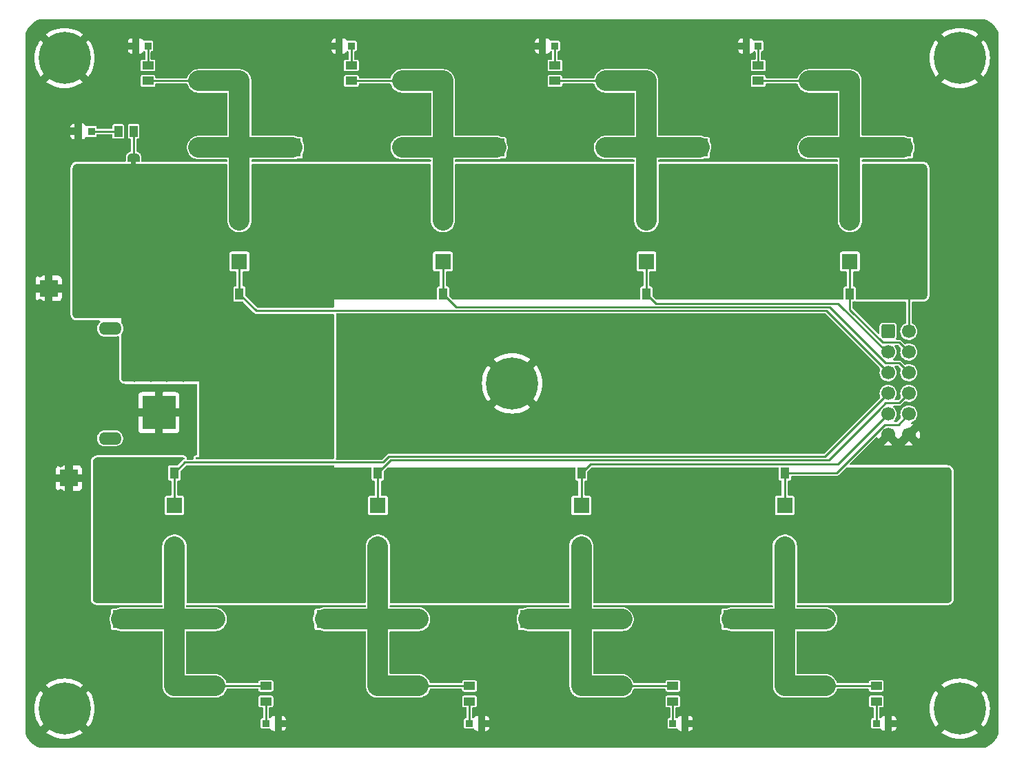
<source format=gbr>
G04 #@! TF.GenerationSoftware,KiCad,Pcbnew,(6.0.5)*
G04 #@! TF.CreationDate,2022-07-13T14:18:21-07:00*
G04 #@! TF.ProjectId,solid_state_relays_24v,736f6c69-645f-4737-9461-74655f72656c,0.0.10*
G04 #@! TF.SameCoordinates,PX2faf080PY8583b00*
G04 #@! TF.FileFunction,Copper,L1,Top*
G04 #@! TF.FilePolarity,Positive*
%FSLAX46Y46*%
G04 Gerber Fmt 4.6, Leading zero omitted, Abs format (unit mm)*
G04 Created by KiCad (PCBNEW (6.0.5)) date 2022-07-13 14:18:21*
%MOMM*%
%LPD*%
G01*
G04 APERTURE LIST*
G04 Aperture macros list*
%AMRoundRect*
0 Rectangle with rounded corners*
0 $1 Rounding radius*
0 $2 $3 $4 $5 $6 $7 $8 $9 X,Y pos of 4 corners*
0 Add a 4 corners polygon primitive as box body*
4,1,4,$2,$3,$4,$5,$6,$7,$8,$9,$2,$3,0*
0 Add four circle primitives for the rounded corners*
1,1,$1+$1,$2,$3*
1,1,$1+$1,$4,$5*
1,1,$1+$1,$6,$7*
1,1,$1+$1,$8,$9*
0 Add four rect primitives between the rounded corners*
20,1,$1+$1,$2,$3,$4,$5,0*
20,1,$1+$1,$4,$5,$6,$7,0*
20,1,$1+$1,$6,$7,$8,$9,0*
20,1,$1+$1,$8,$9,$2,$3,0*%
%AMFreePoly0*
4,1,22,0.500000,-0.750000,0.000000,-0.750000,0.000000,-0.745033,-0.079941,-0.743568,-0.215256,-0.701293,-0.333266,-0.622738,-0.424486,-0.514219,-0.481581,-0.384460,-0.499164,-0.250000,-0.500000,-0.250000,-0.500000,0.250000,-0.499164,0.250000,-0.499963,0.256109,-0.478152,0.396186,-0.417904,0.524511,-0.324060,0.630769,-0.204165,0.706417,-0.067858,0.745374,0.000000,0.744959,0.000000,0.750000,
0.500000,0.750000,0.500000,-0.750000,0.500000,-0.750000,$1*%
%AMFreePoly1*
4,1,20,0.000000,0.744959,0.073905,0.744508,0.209726,0.703889,0.328688,0.626782,0.421226,0.519385,0.479903,0.390333,0.500000,0.250000,0.500000,-0.250000,0.499851,-0.262216,0.476331,-0.402017,0.414519,-0.529596,0.319384,-0.634700,0.198574,-0.708877,0.061801,-0.746166,0.000000,-0.745033,0.000000,-0.750000,-0.500000,-0.750000,-0.500000,0.750000,0.000000,0.750000,0.000000,0.744959,
0.000000,0.744959,$1*%
G04 Aperture macros list end*
G04 #@! TA.AperFunction,ComponentPad*
%ADD10C,0.800000*%
G04 #@! TD*
G04 #@! TA.AperFunction,ComponentPad*
%ADD11C,6.400000*%
G04 #@! TD*
G04 #@! TA.AperFunction,SMDPad,CuDef*
%ADD12R,1.000000X1.400000*%
G04 #@! TD*
G04 #@! TA.AperFunction,SMDPad,CuDef*
%ADD13R,2.150000X2.200000*%
G04 #@! TD*
G04 #@! TA.AperFunction,SMDPad,CuDef*
%ADD14FreePoly0,90.000000*%
G04 #@! TD*
G04 #@! TA.AperFunction,SMDPad,CuDef*
%ADD15FreePoly1,90.000000*%
G04 #@! TD*
G04 #@! TA.AperFunction,SMDPad,CuDef*
%ADD16R,1.400000X1.000000*%
G04 #@! TD*
G04 #@! TA.AperFunction,ComponentPad*
%ADD17R,1.950000X1.950000*%
G04 #@! TD*
G04 #@! TA.AperFunction,ComponentPad*
%ADD18C,1.950000*%
G04 #@! TD*
G04 #@! TA.AperFunction,SMDPad,CuDef*
%ADD19R,0.900000X0.850000*%
G04 #@! TD*
G04 #@! TA.AperFunction,ComponentPad*
%ADD20RoundRect,0.250000X-0.600000X-0.600000X0.600000X-0.600000X0.600000X0.600000X-0.600000X0.600000X0*%
G04 #@! TD*
G04 #@! TA.AperFunction,ComponentPad*
%ADD21C,1.700000*%
G04 #@! TD*
G04 #@! TA.AperFunction,WasherPad*
%ADD22O,2.800000X1.600000*%
G04 #@! TD*
G04 #@! TA.AperFunction,ComponentPad*
%ADD23R,4.050000X4.050000*%
G04 #@! TD*
G04 #@! TA.AperFunction,ComponentPad*
%ADD24C,4.050000*%
G04 #@! TD*
G04 #@! TA.AperFunction,SMDPad,CuDef*
%ADD25R,0.900000X0.950000*%
G04 #@! TD*
G04 #@! TA.AperFunction,SMDPad,CuDef*
%ADD26R,2.200000X2.150000*%
G04 #@! TD*
G04 #@! TA.AperFunction,ComponentPad*
%ADD27R,1.920000X1.920000*%
G04 #@! TD*
G04 #@! TA.AperFunction,ComponentPad*
%ADD28C,1.920000*%
G04 #@! TD*
G04 #@! TA.AperFunction,ViaPad*
%ADD29C,0.800000*%
G04 #@! TD*
G04 #@! TA.AperFunction,Conductor*
%ADD30C,0.250000*%
G04 #@! TD*
G04 #@! TA.AperFunction,Conductor*
%ADD31C,2.500000*%
G04 #@! TD*
G04 APERTURE END LIST*
G04 #@! TO.C,JP1*
G36*
X13800000Y71900000D02*
G01*
X13200000Y71900000D01*
X13200000Y72400000D01*
X13800000Y72400000D01*
X13800000Y71900000D01*
G37*
G04 #@! TD*
D10*
G04 #@! TO.P,H1,1,1*
G04 #@! TO.N,GNDPWR*
X3302944Y86697056D03*
D11*
X5000000Y85000000D03*
D10*
X7400000Y85000000D03*
X3302944Y83302944D03*
X6697056Y86697056D03*
X5000000Y87400000D03*
X2600000Y85000000D03*
X5000000Y82600000D03*
X6697056Y83302944D03*
G04 #@! TD*
D12*
G04 #@! TO.P,RP4,1*
G04 #@! TO.N,/a4*
X101500000Y56000000D03*
G04 #@! TO.P,RP4,2*
G04 #@! TO.N,+BATT*
X99600000Y56000000D03*
G04 #@! TD*
D13*
G04 #@! TO.P,TVS1,1*
G04 #@! TO.N,+BATT*
X33000000Y69600000D03*
G04 #@! TO.P,TVS1,2*
G04 #@! TO.N,OUT1*
X33000000Y74000000D03*
G04 #@! TD*
D10*
G04 #@! TO.P,H4,1,1*
G04 #@! TO.N,GNDPWR*
X3302944Y6697056D03*
X6697056Y3302944D03*
X6697056Y6697056D03*
X7400000Y5000000D03*
X3302944Y3302944D03*
X2600000Y5000000D03*
X5000000Y2600000D03*
X5000000Y7400000D03*
D11*
X5000000Y5000000D03*
G04 #@! TD*
D12*
G04 #@! TO.P,RP1,1*
G04 #@! TO.N,/a1*
X26500000Y56000000D03*
G04 #@! TO.P,RP1,2*
G04 #@! TO.N,+BATT*
X24600000Y56000000D03*
G04 #@! TD*
D13*
G04 #@! TO.P,TVS5,1*
G04 #@! TO.N,+BATT*
X87000000Y20400000D03*
G04 #@! TO.P,TVS5,2*
G04 #@! TO.N,OUT5*
X87000000Y16000000D03*
G04 #@! TD*
D12*
G04 #@! TO.P,RP5,1*
G04 #@! TO.N,/a5*
X93500000Y34000000D03*
G04 #@! TO.P,RP5,2*
G04 #@! TO.N,+BATT*
X91600000Y34000000D03*
G04 #@! TD*
D11*
G04 #@! TO.P,HQ2,1,1*
G04 #@! TO.N,+BATT*
X35250000Y62540000D03*
D10*
X36947056Y64237056D03*
X36947056Y60842944D03*
X35250000Y64940000D03*
X32850000Y62540000D03*
X33552944Y60842944D03*
X37650000Y62540000D03*
X35250000Y60140000D03*
X33552944Y64237056D03*
G04 #@! TD*
D13*
G04 #@! TO.P,TVS2,1*
G04 #@! TO.N,+BATT*
X58000000Y69600000D03*
G04 #@! TO.P,TVS2,2*
G04 #@! TO.N,OUT2*
X58000000Y74000000D03*
G04 #@! TD*
D14*
G04 #@! TO.P,JP1,1,A*
G04 #@! TO.N,+BATT*
X13500000Y71500000D03*
D15*
G04 #@! TO.P,JP1,2,B*
G04 #@! TO.N,Net-(JP1-Pad2)*
X13500000Y72800000D03*
G04 #@! TD*
D12*
G04 #@! TO.P,RP6,1*
G04 #@! TO.N,/a6*
X68500000Y34000000D03*
G04 #@! TO.P,RP6,2*
G04 #@! TO.N,+BATT*
X66600000Y34000000D03*
G04 #@! TD*
D10*
G04 #@! TO.P,H2,1,1*
G04 #@! TO.N,GNDPWR*
X113302944Y83302944D03*
X115000000Y87400000D03*
D11*
X115000000Y85000000D03*
D10*
X112600000Y85000000D03*
X115000000Y82600000D03*
X116697056Y86697056D03*
X113302944Y86697056D03*
X117400000Y85000000D03*
X116697056Y83302944D03*
G04 #@! TD*
G04 #@! TO.P,HQ1,1,1*
G04 #@! TO.N,+BATT*
X10250000Y64940000D03*
X7850000Y62540000D03*
D11*
X10250000Y62540000D03*
D10*
X8552944Y64237056D03*
X11947056Y60842944D03*
X12650000Y62540000D03*
X10250000Y60140000D03*
X11947056Y64237056D03*
X8552944Y60842944D03*
G04 #@! TD*
D12*
G04 #@! TO.P,RP2,1*
G04 #@! TO.N,/a2*
X51500000Y56000000D03*
G04 #@! TO.P,RP2,2*
G04 #@! TO.N,+BATT*
X49600000Y56000000D03*
G04 #@! TD*
D13*
G04 #@! TO.P,TVS8,1*
G04 #@! TO.N,+BATT*
X12000000Y20400000D03*
G04 #@! TO.P,TVS8,2*
G04 #@! TO.N,OUT8*
X12000000Y16000000D03*
G04 #@! TD*
D16*
G04 #@! TO.P,RL6,1*
G04 #@! TO.N,OUT6*
X79750000Y7800000D03*
G04 #@! TO.P,RL6,2*
G04 #@! TO.N,Net-(LED6-Pad2)*
X79750000Y5900000D03*
G04 #@! TD*
D17*
G04 #@! TO.P,J2,1,1*
G04 #@! TO.N,OUT2*
X51500000Y74000000D03*
D18*
G04 #@! TO.P,J2,2,2*
X51500000Y82200000D03*
G04 #@! TO.P,J2,3,3*
X46500000Y74000000D03*
G04 #@! TO.P,J2,4,4*
X46500000Y82200000D03*
G04 #@! TD*
D13*
G04 #@! TO.P,TVS3,1*
G04 #@! TO.N,+BATT*
X83000000Y69600000D03*
G04 #@! TO.P,TVS3,2*
G04 #@! TO.N,OUT3*
X83000000Y74000000D03*
G04 #@! TD*
D19*
G04 #@! TO.P,LED7,1*
G04 #@! TO.N,GNDPWR*
X56250000Y3200000D03*
G04 #@! TO.P,LED7,2*
G04 #@! TO.N,Net-(LED7-Pad2)*
X54750000Y3200000D03*
G04 #@! TD*
D11*
G04 #@! TO.P,H3,1,1*
G04 #@! TO.N,GNDPWR*
X115000000Y5000000D03*
D10*
X116697056Y6697056D03*
X117400000Y5000000D03*
X116697056Y3302944D03*
X115000000Y7400000D03*
X112600000Y5000000D03*
X115000000Y2600000D03*
X113302944Y3302944D03*
X113302944Y6697056D03*
G04 #@! TD*
D17*
G04 #@! TO.P,J1,1,1*
G04 #@! TO.N,OUT1*
X26500000Y74000000D03*
D18*
G04 #@! TO.P,J1,2,2*
X26500000Y82200000D03*
G04 #@! TO.P,J1,3,3*
X21500000Y74000000D03*
G04 #@! TO.P,J1,4,4*
X21500000Y82200000D03*
G04 #@! TD*
D16*
G04 #@! TO.P,RL4,1*
G04 #@! TO.N,OUT4*
X90250000Y82200000D03*
G04 #@! TO.P,RL4,2*
G04 #@! TO.N,Net-(LED4-Pad2)*
X90250000Y84100000D03*
G04 #@! TD*
D10*
G04 #@! TO.P,HQ7,1,1*
G04 #@! TO.N,+BATT*
X62150000Y27460000D03*
X59750000Y29860000D03*
D11*
X59750000Y27460000D03*
D10*
X61447056Y25762944D03*
X58052944Y25762944D03*
X58052944Y29157056D03*
X57350000Y27460000D03*
X61447056Y29157056D03*
X59750000Y25060000D03*
G04 #@! TD*
D17*
G04 #@! TO.P,J6,1,1*
G04 #@! TO.N,OUT6*
X68500000Y16000000D03*
D18*
G04 #@! TO.P,J6,2,2*
X68500000Y7800000D03*
G04 #@! TO.P,J6,3,3*
X73500000Y16000000D03*
G04 #@! TO.P,J6,4,4*
X73500000Y7800000D03*
G04 #@! TD*
D16*
G04 #@! TO.P,RL7,1*
G04 #@! TO.N,OUT7*
X54750000Y7800000D03*
G04 #@! TO.P,RL7,2*
G04 #@! TO.N,Net-(LED7-Pad2)*
X54750000Y5900000D03*
G04 #@! TD*
D13*
G04 #@! TO.P,TVS6,1*
G04 #@! TO.N,+BATT*
X62000000Y20400000D03*
G04 #@! TO.P,TVS6,2*
G04 #@! TO.N,OUT6*
X62000000Y16000000D03*
G04 #@! TD*
D16*
G04 #@! TO.P,RL5,1*
G04 #@! TO.N,OUT5*
X104750000Y7800000D03*
G04 #@! TO.P,RL5,2*
G04 #@! TO.N,Net-(LED5-Pad2)*
X104750000Y5900000D03*
G04 #@! TD*
D19*
G04 #@! TO.P,LED3,1*
G04 #@! TO.N,GNDPWR*
X63750000Y86500000D03*
G04 #@! TO.P,LED3,2*
G04 #@! TO.N,Net-(LED3-Pad2)*
X65250000Y86500000D03*
G04 #@! TD*
G04 #@! TO.P,LED5,1*
G04 #@! TO.N,GNDPWR*
X106250000Y3200000D03*
G04 #@! TO.P,LED5,2*
G04 #@! TO.N,Net-(LED5-Pad2)*
X104750000Y3200000D03*
G04 #@! TD*
D17*
G04 #@! TO.P,J4,1,1*
G04 #@! TO.N,OUT4*
X101500000Y74000000D03*
D18*
G04 #@! TO.P,J4,2,2*
X101500000Y82200000D03*
G04 #@! TO.P,J4,3,3*
X96500000Y74000000D03*
G04 #@! TO.P,J4,4,4*
X96500000Y82200000D03*
G04 #@! TD*
D12*
G04 #@! TO.P,RP3,1*
G04 #@! TO.N,/a3*
X76500000Y56000000D03*
G04 #@! TO.P,RP3,2*
G04 #@! TO.N,+BATT*
X74600000Y56000000D03*
G04 #@! TD*
D17*
G04 #@! TO.P,J3,1,1*
G04 #@! TO.N,OUT3*
X76500000Y74000000D03*
D18*
G04 #@! TO.P,J3,2,2*
X76500000Y82200000D03*
G04 #@! TO.P,J3,3,3*
X71500000Y74000000D03*
G04 #@! TO.P,J3,4,4*
X71500000Y82200000D03*
G04 #@! TD*
D12*
G04 #@! TO.P,RP7,1*
G04 #@! TO.N,/a7*
X43500000Y34000000D03*
G04 #@! TO.P,RP7,2*
G04 #@! TO.N,+BATT*
X41600000Y34000000D03*
G04 #@! TD*
D20*
G04 #@! TO.P,JCNTL1,1,Pin_1*
G04 #@! TO.N,+BATT*
X106200000Y51400000D03*
D21*
G04 #@! TO.P,JCNTL1,2,Pin_2*
X108740000Y51400000D03*
G04 #@! TO.P,JCNTL1,3,Pin_3*
G04 #@! TO.N,/a3*
X106200000Y48860000D03*
G04 #@! TO.P,JCNTL1,4,Pin_4*
G04 #@! TO.N,/a4*
X108740000Y48860000D03*
G04 #@! TO.P,JCNTL1,5,Pin_5*
G04 #@! TO.N,/a1*
X106200000Y46320000D03*
G04 #@! TO.P,JCNTL1,6,Pin_6*
G04 #@! TO.N,/a2*
X108740000Y46320000D03*
G04 #@! TO.P,JCNTL1,7,Pin_7*
G04 #@! TO.N,/a8*
X106200000Y43780000D03*
G04 #@! TO.P,JCNTL1,8,Pin_8*
G04 #@! TO.N,/a7*
X108740000Y43780000D03*
G04 #@! TO.P,JCNTL1,9,Pin_9*
G04 #@! TO.N,/a6*
X106200000Y41240000D03*
G04 #@! TO.P,JCNTL1,10,Pin_10*
G04 #@! TO.N,/a5*
X108740000Y41240000D03*
G04 #@! TO.P,JCNTL1,11,Pin_11*
G04 #@! TO.N,GNDPWR*
X106200000Y38700000D03*
G04 #@! TO.P,JCNTL1,12,Pin_12*
X108740000Y38700000D03*
G04 #@! TD*
D10*
G04 #@! TO.P,HQ6,1,1*
G04 #@! TO.N,+BATT*
X83052944Y25762944D03*
X86447056Y29157056D03*
X82350000Y27460000D03*
D11*
X84750000Y27460000D03*
D10*
X84750000Y29860000D03*
X84750000Y25060000D03*
X87150000Y27460000D03*
X86447056Y25762944D03*
X83052944Y29157056D03*
G04 #@! TD*
G04 #@! TO.P,HQ8,1,1*
G04 #@! TO.N,+BATT*
X36447056Y29157056D03*
X36447056Y25762944D03*
X34750000Y25060000D03*
D11*
X34750000Y27460000D03*
D10*
X32350000Y27460000D03*
X33052944Y25762944D03*
X37150000Y27460000D03*
X33052944Y29157056D03*
X34750000Y29860000D03*
G04 #@! TD*
D16*
G04 #@! TO.P,RL8,1*
G04 #@! TO.N,OUT8*
X29750000Y7800000D03*
G04 #@! TO.P,RL8,2*
G04 #@! TO.N,Net-(LED8-Pad2)*
X29750000Y5900000D03*
G04 #@! TD*
D17*
G04 #@! TO.P,J8,1,1*
G04 #@! TO.N,OUT8*
X18500000Y16000000D03*
D18*
G04 #@! TO.P,J8,2,2*
X18500000Y7800000D03*
G04 #@! TO.P,J8,3,3*
X23500000Y16000000D03*
G04 #@! TO.P,J8,4,4*
X23500000Y7800000D03*
G04 #@! TD*
D22*
G04 #@! TO.P,JPWR1,*
G04 #@! TO.N,*
X10600000Y51750000D03*
X10600000Y38250000D03*
D23*
G04 #@! TO.P,JPWR1,N,N*
G04 #@! TO.N,GNDPWR*
X16600000Y41400000D03*
D24*
G04 #@! TO.P,JPWR1,P,P*
G04 #@! TO.N,+BATT*
X16600000Y48600000D03*
G04 #@! TD*
D13*
G04 #@! TO.P,TVS4,1*
G04 #@! TO.N,+BATT*
X108000000Y69600000D03*
G04 #@! TO.P,TVS4,2*
G04 #@! TO.N,OUT4*
X108000000Y74000000D03*
G04 #@! TD*
D19*
G04 #@! TO.P,LED1,1*
G04 #@! TO.N,GNDPWR*
X13750000Y86500000D03*
G04 #@! TO.P,LED1,2*
G04 #@! TO.N,Net-(LED1-Pad2)*
X15250000Y86500000D03*
G04 #@! TD*
D25*
G04 #@! TO.P,LEDP1,1*
G04 #@! TO.N,GNDPWR*
X6700000Y76000000D03*
G04 #@! TO.P,LEDP1,2*
G04 #@! TO.N,Net-(LEDP1-Pad2)*
X8300000Y76000000D03*
G04 #@! TD*
D10*
G04 #@! TO.P,HC1,1,1*
G04 #@! TO.N,GNDPWR*
X58302944Y43302944D03*
X61697056Y43302944D03*
X58302944Y46697056D03*
D11*
X60000000Y45000000D03*
D10*
X60000000Y42600000D03*
X62400000Y45000000D03*
X57600000Y45000000D03*
X60000000Y47400000D03*
X61697056Y46697056D03*
G04 #@! TD*
D16*
G04 #@! TO.P,RL2,1*
G04 #@! TO.N,OUT2*
X40250000Y82200000D03*
G04 #@! TO.P,RL2,2*
G04 #@! TO.N,Net-(LED2-Pad2)*
X40250000Y84100000D03*
G04 #@! TD*
D12*
G04 #@! TO.P,RP8,1*
G04 #@! TO.N,/a8*
X18500000Y34000000D03*
G04 #@! TO.P,RP8,2*
G04 #@! TO.N,+BATT*
X16600000Y34000000D03*
G04 #@! TD*
D19*
G04 #@! TO.P,LED2,1*
G04 #@! TO.N,GNDPWR*
X38750000Y86500000D03*
G04 #@! TO.P,LED2,2*
G04 #@! TO.N,Net-(LED2-Pad2)*
X40250000Y86500000D03*
G04 #@! TD*
D16*
G04 #@! TO.P,RL1,1*
G04 #@! TO.N,OUT1*
X15250000Y82200000D03*
G04 #@! TO.P,RL1,2*
G04 #@! TO.N,Net-(LED1-Pad2)*
X15250000Y84100000D03*
G04 #@! TD*
D19*
G04 #@! TO.P,LED4,1*
G04 #@! TO.N,GNDPWR*
X88750000Y86500000D03*
G04 #@! TO.P,LED4,2*
G04 #@! TO.N,Net-(LED4-Pad2)*
X90250000Y86500000D03*
G04 #@! TD*
D17*
G04 #@! TO.P,J7,1,1*
G04 #@! TO.N,OUT7*
X43500000Y16000000D03*
D18*
G04 #@! TO.P,J7,2,2*
X43500000Y7800000D03*
G04 #@! TO.P,J7,3,3*
X48500000Y16000000D03*
G04 #@! TO.P,J7,4,4*
X48500000Y7800000D03*
G04 #@! TD*
D12*
G04 #@! TO.P,R1,1*
G04 #@! TO.N,Net-(LEDP1-Pad2)*
X11600000Y76000000D03*
G04 #@! TO.P,R1,2*
G04 #@! TO.N,Net-(JP1-Pad2)*
X13500000Y76000000D03*
G04 #@! TD*
D17*
G04 #@! TO.P,J5,1,1*
G04 #@! TO.N,OUT5*
X93500000Y16000000D03*
D18*
G04 #@! TO.P,J5,2,2*
X93500000Y7800000D03*
G04 #@! TO.P,J5,3,3*
X98500000Y16000000D03*
G04 #@! TO.P,J5,4,4*
X98500000Y7800000D03*
G04 #@! TD*
D11*
G04 #@! TO.P,HQ5,1,1*
G04 #@! TO.N,+BATT*
X109750000Y27460000D03*
D10*
X108052944Y25762944D03*
X112150000Y27460000D03*
X107350000Y27460000D03*
X111447056Y29157056D03*
X109750000Y25060000D03*
X111447056Y25762944D03*
X108052944Y29157056D03*
X109750000Y29860000D03*
G04 #@! TD*
D19*
G04 #@! TO.P,LED6,1*
G04 #@! TO.N,GNDPWR*
X81250000Y3200000D03*
G04 #@! TO.P,LED6,2*
G04 #@! TO.N,Net-(LED6-Pad2)*
X79750000Y3200000D03*
G04 #@! TD*
D26*
G04 #@! TO.P,TVSP1,1*
G04 #@! TO.N,+BATT*
X9950000Y33350000D03*
G04 #@! TO.P,TVSP1,2*
G04 #@! TO.N,GNDPWR*
X5550000Y33350000D03*
G04 #@! TD*
D13*
G04 #@! TO.P,TVS7,1*
G04 #@! TO.N,+BATT*
X37000000Y20400000D03*
G04 #@! TO.P,TVS7,2*
G04 #@! TO.N,OUT7*
X37000000Y16000000D03*
G04 #@! TD*
D10*
G04 #@! TO.P,HQ4,1,1*
G04 #@! TO.N,+BATT*
X83552944Y60842944D03*
X85250000Y64940000D03*
D11*
X85250000Y62540000D03*
D10*
X87650000Y62540000D03*
X86947056Y60842944D03*
X83552944Y64237056D03*
X85250000Y60140000D03*
X86947056Y64237056D03*
X82850000Y62540000D03*
G04 #@! TD*
D19*
G04 #@! TO.P,LED8,1*
G04 #@! TO.N,GNDPWR*
X31250000Y3200000D03*
G04 #@! TO.P,LED8,2*
G04 #@! TO.N,Net-(LED8-Pad2)*
X29750000Y3200000D03*
G04 #@! TD*
D16*
G04 #@! TO.P,RL3,1*
G04 #@! TO.N,OUT3*
X65250000Y82200000D03*
G04 #@! TO.P,RL3,2*
G04 #@! TO.N,Net-(LED3-Pad2)*
X65250000Y84100000D03*
G04 #@! TD*
D26*
G04 #@! TO.P,TVSP2,1*
G04 #@! TO.N,+BATT*
X7450000Y56700000D03*
G04 #@! TO.P,TVSP2,2*
G04 #@! TO.N,GNDPWR*
X3050000Y56700000D03*
G04 #@! TD*
D10*
G04 #@! TO.P,HQ3,1,1*
G04 #@! TO.N,+BATT*
X60250000Y64940000D03*
X58552944Y60842944D03*
X61947056Y60842944D03*
X58552944Y64237056D03*
D11*
X60250000Y62540000D03*
D10*
X57850000Y62540000D03*
X62650000Y62540000D03*
X61947056Y64237056D03*
X60250000Y60140000D03*
G04 #@! TD*
D27*
G04 #@! TO.P,Q5,1*
G04 #@! TO.N,/a5*
X93500000Y30000000D03*
D28*
G04 #@! TO.P,Q5,2*
G04 #@! TO.N,+BATT*
X93500000Y27460000D03*
G04 #@! TO.P,Q5,3*
G04 #@! TO.N,OUT5*
X93500000Y24920000D03*
G04 #@! TD*
D27*
G04 #@! TO.P,Q4,1*
G04 #@! TO.N,/a4*
X101500000Y60000000D03*
D28*
G04 #@! TO.P,Q4,2*
G04 #@! TO.N,+BATT*
X101500000Y62500000D03*
G04 #@! TO.P,Q4,3*
G04 #@! TO.N,OUT4*
X101500000Y65080000D03*
G04 #@! TD*
D27*
G04 #@! TO.P,Q1,1*
G04 #@! TO.N,/a1*
X26500000Y60000000D03*
D28*
G04 #@! TO.P,Q1,2*
G04 #@! TO.N,+BATT*
X26500000Y62540000D03*
G04 #@! TO.P,Q1,3*
G04 #@! TO.N,OUT1*
X26500000Y65080000D03*
G04 #@! TD*
D27*
G04 #@! TO.P,Q8,1*
G04 #@! TO.N,/a8*
X18500000Y30000000D03*
D28*
G04 #@! TO.P,Q8,2*
G04 #@! TO.N,+BATT*
X18500000Y27460000D03*
G04 #@! TO.P,Q8,3*
G04 #@! TO.N,OUT8*
X18500000Y24920000D03*
G04 #@! TD*
D27*
G04 #@! TO.P,Q2,1*
G04 #@! TO.N,/a2*
X51500000Y60000000D03*
D28*
G04 #@! TO.P,Q2,2*
G04 #@! TO.N,+BATT*
X51500000Y62540000D03*
G04 #@! TO.P,Q2,3*
G04 #@! TO.N,OUT2*
X51500000Y65080000D03*
G04 #@! TD*
D27*
G04 #@! TO.P,Q3,1*
G04 #@! TO.N,/a3*
X76500000Y60000000D03*
D28*
G04 #@! TO.P,Q3,2*
G04 #@! TO.N,+BATT*
X76500000Y62540000D03*
G04 #@! TO.P,Q3,3*
G04 #@! TO.N,OUT3*
X76500000Y65080000D03*
G04 #@! TD*
D27*
G04 #@! TO.P,Q6,1*
G04 #@! TO.N,/a6*
X68500000Y30000000D03*
D28*
G04 #@! TO.P,Q6,2*
G04 #@! TO.N,+BATT*
X68500000Y27460000D03*
G04 #@! TO.P,Q6,3*
G04 #@! TO.N,OUT6*
X68500000Y24920000D03*
G04 #@! TD*
D27*
G04 #@! TO.P,Q7,1*
G04 #@! TO.N,/a7*
X43500000Y30000000D03*
D28*
G04 #@! TO.P,Q7,2*
G04 #@! TO.N,+BATT*
X43500000Y27460000D03*
G04 #@! TO.P,Q7,3*
G04 #@! TO.N,OUT7*
X43500000Y24920000D03*
G04 #@! TD*
D29*
G04 #@! TO.N,GNDPWR*
X13600000Y44400000D03*
X75000000Y53200000D03*
X14600000Y37400000D03*
X2000000Y58450000D03*
X54000000Y36750000D03*
X48000000Y53200000D03*
X12600000Y37400000D03*
X117000000Y47000000D03*
X39000000Y36750000D03*
X96000000Y53200000D03*
X20600000Y39400000D03*
X62400000Y86500000D03*
X12600000Y39400000D03*
X60000000Y36750000D03*
X4500000Y35100000D03*
X63000000Y53200000D03*
X113000000Y47000000D03*
X19600000Y44400000D03*
X32600000Y3200000D03*
X12400000Y86500000D03*
X66000000Y53200000D03*
X66000000Y36750000D03*
X13600000Y40400000D03*
X20600000Y37400000D03*
X93000000Y36750000D03*
X13600000Y38400000D03*
X54000000Y53200000D03*
X57000000Y36750000D03*
X37400000Y86500000D03*
X13600000Y42400000D03*
X1300000Y56700000D03*
X81000000Y53200000D03*
X4500000Y31600000D03*
X82600000Y3200000D03*
X2000000Y54950000D03*
X113000000Y43000000D03*
X51000000Y53200000D03*
X20600000Y43400000D03*
X18600000Y37400000D03*
X84000000Y53200000D03*
X12600000Y41400000D03*
X51000000Y36750000D03*
X57600000Y3200000D03*
X107600000Y3200000D03*
X45000000Y53200000D03*
X57000000Y53200000D03*
X113000000Y45000000D03*
X15600000Y44400000D03*
X17600000Y44400000D03*
X72000000Y36750000D03*
X5350000Y76000000D03*
X115000000Y43000000D03*
X60000000Y53200000D03*
X45000000Y36750000D03*
X81000000Y36750000D03*
X17600000Y38400000D03*
X90000000Y53200000D03*
X69000000Y36750000D03*
X87000000Y53200000D03*
X69000000Y53200000D03*
X96000000Y36750000D03*
X87000000Y36750000D03*
X115000000Y47000000D03*
X19600000Y42400000D03*
X115000000Y45000000D03*
X63000000Y36750000D03*
X42000000Y53200000D03*
X87400000Y86500000D03*
X16600000Y37400000D03*
X78000000Y53200000D03*
X19600000Y38400000D03*
X117000000Y45000000D03*
X12600000Y43400000D03*
X3800000Y33350000D03*
X90000000Y36750000D03*
X75000000Y36750000D03*
X42000000Y36750000D03*
X117000000Y43000000D03*
X19600000Y40400000D03*
X93000000Y53200000D03*
X39000000Y53200000D03*
X48000000Y36750000D03*
X15600000Y38400000D03*
X72000000Y53200000D03*
X78000000Y36750000D03*
X20600000Y41400000D03*
X84000000Y36750000D03*
G04 #@! TO.N,+BATT*
X23400000Y56000000D03*
X92200000Y28450000D03*
X14600000Y52600000D03*
X44800000Y28450000D03*
X11000000Y31600000D03*
X19800000Y26450000D03*
X100200000Y63500000D03*
X85250000Y21400000D03*
X77800000Y63500000D03*
X102800000Y61500000D03*
X18600000Y46600000D03*
X31250000Y68600000D03*
X8500000Y58450000D03*
X13600000Y51600000D03*
X18600000Y50600000D03*
X13600000Y49600000D03*
X37000000Y22100000D03*
X69800000Y26450000D03*
X18600000Y52600000D03*
X83000000Y67900000D03*
X88750000Y21400000D03*
X14600000Y50600000D03*
X19600000Y51600000D03*
X13600000Y47600000D03*
X20600000Y50600000D03*
X12600000Y50600000D03*
X44800000Y26450000D03*
X98400000Y56000000D03*
X94800000Y28450000D03*
X90400000Y34000000D03*
X12000000Y22100000D03*
X75200000Y61500000D03*
X52800000Y61500000D03*
X69800000Y28450000D03*
X100200000Y61500000D03*
X34750000Y68600000D03*
X81250000Y68600000D03*
X27800000Y61500000D03*
X19600000Y45600000D03*
X42200000Y26450000D03*
X27800000Y63500000D03*
X25200000Y63500000D03*
X94800000Y26450000D03*
X17200000Y26450000D03*
X65400000Y34000000D03*
X50200000Y61500000D03*
X33000000Y67900000D03*
X15400000Y34000000D03*
X11700000Y33350000D03*
X106250000Y68600000D03*
X75200000Y63500000D03*
X106150000Y56000000D03*
X50200000Y63500000D03*
X13600000Y45600000D03*
X92200000Y26450000D03*
X9200000Y56700000D03*
X10250000Y21400000D03*
X60250000Y21400000D03*
X56250000Y68600000D03*
X77800000Y61500000D03*
X25200000Y61500000D03*
X58000000Y67900000D03*
X17600000Y45600000D03*
X73400000Y56000000D03*
X35250000Y21400000D03*
X20600000Y48600000D03*
X20600000Y46600000D03*
X67200000Y28450000D03*
X102800000Y63500000D03*
X20600000Y52600000D03*
X17200000Y28450000D03*
X42200000Y28450000D03*
X14600000Y46600000D03*
X19600000Y47600000D03*
X15600000Y45600000D03*
X40400000Y34000000D03*
X108700000Y56000000D03*
X15600000Y51600000D03*
X12600000Y46600000D03*
X62000000Y22100000D03*
X109750000Y68600000D03*
X19800000Y28450000D03*
X17600000Y51600000D03*
X59750000Y68600000D03*
X13750000Y21400000D03*
X19600000Y49600000D03*
X48400000Y56000000D03*
X84750000Y68600000D03*
X38750000Y21400000D03*
X12600000Y48600000D03*
X63750000Y21400000D03*
X87000000Y22100000D03*
X52800000Y63500000D03*
X11000000Y35100000D03*
X8500000Y54950000D03*
X16600000Y52600000D03*
X67200000Y26450000D03*
X108000000Y67900000D03*
X12600000Y52600000D03*
G04 #@! TO.N,OUT1*
X26500000Y71500000D03*
X26500000Y80100000D03*
X26500000Y69500000D03*
X24000000Y74000000D03*
X26500000Y67500000D03*
X26500000Y76100000D03*
X26500000Y78150000D03*
G04 #@! TO.N,OUT2*
X51500000Y69500000D03*
X49000000Y74000000D03*
X51500000Y67500000D03*
X51500000Y78150000D03*
X51500000Y80100000D03*
X51500000Y71500000D03*
X51500000Y76100000D03*
G04 #@! TO.N,OUT3*
X76500000Y71500000D03*
X76500000Y69500000D03*
X74000000Y74000000D03*
X76500000Y76100000D03*
X76500000Y80100000D03*
X76500000Y67500000D03*
X76500000Y78150000D03*
G04 #@! TO.N,OUT4*
X101500000Y78150000D03*
X101500000Y69500000D03*
X99000000Y74000000D03*
X101500000Y67500000D03*
X101500000Y76100000D03*
X101500000Y80100000D03*
X101500000Y71500000D03*
G04 #@! TO.N,OUT5*
X96000000Y16000000D03*
X93500000Y9900000D03*
X93500000Y13900000D03*
X93500000Y18500000D03*
X93500000Y20500000D03*
X93500000Y22500000D03*
X93500000Y11850000D03*
G04 #@! TO.N,OUT6*
X68500000Y9900000D03*
X68500000Y13900000D03*
X68500000Y22500000D03*
X68500000Y18500000D03*
X68500000Y11850000D03*
X71000000Y16000000D03*
X68500000Y20500000D03*
G04 #@! TO.N,OUT7*
X43500000Y18500000D03*
X43500000Y11850000D03*
X43500000Y22500000D03*
X43500000Y9900000D03*
X46000000Y16000000D03*
X43500000Y20500000D03*
X43500000Y13900000D03*
G04 #@! TO.N,OUT8*
X18500000Y22500000D03*
X18500000Y13900000D03*
X21000000Y16000000D03*
X18500000Y11850000D03*
X18500000Y20500000D03*
X18500000Y18500000D03*
X18500000Y9900000D03*
G04 #@! TD*
D30*
G04 #@! TO.N,+BATT*
X108740000Y51400000D02*
X108740000Y55990000D01*
G04 #@! TO.N,/a1*
X26500000Y60000000D02*
X26500000Y56000000D01*
X28550000Y53950000D02*
X26500000Y56000000D01*
X106200000Y46320000D02*
X98570000Y53950000D01*
X98520000Y53950000D02*
X28550000Y53950000D01*
G04 #@! TO.N,/a5*
X107450000Y39950000D02*
X105788990Y39950000D01*
X93500000Y30000000D02*
X93500000Y34000000D01*
X108740000Y41240000D02*
X107450000Y39950000D01*
X105788990Y39950000D02*
X105025489Y39186499D01*
X105025489Y39175489D02*
X99850000Y34000000D01*
X99850000Y34000000D02*
X93500000Y34000000D01*
X105025489Y39186499D02*
X105025489Y39175489D01*
G04 #@! TO.N,/a2*
X99000000Y54398990D02*
X99000000Y54400480D01*
X53099520Y54400480D02*
X51500000Y56000000D01*
X51500000Y60000000D02*
X51500000Y56000000D01*
X105904479Y47494511D02*
X99000000Y54398990D01*
X107565489Y47494511D02*
X105904479Y47494511D01*
X108740000Y46320000D02*
X107565489Y47494511D01*
X98950000Y54400480D02*
X53099520Y54400480D01*
G04 #@! TO.N,/a6*
X69600000Y35100000D02*
X68500000Y34000000D01*
X106200000Y41240000D02*
X100060000Y35100000D01*
X68500000Y30000000D02*
X68500000Y34000000D01*
X100060000Y35100000D02*
X69600000Y35100000D01*
G04 #@! TO.N,/a3*
X76500000Y60000000D02*
X76500000Y56000000D01*
X100014282Y54850000D02*
X77650000Y54850000D01*
X77650000Y54850000D02*
X76500000Y56000000D01*
X106054282Y48860000D02*
X100064282Y54850000D01*
G04 #@! TO.N,/a7*
X43500000Y30000000D02*
X43500000Y34000000D01*
X105025489Y41675489D02*
X98899520Y35549520D01*
X108740000Y43780000D02*
X107565489Y42605489D01*
X98899520Y35549520D02*
X45049520Y35549520D01*
X105904479Y42605489D02*
X105025489Y41726499D01*
X45049520Y35549520D02*
X43500000Y34000000D01*
X105025489Y41726499D02*
X105025489Y41675489D01*
X107565489Y42605489D02*
X105904479Y42605489D01*
G04 #@! TO.N,/a4*
X107565489Y50034511D02*
X105552996Y50034511D01*
X105552996Y50034511D02*
X101500000Y54087507D01*
X101500000Y54087507D02*
X101500000Y60000000D01*
X108740000Y48860000D02*
X107565489Y50034511D01*
G04 #@! TO.N,/a8*
X18500000Y34000000D02*
X19800000Y35300000D01*
X98419040Y35999040D02*
X106200000Y43780000D01*
X44164282Y35300000D02*
X44863323Y35999040D01*
X18500000Y30000000D02*
X18500000Y34000000D01*
X19800000Y35300000D02*
X44164282Y35300000D01*
X44863323Y35999040D02*
X98419040Y35999040D01*
G04 #@! TO.N,OUT1*
X21500000Y82200000D02*
X15250000Y82200000D01*
D31*
X33000000Y74000000D02*
X21500000Y74000000D01*
X26500000Y65080000D02*
X26500000Y74000000D01*
X26500000Y74000000D02*
X26500000Y82200000D01*
X26500000Y82200000D02*
X21500000Y82200000D01*
G04 #@! TO.N,OUT2*
X51500000Y74000000D02*
X51500000Y82200000D01*
D30*
X46500000Y82200000D02*
X40250000Y82200000D01*
D31*
X51500000Y65080000D02*
X51500000Y74000000D01*
X46500000Y74000000D02*
X58000000Y74000000D01*
X46500000Y82200000D02*
X51500000Y82200000D01*
G04 #@! TO.N,OUT3*
X76500000Y65080000D02*
X76500000Y74000000D01*
X83000000Y74000000D02*
X71500000Y74000000D01*
D30*
X71500000Y82200000D02*
X65250000Y82200000D01*
D31*
X76500000Y82200000D02*
X71500000Y82200000D01*
X76500000Y74000000D02*
X76500000Y82200000D01*
D30*
G04 #@! TO.N,OUT4*
X96500000Y82200000D02*
X90250000Y82200000D01*
D31*
X101500000Y74000000D02*
X101500000Y76100000D01*
X101500000Y65080000D02*
X101500000Y74000000D01*
X99100000Y74000000D02*
X96500000Y74000000D01*
X101500000Y80100000D02*
X101500000Y82200000D01*
X108000000Y74000000D02*
X99100000Y74000000D01*
X101500000Y76100000D02*
X101500000Y78150000D01*
X101500000Y78150000D02*
X101500000Y78350000D01*
X101500000Y82200000D02*
X96500000Y82200000D01*
X101500000Y78350000D02*
X101500000Y80100000D01*
G04 #@! TO.N,OUT5*
X93500000Y7800000D02*
X98500000Y7800000D01*
X93500000Y7800000D02*
X93500000Y16000000D01*
X87000000Y16000000D02*
X98500000Y16000000D01*
D30*
X98500000Y7800000D02*
X104750000Y7800000D01*
D31*
X93500000Y24920000D02*
X93500000Y16000000D01*
G04 #@! TO.N,OUT6*
X68500000Y16000000D02*
X68500000Y24920000D01*
D30*
X73500000Y7800000D02*
X79750000Y7800000D01*
D31*
X73500000Y16000000D02*
X62000000Y16000000D01*
X68500000Y16000000D02*
X68500000Y7800000D01*
X73500000Y7800000D02*
X68500000Y7800000D01*
G04 #@! TO.N,OUT7*
X43500000Y18500000D02*
X43500000Y24920000D01*
X43500000Y16000000D02*
X43500000Y18500000D01*
D30*
X48500000Y7800000D02*
X54750000Y7800000D01*
D31*
X48500000Y16000000D02*
X37000000Y16000000D01*
X48500000Y7800000D02*
X43500000Y7800000D01*
X43500000Y16000000D02*
X43500000Y7800000D01*
G04 #@! TO.N,OUT8*
X21000000Y16000000D02*
X12000000Y16000000D01*
X23500000Y16000000D02*
X21000000Y16000000D01*
X18500000Y18500000D02*
X18500000Y24920000D01*
X23500000Y7800000D02*
X18500000Y7800000D01*
X18500000Y16000000D02*
X18500000Y7800000D01*
D30*
X23500000Y7800000D02*
X29750000Y7800000D01*
D31*
X18500000Y16000000D02*
X18500000Y18500000D01*
D30*
G04 #@! TO.N,Net-(LED1-Pad2)*
X15250000Y84100000D02*
X15250000Y86500000D01*
G04 #@! TO.N,Net-(LED2-Pad2)*
X40250000Y84100000D02*
X40250000Y86500000D01*
G04 #@! TO.N,Net-(LED3-Pad2)*
X65250000Y84100000D02*
X65250000Y86500000D01*
G04 #@! TO.N,Net-(LED4-Pad2)*
X90250000Y84100000D02*
X90250000Y86500000D01*
G04 #@! TO.N,Net-(LED5-Pad2)*
X104750000Y5900000D02*
X104750000Y3200000D01*
G04 #@! TO.N,Net-(LED6-Pad2)*
X79750000Y5900000D02*
X79750000Y3200000D01*
G04 #@! TO.N,Net-(LED7-Pad2)*
X54750000Y5900000D02*
X54750000Y3200000D01*
G04 #@! TO.N,Net-(LED8-Pad2)*
X29750000Y5900000D02*
X29750000Y3200000D01*
G04 #@! TO.N,Net-(LEDP1-Pad2)*
X11600000Y76000000D02*
X8300000Y76000000D01*
G04 #@! TO.N,Net-(JP1-Pad2)*
X13500000Y72800000D02*
X13500000Y76000000D01*
G04 #@! TD*
G04 #@! TA.AperFunction,Conductor*
G04 #@! TO.N,+BATT*
G36*
X19693578Y35879998D02*
G01*
X19740071Y35826342D01*
X19750175Y35756068D01*
X19720681Y35691488D01*
X19676034Y35661378D01*
X19676687Y35660167D01*
X19632079Y35636098D01*
X19626790Y35633403D01*
X19588241Y35614892D01*
X19588239Y35614891D01*
X19581101Y35611463D01*
X19576869Y35607906D01*
X19574927Y35605964D01*
X19573064Y35604255D01*
X19572917Y35604176D01*
X19572818Y35604284D01*
X19572346Y35603868D01*
X19566671Y35600806D01*
X19559602Y35593159D01*
X19559601Y35593158D01*
X19530460Y35561633D01*
X19527030Y35558067D01*
X18956368Y34987405D01*
X18894056Y34953379D01*
X18867273Y34950500D01*
X17975326Y34950500D01*
X17902260Y34935966D01*
X17891943Y34929072D01*
X17891942Y34929072D01*
X17880791Y34921621D01*
X17819399Y34880601D01*
X17764034Y34797740D01*
X17749500Y34724674D01*
X17749500Y33275326D01*
X17764034Y33202260D01*
X17819399Y33119399D01*
X17902260Y33064034D01*
X17975326Y33049500D01*
X17998500Y33049500D01*
X18066621Y33029498D01*
X18113114Y32975842D01*
X18124500Y32923500D01*
X18124500Y31336500D01*
X18104498Y31268379D01*
X18050842Y31221886D01*
X17998500Y31210500D01*
X17515326Y31210500D01*
X17442260Y31195966D01*
X17359399Y31140601D01*
X17304034Y31057740D01*
X17289500Y30984674D01*
X17289500Y29015326D01*
X17304034Y28942260D01*
X17359399Y28859399D01*
X17442260Y28804034D01*
X17515326Y28789500D01*
X19484674Y28789500D01*
X19557740Y28804034D01*
X19640601Y28859399D01*
X19695966Y28942260D01*
X19710500Y29015326D01*
X19710500Y30984674D01*
X19695966Y31057740D01*
X19640601Y31140601D01*
X19557740Y31195966D01*
X19484674Y31210500D01*
X19001500Y31210500D01*
X18933379Y31230502D01*
X18886886Y31284158D01*
X18875500Y31336500D01*
X18875500Y32923500D01*
X18895502Y32991621D01*
X18949158Y33038114D01*
X19001500Y33049500D01*
X19024674Y33049500D01*
X19097740Y33064034D01*
X19180601Y33119399D01*
X19235966Y33202260D01*
X19250500Y33275326D01*
X19250500Y34167273D01*
X19270502Y34235393D01*
X19287405Y34256368D01*
X19918634Y34887596D01*
X19980946Y34921621D01*
X20007729Y34924500D01*
X38100000Y34924500D01*
X38100000Y34700000D01*
X42623500Y34700000D01*
X42691621Y34679998D01*
X42738114Y34626342D01*
X42749500Y34574000D01*
X42749500Y33275326D01*
X42764034Y33202260D01*
X42819399Y33119399D01*
X42902260Y33064034D01*
X42975326Y33049500D01*
X42998500Y33049500D01*
X43066621Y33029498D01*
X43113114Y32975842D01*
X43124500Y32923500D01*
X43124500Y31336500D01*
X43104498Y31268379D01*
X43050842Y31221886D01*
X42998500Y31210500D01*
X42515326Y31210500D01*
X42442260Y31195966D01*
X42359399Y31140601D01*
X42304034Y31057740D01*
X42289500Y30984674D01*
X42289500Y29015326D01*
X42304034Y28942260D01*
X42359399Y28859399D01*
X42442260Y28804034D01*
X42515326Y28789500D01*
X44484674Y28789500D01*
X44557740Y28804034D01*
X44640601Y28859399D01*
X44695966Y28942260D01*
X44710500Y29015326D01*
X44710500Y30984674D01*
X44695966Y31057740D01*
X44640601Y31140601D01*
X44557740Y31195966D01*
X44484674Y31210500D01*
X44001500Y31210500D01*
X43933379Y31230502D01*
X43886886Y31284158D01*
X43875500Y31336500D01*
X43875500Y32923500D01*
X43895502Y32991621D01*
X43949158Y33038114D01*
X44001500Y33049500D01*
X44024674Y33049500D01*
X44097740Y33064034D01*
X44180601Y33119399D01*
X44235966Y33202260D01*
X44250500Y33275326D01*
X44250500Y34167273D01*
X44270502Y34235394D01*
X44287405Y34256368D01*
X44694132Y34663095D01*
X44756444Y34697121D01*
X44783227Y34700000D01*
X67623500Y34700000D01*
X67691621Y34679998D01*
X67738114Y34626342D01*
X67749500Y34574000D01*
X67749500Y33275326D01*
X67764034Y33202260D01*
X67819399Y33119399D01*
X67902260Y33064034D01*
X67975326Y33049500D01*
X67998500Y33049500D01*
X68066621Y33029498D01*
X68113114Y32975842D01*
X68124500Y32923500D01*
X68124500Y31336500D01*
X68104498Y31268379D01*
X68050842Y31221886D01*
X67998500Y31210500D01*
X67515326Y31210500D01*
X67442260Y31195966D01*
X67359399Y31140601D01*
X67304034Y31057740D01*
X67289500Y30984674D01*
X67289500Y29015326D01*
X67304034Y28942260D01*
X67359399Y28859399D01*
X67442260Y28804034D01*
X67515326Y28789500D01*
X69484674Y28789500D01*
X69557740Y28804034D01*
X69640601Y28859399D01*
X69695966Y28942260D01*
X69710500Y29015326D01*
X69710500Y30984674D01*
X69695966Y31057740D01*
X69640601Y31140601D01*
X69557740Y31195966D01*
X69484674Y31210500D01*
X69001500Y31210500D01*
X68933379Y31230502D01*
X68886886Y31284158D01*
X68875500Y31336500D01*
X68875500Y32923500D01*
X68895502Y32991621D01*
X68949158Y33038114D01*
X69001500Y33049500D01*
X69024674Y33049500D01*
X69097740Y33064034D01*
X69180601Y33119399D01*
X69235966Y33202260D01*
X69250500Y33275326D01*
X69250500Y34167273D01*
X69270502Y34235394D01*
X69287405Y34256368D01*
X69694132Y34663095D01*
X69756444Y34697121D01*
X69783227Y34700000D01*
X92623500Y34700000D01*
X92691621Y34679998D01*
X92738114Y34626342D01*
X92749500Y34574000D01*
X92749500Y33275326D01*
X92764034Y33202260D01*
X92819399Y33119399D01*
X92902260Y33064034D01*
X92975326Y33049500D01*
X92998500Y33049500D01*
X93066621Y33029498D01*
X93113114Y32975842D01*
X93124500Y32923500D01*
X93124500Y31336500D01*
X93104498Y31268379D01*
X93050842Y31221886D01*
X92998500Y31210500D01*
X92515326Y31210500D01*
X92442260Y31195966D01*
X92359399Y31140601D01*
X92304034Y31057740D01*
X92289500Y30984674D01*
X92289500Y29015326D01*
X92304034Y28942260D01*
X92359399Y28859399D01*
X92442260Y28804034D01*
X92515326Y28789500D01*
X94484674Y28789500D01*
X94557740Y28804034D01*
X94640601Y28859399D01*
X94695966Y28942260D01*
X94710500Y29015326D01*
X94710500Y30984674D01*
X94695966Y31057740D01*
X94640601Y31140601D01*
X94557740Y31195966D01*
X94484674Y31210500D01*
X94001500Y31210500D01*
X93933379Y31230502D01*
X93886886Y31284158D01*
X93875500Y31336500D01*
X93875500Y32923500D01*
X93895502Y32991621D01*
X93949158Y33038114D01*
X94001500Y33049500D01*
X94024674Y33049500D01*
X94097740Y33064034D01*
X94180601Y33119399D01*
X94235966Y33202260D01*
X94250500Y33275326D01*
X94250500Y33498500D01*
X94270502Y33566621D01*
X94324158Y33613114D01*
X94376500Y33624500D01*
X99796504Y33624500D01*
X99819801Y33622021D01*
X99821886Y33621923D01*
X99832066Y33619731D01*
X99864984Y33623627D01*
X99870821Y33623971D01*
X99870813Y33624072D01*
X99875992Y33624500D01*
X99881193Y33624500D01*
X99886321Y33625354D01*
X99886327Y33625354D01*
X99899987Y33627628D01*
X99905863Y33628465D01*
X99910952Y33629067D01*
X99956210Y33634424D01*
X99964377Y33638346D01*
X99973313Y33639833D01*
X99982475Y33644777D01*
X99982479Y33644778D01*
X100017929Y33663906D01*
X100023220Y33666602D01*
X100061749Y33685103D01*
X100061750Y33685104D01*
X100068900Y33688537D01*
X100073131Y33692094D01*
X100075063Y33694026D01*
X100076937Y33695745D01*
X100077074Y33695819D01*
X100077174Y33695709D01*
X100077654Y33696132D01*
X100083329Y33699194D01*
X100119541Y33738368D01*
X100122970Y33741933D01*
X101044132Y34663095D01*
X101106444Y34697121D01*
X101133227Y34700000D01*
X113491742Y34700000D01*
X113508188Y34698922D01*
X113612963Y34685128D01*
X113644735Y34676615D01*
X113734674Y34639361D01*
X113763160Y34622914D01*
X113840393Y34563651D01*
X113863651Y34540393D01*
X113922914Y34463160D01*
X113939361Y34434674D01*
X113976615Y34344735D01*
X113985128Y34312963D01*
X113998922Y34208188D01*
X114000000Y34191742D01*
X114000000Y18508258D01*
X113998922Y18491812D01*
X113985128Y18387037D01*
X113976615Y18355265D01*
X113939361Y18265326D01*
X113922914Y18236840D01*
X113863651Y18159607D01*
X113840393Y18136349D01*
X113763160Y18077086D01*
X113734674Y18060639D01*
X113644735Y18023385D01*
X113612963Y18014872D01*
X113508188Y18001078D01*
X113491742Y18000000D01*
X95126500Y18000000D01*
X95058379Y18020002D01*
X95011886Y18073658D01*
X95000500Y18126000D01*
X95000500Y24982554D01*
X95000288Y24985138D01*
X94985849Y25160760D01*
X94985848Y25160766D01*
X94985425Y25165911D01*
X94925316Y25405217D01*
X94826928Y25631493D01*
X94692905Y25838661D01*
X94666635Y25867532D01*
X94640243Y25896536D01*
X94526846Y26021158D01*
X94522795Y26024357D01*
X94522791Y26024361D01*
X94337264Y26170881D01*
X94337259Y26170884D01*
X94333210Y26174082D01*
X94328694Y26176575D01*
X94328691Y26176577D01*
X94121722Y26290830D01*
X94121718Y26290832D01*
X94117198Y26293327D01*
X94112329Y26295051D01*
X94112325Y26295053D01*
X93889485Y26373965D01*
X93889481Y26373966D01*
X93884610Y26375691D01*
X93879517Y26376598D01*
X93879514Y26376599D01*
X93646783Y26418055D01*
X93646777Y26418056D01*
X93641694Y26418961D01*
X93562324Y26419931D01*
X93400142Y26421912D01*
X93400140Y26421912D01*
X93394972Y26421975D01*
X93151070Y26384653D01*
X92916540Y26307997D01*
X92697679Y26194065D01*
X92693546Y26190962D01*
X92693543Y26190960D01*
X92504499Y26049022D01*
X92500364Y26045917D01*
X92329896Y25867532D01*
X92326982Y25863260D01*
X92326981Y25863259D01*
X92307238Y25834317D01*
X92190851Y25663700D01*
X92086965Y25439896D01*
X92021026Y25202129D01*
X91999500Y25000708D01*
X91999500Y18126000D01*
X91979498Y18057879D01*
X91925842Y18011386D01*
X91873500Y18000000D01*
X70126500Y18000000D01*
X70058379Y18020002D01*
X70011886Y18073658D01*
X70000500Y18126000D01*
X70000500Y24982554D01*
X70000288Y24985138D01*
X69985849Y25160760D01*
X69985848Y25160766D01*
X69985425Y25165911D01*
X69925316Y25405217D01*
X69826928Y25631493D01*
X69692905Y25838661D01*
X69666635Y25867532D01*
X69640243Y25896536D01*
X69526846Y26021158D01*
X69522795Y26024357D01*
X69522791Y26024361D01*
X69337264Y26170881D01*
X69337259Y26170884D01*
X69333210Y26174082D01*
X69328694Y26176575D01*
X69328691Y26176577D01*
X69121722Y26290830D01*
X69121718Y26290832D01*
X69117198Y26293327D01*
X69112329Y26295051D01*
X69112325Y26295053D01*
X68889485Y26373965D01*
X68889481Y26373966D01*
X68884610Y26375691D01*
X68879517Y26376598D01*
X68879514Y26376599D01*
X68646783Y26418055D01*
X68646777Y26418056D01*
X68641694Y26418961D01*
X68562324Y26419931D01*
X68400142Y26421912D01*
X68400140Y26421912D01*
X68394972Y26421975D01*
X68151070Y26384653D01*
X67916540Y26307997D01*
X67697679Y26194065D01*
X67693546Y26190962D01*
X67693543Y26190960D01*
X67504499Y26049022D01*
X67500364Y26045917D01*
X67329896Y25867532D01*
X67326982Y25863260D01*
X67326981Y25863259D01*
X67307238Y25834317D01*
X67190851Y25663700D01*
X67086965Y25439896D01*
X67021026Y25202129D01*
X66999500Y25000708D01*
X66999500Y18126000D01*
X66979498Y18057879D01*
X66925842Y18011386D01*
X66873500Y18000000D01*
X45126500Y18000000D01*
X45058379Y18020002D01*
X45011886Y18073658D01*
X45000500Y18126000D01*
X45000500Y24982554D01*
X45000288Y24985138D01*
X44985849Y25160760D01*
X44985848Y25160766D01*
X44985425Y25165911D01*
X44925316Y25405217D01*
X44826928Y25631493D01*
X44692905Y25838661D01*
X44666635Y25867532D01*
X44640243Y25896536D01*
X44526846Y26021158D01*
X44522795Y26024357D01*
X44522791Y26024361D01*
X44337264Y26170881D01*
X44337259Y26170884D01*
X44333210Y26174082D01*
X44328694Y26176575D01*
X44328691Y26176577D01*
X44121722Y26290830D01*
X44121718Y26290832D01*
X44117198Y26293327D01*
X44112329Y26295051D01*
X44112325Y26295053D01*
X43889485Y26373965D01*
X43889481Y26373966D01*
X43884610Y26375691D01*
X43879517Y26376598D01*
X43879514Y26376599D01*
X43646783Y26418055D01*
X43646777Y26418056D01*
X43641694Y26418961D01*
X43562324Y26419931D01*
X43400142Y26421912D01*
X43400140Y26421912D01*
X43394972Y26421975D01*
X43151070Y26384653D01*
X42916540Y26307997D01*
X42697679Y26194065D01*
X42693546Y26190962D01*
X42693543Y26190960D01*
X42504499Y26049022D01*
X42500364Y26045917D01*
X42329896Y25867532D01*
X42326982Y25863260D01*
X42326981Y25863259D01*
X42307238Y25834317D01*
X42190851Y25663700D01*
X42086965Y25439896D01*
X42021026Y25202129D01*
X41999500Y25000708D01*
X41999500Y18126000D01*
X41979498Y18057879D01*
X41925842Y18011386D01*
X41873500Y18000000D01*
X20126500Y18000000D01*
X20058379Y18020002D01*
X20011886Y18073658D01*
X20000500Y18126000D01*
X20000500Y24982554D01*
X20000288Y24985138D01*
X19985849Y25160760D01*
X19985848Y25160766D01*
X19985425Y25165911D01*
X19925316Y25405217D01*
X19826928Y25631493D01*
X19692905Y25838661D01*
X19666635Y25867532D01*
X19640243Y25896536D01*
X19526846Y26021158D01*
X19522795Y26024357D01*
X19522791Y26024361D01*
X19337264Y26170881D01*
X19337259Y26170884D01*
X19333210Y26174082D01*
X19328694Y26176575D01*
X19328691Y26176577D01*
X19121722Y26290830D01*
X19121718Y26290832D01*
X19117198Y26293327D01*
X19112329Y26295051D01*
X19112325Y26295053D01*
X18889485Y26373965D01*
X18889481Y26373966D01*
X18884610Y26375691D01*
X18879517Y26376598D01*
X18879514Y26376599D01*
X18646783Y26418055D01*
X18646777Y26418056D01*
X18641694Y26418961D01*
X18562324Y26419931D01*
X18400142Y26421912D01*
X18400140Y26421912D01*
X18394972Y26421975D01*
X18151070Y26384653D01*
X17916540Y26307997D01*
X17697679Y26194065D01*
X17693546Y26190962D01*
X17693543Y26190960D01*
X17504499Y26049022D01*
X17500364Y26045917D01*
X17329896Y25867532D01*
X17326982Y25863260D01*
X17326981Y25863259D01*
X17307238Y25834317D01*
X17190851Y25663700D01*
X17086965Y25439896D01*
X17021026Y25202129D01*
X16999500Y25000708D01*
X16999500Y18126000D01*
X16979498Y18057879D01*
X16925842Y18011386D01*
X16873500Y18000000D01*
X9008258Y18000000D01*
X8991812Y18001078D01*
X8887037Y18014872D01*
X8855265Y18023385D01*
X8765326Y18060639D01*
X8736840Y18077086D01*
X8659607Y18136349D01*
X8636349Y18159607D01*
X8577086Y18236840D01*
X8560639Y18265326D01*
X8523385Y18355265D01*
X8514872Y18387037D01*
X8501078Y18491812D01*
X8500000Y18508258D01*
X8500000Y35391742D01*
X8501078Y35408188D01*
X8514872Y35512963D01*
X8523385Y35544735D01*
X8560639Y35634674D01*
X8577086Y35663160D01*
X8636349Y35740393D01*
X8659607Y35763651D01*
X8736840Y35822914D01*
X8765326Y35839361D01*
X8855265Y35876615D01*
X8887037Y35885128D01*
X8991812Y35898922D01*
X9008258Y35900000D01*
X19625457Y35900000D01*
X19693578Y35879998D01*
G37*
G04 #@! TD.AperFunction*
G04 #@! TA.AperFunction,Conductor*
G36*
X24941621Y71979998D02*
G01*
X24988114Y71926342D01*
X24999500Y71874000D01*
X24999500Y65017446D01*
X24999712Y65014873D01*
X24999712Y65014862D01*
X25014151Y64839240D01*
X25014152Y64839234D01*
X25014575Y64834089D01*
X25074684Y64594783D01*
X25173072Y64368507D01*
X25307095Y64161339D01*
X25310575Y64157514D01*
X25310577Y64157512D01*
X25336766Y64128731D01*
X25473154Y63978842D01*
X25477205Y63975643D01*
X25477209Y63975639D01*
X25662736Y63829119D01*
X25662741Y63829116D01*
X25666790Y63825918D01*
X25671306Y63823425D01*
X25671309Y63823423D01*
X25878278Y63709170D01*
X25878282Y63709168D01*
X25882802Y63706673D01*
X25887671Y63704949D01*
X25887675Y63704947D01*
X26110515Y63626035D01*
X26110519Y63626034D01*
X26115390Y63624309D01*
X26120483Y63623402D01*
X26120486Y63623401D01*
X26353217Y63581945D01*
X26353223Y63581944D01*
X26358306Y63581039D01*
X26437676Y63580069D01*
X26599858Y63578088D01*
X26599860Y63578088D01*
X26605028Y63578025D01*
X26848930Y63615347D01*
X27083460Y63692003D01*
X27302321Y63805935D01*
X27306454Y63809038D01*
X27306457Y63809040D01*
X27495501Y63950978D01*
X27495504Y63950980D01*
X27499636Y63954083D01*
X27670104Y64132468D01*
X27689799Y64161339D01*
X27806230Y64332021D01*
X27809149Y64336300D01*
X27913035Y64560104D01*
X27978974Y64797871D01*
X28000500Y64999292D01*
X28000500Y71874000D01*
X28020502Y71942121D01*
X28074158Y71988614D01*
X28126500Y72000000D01*
X49873500Y72000000D01*
X49941621Y71979998D01*
X49988114Y71926342D01*
X49999500Y71874000D01*
X49999500Y65017446D01*
X49999712Y65014873D01*
X49999712Y65014862D01*
X50014151Y64839240D01*
X50014152Y64839234D01*
X50014575Y64834089D01*
X50074684Y64594783D01*
X50173072Y64368507D01*
X50307095Y64161339D01*
X50310575Y64157514D01*
X50310577Y64157512D01*
X50336766Y64128731D01*
X50473154Y63978842D01*
X50477205Y63975643D01*
X50477209Y63975639D01*
X50662736Y63829119D01*
X50662741Y63829116D01*
X50666790Y63825918D01*
X50671306Y63823425D01*
X50671309Y63823423D01*
X50878278Y63709170D01*
X50878282Y63709168D01*
X50882802Y63706673D01*
X50887671Y63704949D01*
X50887675Y63704947D01*
X51110515Y63626035D01*
X51110519Y63626034D01*
X51115390Y63624309D01*
X51120483Y63623402D01*
X51120486Y63623401D01*
X51353217Y63581945D01*
X51353223Y63581944D01*
X51358306Y63581039D01*
X51437676Y63580069D01*
X51599858Y63578088D01*
X51599860Y63578088D01*
X51605028Y63578025D01*
X51848930Y63615347D01*
X52083460Y63692003D01*
X52302321Y63805935D01*
X52306454Y63809038D01*
X52306457Y63809040D01*
X52495501Y63950978D01*
X52495504Y63950980D01*
X52499636Y63954083D01*
X52670104Y64132468D01*
X52689799Y64161339D01*
X52806230Y64332021D01*
X52809149Y64336300D01*
X52913035Y64560104D01*
X52978974Y64797871D01*
X53000500Y64999292D01*
X53000500Y71874000D01*
X53020502Y71942121D01*
X53074158Y71988614D01*
X53126500Y72000000D01*
X74873500Y72000000D01*
X74941621Y71979998D01*
X74988114Y71926342D01*
X74999500Y71874000D01*
X74999500Y65017446D01*
X74999712Y65014873D01*
X74999712Y65014862D01*
X75014151Y64839240D01*
X75014152Y64839234D01*
X75014575Y64834089D01*
X75074684Y64594783D01*
X75173072Y64368507D01*
X75307095Y64161339D01*
X75310575Y64157514D01*
X75310577Y64157512D01*
X75336766Y64128731D01*
X75473154Y63978842D01*
X75477205Y63975643D01*
X75477209Y63975639D01*
X75662736Y63829119D01*
X75662741Y63829116D01*
X75666790Y63825918D01*
X75671306Y63823425D01*
X75671309Y63823423D01*
X75878278Y63709170D01*
X75878282Y63709168D01*
X75882802Y63706673D01*
X75887671Y63704949D01*
X75887675Y63704947D01*
X76110515Y63626035D01*
X76110519Y63626034D01*
X76115390Y63624309D01*
X76120483Y63623402D01*
X76120486Y63623401D01*
X76353217Y63581945D01*
X76353223Y63581944D01*
X76358306Y63581039D01*
X76437676Y63580069D01*
X76599858Y63578088D01*
X76599860Y63578088D01*
X76605028Y63578025D01*
X76848930Y63615347D01*
X77083460Y63692003D01*
X77302321Y63805935D01*
X77306454Y63809038D01*
X77306457Y63809040D01*
X77495501Y63950978D01*
X77495504Y63950980D01*
X77499636Y63954083D01*
X77670104Y64132468D01*
X77689799Y64161339D01*
X77806230Y64332021D01*
X77809149Y64336300D01*
X77913035Y64560104D01*
X77978974Y64797871D01*
X78000500Y64999292D01*
X78000500Y71874000D01*
X78020502Y71942121D01*
X78074158Y71988614D01*
X78126500Y72000000D01*
X99873500Y72000000D01*
X99941621Y71979998D01*
X99988114Y71926342D01*
X99999500Y71874000D01*
X99999500Y65017446D01*
X99999712Y65014873D01*
X99999712Y65014862D01*
X100014151Y64839240D01*
X100014152Y64839234D01*
X100014575Y64834089D01*
X100074684Y64594783D01*
X100173072Y64368507D01*
X100307095Y64161339D01*
X100310575Y64157514D01*
X100310577Y64157512D01*
X100336766Y64128731D01*
X100473154Y63978842D01*
X100477205Y63975643D01*
X100477209Y63975639D01*
X100662736Y63829119D01*
X100662741Y63829116D01*
X100666790Y63825918D01*
X100671306Y63823425D01*
X100671309Y63823423D01*
X100878278Y63709170D01*
X100878282Y63709168D01*
X100882802Y63706673D01*
X100887671Y63704949D01*
X100887675Y63704947D01*
X101110515Y63626035D01*
X101110519Y63626034D01*
X101115390Y63624309D01*
X101120483Y63623402D01*
X101120486Y63623401D01*
X101353217Y63581945D01*
X101353223Y63581944D01*
X101358306Y63581039D01*
X101437676Y63580069D01*
X101599858Y63578088D01*
X101599860Y63578088D01*
X101605028Y63578025D01*
X101848930Y63615347D01*
X102083460Y63692003D01*
X102302321Y63805935D01*
X102306454Y63809038D01*
X102306457Y63809040D01*
X102495501Y63950978D01*
X102495504Y63950980D01*
X102499636Y63954083D01*
X102670104Y64132468D01*
X102689799Y64161339D01*
X102806230Y64332021D01*
X102809149Y64336300D01*
X102913035Y64560104D01*
X102978974Y64797871D01*
X103000500Y64999292D01*
X103000500Y71874000D01*
X103020502Y71942121D01*
X103074158Y71988614D01*
X103126500Y72000000D01*
X110491742Y72000000D01*
X110508188Y71998922D01*
X110612963Y71985128D01*
X110644735Y71976615D01*
X110734674Y71939361D01*
X110763160Y71922914D01*
X110840393Y71863651D01*
X110863651Y71840393D01*
X110922914Y71763160D01*
X110939361Y71734674D01*
X110976615Y71644735D01*
X110985128Y71612963D01*
X110998922Y71508188D01*
X111000000Y71491742D01*
X111000000Y55808258D01*
X110998922Y55791812D01*
X110985128Y55687037D01*
X110976615Y55655265D01*
X110939361Y55565326D01*
X110922914Y55536840D01*
X110863651Y55459607D01*
X110840393Y55436349D01*
X110763160Y55377086D01*
X110734674Y55360639D01*
X110644735Y55323385D01*
X110612963Y55314872D01*
X110508188Y55301078D01*
X110491742Y55300000D01*
X102376500Y55300000D01*
X102308379Y55320002D01*
X102261886Y55373658D01*
X102250500Y55426000D01*
X102250500Y56724674D01*
X102235966Y56797740D01*
X102180601Y56880601D01*
X102097740Y56935966D01*
X102024674Y56950500D01*
X102001500Y56950500D01*
X101933379Y56970502D01*
X101886886Y57024158D01*
X101875500Y57076500D01*
X101875500Y58663500D01*
X101895502Y58731621D01*
X101949158Y58778114D01*
X102001500Y58789500D01*
X102484674Y58789500D01*
X102557740Y58804034D01*
X102640601Y58859399D01*
X102695966Y58942260D01*
X102710500Y59015326D01*
X102710500Y60984674D01*
X102695966Y61057740D01*
X102640601Y61140601D01*
X102557740Y61195966D01*
X102484674Y61210500D01*
X100515326Y61210500D01*
X100442260Y61195966D01*
X100359399Y61140601D01*
X100304034Y61057740D01*
X100289500Y60984674D01*
X100289500Y59015326D01*
X100304034Y58942260D01*
X100359399Y58859399D01*
X100442260Y58804034D01*
X100515326Y58789500D01*
X100998500Y58789500D01*
X101066621Y58769498D01*
X101113114Y58715842D01*
X101124500Y58663500D01*
X101124500Y57076500D01*
X101104498Y57008379D01*
X101050842Y56961886D01*
X100998500Y56950500D01*
X100975326Y56950500D01*
X100902260Y56935966D01*
X100819399Y56880601D01*
X100764034Y56797740D01*
X100749500Y56724674D01*
X100749500Y55426000D01*
X100729498Y55357879D01*
X100675842Y55311386D01*
X100623500Y55300000D01*
X77783227Y55300000D01*
X77715106Y55320002D01*
X77694132Y55336905D01*
X77287405Y55743632D01*
X77253379Y55805944D01*
X77250500Y55832727D01*
X77250500Y56724674D01*
X77235966Y56797740D01*
X77180601Y56880601D01*
X77097740Y56935966D01*
X77024674Y56950500D01*
X77001500Y56950500D01*
X76933379Y56970502D01*
X76886886Y57024158D01*
X76875500Y57076500D01*
X76875500Y58663500D01*
X76895502Y58731621D01*
X76949158Y58778114D01*
X77001500Y58789500D01*
X77484674Y58789500D01*
X77557740Y58804034D01*
X77640601Y58859399D01*
X77695966Y58942260D01*
X77710500Y59015326D01*
X77710500Y60984674D01*
X77695966Y61057740D01*
X77640601Y61140601D01*
X77557740Y61195966D01*
X77484674Y61210500D01*
X75515326Y61210500D01*
X75442260Y61195966D01*
X75359399Y61140601D01*
X75304034Y61057740D01*
X75289500Y60984674D01*
X75289500Y59015326D01*
X75304034Y58942260D01*
X75359399Y58859399D01*
X75442260Y58804034D01*
X75515326Y58789500D01*
X75998500Y58789500D01*
X76066621Y58769498D01*
X76113114Y58715842D01*
X76124500Y58663500D01*
X76124500Y57076500D01*
X76104498Y57008379D01*
X76050842Y56961886D01*
X75998500Y56950500D01*
X75975326Y56950500D01*
X75902260Y56935966D01*
X75819399Y56880601D01*
X75764034Y56797740D01*
X75749500Y56724674D01*
X75749500Y55426000D01*
X75729498Y55357879D01*
X75675842Y55311386D01*
X75623500Y55300000D01*
X52783227Y55300000D01*
X52715106Y55320002D01*
X52694132Y55336905D01*
X52287405Y55743632D01*
X52253379Y55805944D01*
X52250500Y55832727D01*
X52250500Y56724674D01*
X52235966Y56797740D01*
X52180601Y56880601D01*
X52097740Y56935966D01*
X52024674Y56950500D01*
X52001500Y56950500D01*
X51933379Y56970502D01*
X51886886Y57024158D01*
X51875500Y57076500D01*
X51875500Y58663500D01*
X51895502Y58731621D01*
X51949158Y58778114D01*
X52001500Y58789500D01*
X52484674Y58789500D01*
X52557740Y58804034D01*
X52640601Y58859399D01*
X52695966Y58942260D01*
X52710500Y59015326D01*
X52710500Y60984674D01*
X52695966Y61057740D01*
X52640601Y61140601D01*
X52557740Y61195966D01*
X52484674Y61210500D01*
X50515326Y61210500D01*
X50442260Y61195966D01*
X50359399Y61140601D01*
X50304034Y61057740D01*
X50289500Y60984674D01*
X50289500Y59015326D01*
X50304034Y58942260D01*
X50359399Y58859399D01*
X50442260Y58804034D01*
X50515326Y58789500D01*
X50998500Y58789500D01*
X51066621Y58769498D01*
X51113114Y58715842D01*
X51124500Y58663500D01*
X51124500Y57076500D01*
X51104498Y57008379D01*
X51050842Y56961886D01*
X50998500Y56950500D01*
X50975326Y56950500D01*
X50902260Y56935966D01*
X50819399Y56880601D01*
X50764034Y56797740D01*
X50749500Y56724674D01*
X50749500Y55426000D01*
X50729498Y55357879D01*
X50675842Y55311386D01*
X50623500Y55300000D01*
X38100000Y55300000D01*
X38100000Y54451500D01*
X38079998Y54383379D01*
X38026342Y54336886D01*
X37974000Y54325500D01*
X28757727Y54325500D01*
X28689606Y54345502D01*
X28668632Y54362405D01*
X27287405Y55743632D01*
X27253379Y55805944D01*
X27250500Y55832727D01*
X27250500Y56724674D01*
X27235966Y56797740D01*
X27180601Y56880601D01*
X27097740Y56935966D01*
X27024674Y56950500D01*
X27001500Y56950500D01*
X26933379Y56970502D01*
X26886886Y57024158D01*
X26875500Y57076500D01*
X26875500Y58663500D01*
X26895502Y58731621D01*
X26949158Y58778114D01*
X27001500Y58789500D01*
X27484674Y58789500D01*
X27557740Y58804034D01*
X27640601Y58859399D01*
X27695966Y58942260D01*
X27710500Y59015326D01*
X27710500Y60984674D01*
X27695966Y61057740D01*
X27640601Y61140601D01*
X27557740Y61195966D01*
X27484674Y61210500D01*
X25515326Y61210500D01*
X25442260Y61195966D01*
X25359399Y61140601D01*
X25304034Y61057740D01*
X25289500Y60984674D01*
X25289500Y59015326D01*
X25304034Y58942260D01*
X25359399Y58859399D01*
X25442260Y58804034D01*
X25515326Y58789500D01*
X25998500Y58789500D01*
X26066621Y58769498D01*
X26113114Y58715842D01*
X26124500Y58663500D01*
X26124500Y57076500D01*
X26104498Y57008379D01*
X26050842Y56961886D01*
X25998500Y56950500D01*
X25975326Y56950500D01*
X25902260Y56935966D01*
X25819399Y56880601D01*
X25764034Y56797740D01*
X25749500Y56724674D01*
X25749500Y55275326D01*
X25764034Y55202260D01*
X25819399Y55119399D01*
X25902260Y55064034D01*
X25975326Y55049500D01*
X26867273Y55049500D01*
X26935394Y55029498D01*
X26956368Y55012595D01*
X28246654Y53722308D01*
X28261367Y53704091D01*
X28262778Y53702540D01*
X28268428Y53693790D01*
X28276608Y53687342D01*
X28276610Y53687339D01*
X28294461Y53673266D01*
X28298835Y53669379D01*
X28298901Y53669457D01*
X28302860Y53666102D01*
X28306538Y53662424D01*
X28310762Y53659405D01*
X28310771Y53659398D01*
X28322074Y53651321D01*
X28326820Y53647757D01*
X28366600Y53616397D01*
X28375148Y53613395D01*
X28382519Y53608128D01*
X28392492Y53605145D01*
X28392495Y53605144D01*
X28431083Y53593604D01*
X28436730Y53591769D01*
X28477064Y53577605D01*
X28477065Y53577605D01*
X28484548Y53574977D01*
X28490055Y53574500D01*
X28492762Y53574500D01*
X28495332Y53574389D01*
X28495494Y53574341D01*
X28495488Y53574196D01*
X28496108Y53574157D01*
X28502287Y53572309D01*
X28555581Y53574403D01*
X28560527Y53574500D01*
X37974000Y53574500D01*
X38042121Y53554498D01*
X38088614Y53500842D01*
X38100000Y53448500D01*
X38100000Y35801500D01*
X38079998Y35733379D01*
X38026342Y35686886D01*
X37974000Y35675500D01*
X21229733Y35675500D01*
X21161612Y35695502D01*
X21115119Y35749158D01*
X21105015Y35819432D01*
X21134509Y35884012D01*
X21156680Y35900000D01*
X21550000Y35900000D01*
X21550000Y45200000D01*
X12458258Y45200000D01*
X12441812Y45201078D01*
X12337037Y45214872D01*
X12305265Y45223385D01*
X12215326Y45260639D01*
X12186840Y45277086D01*
X12109607Y45336349D01*
X12086349Y45359607D01*
X12027086Y45436840D01*
X12010639Y45465326D01*
X11973385Y45555265D01*
X11964872Y45587037D01*
X11951078Y45691812D01*
X11950000Y45708258D01*
X11950000Y50963121D01*
X11970002Y51031242D01*
X11978907Y51043426D01*
X12075118Y51159725D01*
X12173103Y51340945D01*
X12234023Y51537746D01*
X12234667Y51543872D01*
X12254913Y51736502D01*
X12254913Y51736504D01*
X12255557Y51742631D01*
X12236886Y51947797D01*
X12178720Y52145428D01*
X12083274Y52327998D01*
X12073404Y52340275D01*
X11973100Y52465027D01*
X11950000Y52519055D01*
X11950000Y53000000D01*
X6508258Y53000000D01*
X6491812Y53001078D01*
X6387037Y53014872D01*
X6355265Y53023385D01*
X6265326Y53060639D01*
X6236840Y53077086D01*
X6159607Y53136349D01*
X6136349Y53159607D01*
X6077086Y53236840D01*
X6060639Y53265326D01*
X6023385Y53355265D01*
X6014872Y53387037D01*
X6001078Y53491812D01*
X6000000Y53508258D01*
X6000000Y71491742D01*
X6001078Y71508188D01*
X6014872Y71612963D01*
X6023385Y71644735D01*
X6060639Y71734674D01*
X6077086Y71763160D01*
X6136349Y71840393D01*
X6159607Y71863651D01*
X6236840Y71922914D01*
X6265326Y71939361D01*
X6355265Y71976615D01*
X6387037Y71985128D01*
X6491812Y71998922D01*
X6508258Y72000000D01*
X24873500Y72000000D01*
X24941621Y71979998D01*
G37*
G04 #@! TD.AperFunction*
G04 #@! TD*
G04 #@! TA.AperFunction,Conductor*
G04 #@! TO.N,GNDPWR*
G36*
X118091609Y89789909D02*
G01*
X118295118Y89705613D01*
X118307841Y89699486D01*
X118524131Y89579947D01*
X118589906Y89543594D01*
X118601870Y89536076D01*
X118864694Y89349591D01*
X118875740Y89340782D01*
X119116043Y89126035D01*
X119126035Y89116043D01*
X119340782Y88875740D01*
X119349591Y88864694D01*
X119536076Y88601870D01*
X119543594Y88589906D01*
X119652277Y88393260D01*
X119699484Y88307845D01*
X119705613Y88295118D01*
X119737918Y88217127D01*
X119789909Y88091609D01*
X119799500Y88043391D01*
X119799500Y1956609D01*
X119789909Y1908391D01*
X119705615Y1704886D01*
X119699486Y1692159D01*
X119579947Y1475869D01*
X119543594Y1410094D01*
X119536076Y1398130D01*
X119349591Y1135306D01*
X119340782Y1124260D01*
X119126035Y883957D01*
X119116043Y873965D01*
X118875740Y659218D01*
X118864694Y650409D01*
X118601870Y463924D01*
X118589906Y456406D01*
X118307841Y300514D01*
X118295118Y294387D01*
X118091609Y210091D01*
X118043391Y200500D01*
X1956609Y200500D01*
X1908391Y210091D01*
X1704882Y294387D01*
X1692159Y300514D01*
X1410094Y456406D01*
X1398130Y463924D01*
X1135306Y650409D01*
X1124260Y659218D01*
X883957Y873965D01*
X873965Y883957D01*
X659218Y1124260D01*
X650409Y1135306D01*
X463924Y1398130D01*
X456406Y1410094D01*
X420053Y1475869D01*
X300514Y1692159D01*
X294385Y1704886D01*
X210091Y1908391D01*
X200500Y1956609D01*
X200500Y2046948D01*
X2759990Y2046948D01*
X2767447Y2036581D01*
X2814935Y1998126D01*
X2820272Y1994249D01*
X3140685Y1786170D01*
X3146394Y1782873D01*
X3486811Y1609422D01*
X3492836Y1606740D01*
X3849502Y1469829D01*
X3855784Y1467788D01*
X4224816Y1368906D01*
X4231266Y1367535D01*
X4608629Y1307766D01*
X4615167Y1307080D01*
X4996699Y1287084D01*
X5003301Y1287084D01*
X5384833Y1307080D01*
X5391371Y1307766D01*
X5768734Y1367535D01*
X5775184Y1368906D01*
X6144216Y1467788D01*
X6150498Y1469829D01*
X6507164Y1606740D01*
X6513189Y1609422D01*
X6853606Y1782873D01*
X6859315Y1786170D01*
X7179728Y1994249D01*
X7185065Y1998126D01*
X7231603Y2035812D01*
X7239296Y2046948D01*
X112759990Y2046948D01*
X112767447Y2036581D01*
X112814935Y1998126D01*
X112820272Y1994249D01*
X113140685Y1786170D01*
X113146394Y1782873D01*
X113486811Y1609422D01*
X113492836Y1606740D01*
X113849502Y1469829D01*
X113855784Y1467788D01*
X114224816Y1368906D01*
X114231266Y1367535D01*
X114608629Y1307766D01*
X114615167Y1307080D01*
X114996699Y1287084D01*
X115003301Y1287084D01*
X115384833Y1307080D01*
X115391371Y1307766D01*
X115768734Y1367535D01*
X115775184Y1368906D01*
X116144216Y1467788D01*
X116150498Y1469829D01*
X116507164Y1606740D01*
X116513189Y1609422D01*
X116853606Y1782873D01*
X116859315Y1786170D01*
X117179728Y1994249D01*
X117185065Y1998126D01*
X117231603Y2035812D01*
X117240069Y2048067D01*
X117233735Y2059158D01*
X115012812Y4280081D01*
X114998868Y4287695D01*
X114997035Y4287564D01*
X114990420Y4283313D01*
X112767131Y2060024D01*
X112759990Y2046948D01*
X7239296Y2046948D01*
X7240069Y2048067D01*
X7233735Y2059158D01*
X5012812Y4280081D01*
X4998868Y4287695D01*
X4997035Y4287564D01*
X4990420Y4283313D01*
X2767131Y2060024D01*
X2759990Y2046948D01*
X200500Y2046948D01*
X200500Y4996699D01*
X1287084Y4996699D01*
X1307080Y4615167D01*
X1307766Y4608629D01*
X1367535Y4231266D01*
X1368906Y4224816D01*
X1467788Y3855784D01*
X1469829Y3849502D01*
X1606740Y3492836D01*
X1609422Y3486811D01*
X1782872Y3146397D01*
X1786169Y3140687D01*
X1994253Y2820265D01*
X1998123Y2814939D01*
X2035812Y2768397D01*
X2048067Y2759931D01*
X2059158Y2766265D01*
X4280081Y4987188D01*
X4286459Y4998868D01*
X5712305Y4998868D01*
X5712436Y4997035D01*
X5716687Y4990420D01*
X7939976Y2767131D01*
X7953052Y2759990D01*
X7963419Y2767447D01*
X8001877Y2814939D01*
X8005747Y2820265D01*
X8213831Y3140687D01*
X8217128Y3146397D01*
X8390578Y3486811D01*
X8393260Y3492836D01*
X8530171Y3849502D01*
X8532212Y3855784D01*
X8631094Y4224816D01*
X8632465Y4231266D01*
X8692234Y4608629D01*
X8692920Y4615167D01*
X8712916Y4996699D01*
X8712916Y5003301D01*
X8693160Y5380252D01*
X28849500Y5380252D01*
X28861133Y5321769D01*
X28905448Y5255448D01*
X28971769Y5211133D01*
X28983938Y5208712D01*
X28983939Y5208712D01*
X29024184Y5200707D01*
X29030252Y5199500D01*
X29298500Y5199500D01*
X29366621Y5179498D01*
X29413114Y5125842D01*
X29424500Y5073500D01*
X29424500Y3951500D01*
X29404498Y3883379D01*
X29350842Y3836886D01*
X29298500Y3825500D01*
X29280252Y3825500D01*
X29274184Y3824293D01*
X29233939Y3816288D01*
X29233938Y3816288D01*
X29221769Y3813867D01*
X29155448Y3769552D01*
X29111133Y3703231D01*
X29099500Y3644748D01*
X29099500Y2755252D01*
X29111133Y2696769D01*
X29155448Y2630448D01*
X29221769Y2586133D01*
X29233938Y2583712D01*
X29233939Y2583712D01*
X29271132Y2576314D01*
X29280252Y2574500D01*
X30219748Y2574500D01*
X30225816Y2575707D01*
X30231979Y2576314D01*
X30232113Y2574952D01*
X30295869Y2569246D01*
X30350560Y2527561D01*
X30431715Y2419276D01*
X30444276Y2406715D01*
X30546351Y2330214D01*
X30561946Y2321676D01*
X30682394Y2276522D01*
X30697649Y2272895D01*
X30748514Y2267369D01*
X30755328Y2267000D01*
X30806885Y2267000D01*
X30822124Y2271475D01*
X30823329Y2272865D01*
X30825000Y2280548D01*
X30825000Y2285116D01*
X31675000Y2285116D01*
X31679475Y2269877D01*
X31680865Y2268672D01*
X31688548Y2267001D01*
X31744669Y2267001D01*
X31751490Y2267371D01*
X31802352Y2272895D01*
X31817604Y2276521D01*
X31938054Y2321676D01*
X31953649Y2330214D01*
X32055724Y2406715D01*
X32068285Y2419276D01*
X32144786Y2521351D01*
X32153324Y2536946D01*
X32198478Y2657394D01*
X32202105Y2672649D01*
X32207631Y2723514D01*
X32208000Y2730328D01*
X32208000Y2756885D01*
X32203525Y2772124D01*
X32202135Y2773329D01*
X32194452Y2775000D01*
X31693115Y2775000D01*
X31677876Y2770525D01*
X31676671Y2769135D01*
X31675000Y2761452D01*
X31675000Y2285116D01*
X30825000Y2285116D01*
X30825000Y3643115D01*
X31675000Y3643115D01*
X31679475Y3627876D01*
X31680865Y3626671D01*
X31688548Y3625000D01*
X32189884Y3625000D01*
X32205123Y3629475D01*
X32206328Y3630865D01*
X32207999Y3638548D01*
X32207999Y3669669D01*
X32207629Y3676490D01*
X32202105Y3727352D01*
X32198479Y3742604D01*
X32153324Y3863054D01*
X32144786Y3878649D01*
X32068285Y3980724D01*
X32055724Y3993285D01*
X31953649Y4069786D01*
X31938054Y4078324D01*
X31817606Y4123478D01*
X31802351Y4127105D01*
X31751486Y4132631D01*
X31744672Y4133000D01*
X31693115Y4133000D01*
X31677876Y4128525D01*
X31676671Y4127135D01*
X31675000Y4119452D01*
X31675000Y3643115D01*
X30825000Y3643115D01*
X30825000Y4114884D01*
X30820525Y4130123D01*
X30819135Y4131328D01*
X30811452Y4132999D01*
X30755331Y4132999D01*
X30748510Y4132629D01*
X30697648Y4127105D01*
X30682396Y4123479D01*
X30561946Y4078324D01*
X30546351Y4069786D01*
X30444276Y3993285D01*
X30431715Y3980724D01*
X30350560Y3872439D01*
X30293701Y3829924D01*
X30232107Y3824983D01*
X30231979Y3823686D01*
X30225816Y3824293D01*
X30219748Y3825500D01*
X30201500Y3825500D01*
X30133379Y3845502D01*
X30086886Y3899158D01*
X30075500Y3951500D01*
X30075500Y5073500D01*
X30095502Y5141621D01*
X30149158Y5188114D01*
X30201500Y5199500D01*
X30469748Y5199500D01*
X30475816Y5200707D01*
X30516061Y5208712D01*
X30516062Y5208712D01*
X30528231Y5211133D01*
X30594552Y5255448D01*
X30638867Y5321769D01*
X30650500Y5380252D01*
X53849500Y5380252D01*
X53861133Y5321769D01*
X53905448Y5255448D01*
X53971769Y5211133D01*
X53983938Y5208712D01*
X53983939Y5208712D01*
X54024184Y5200707D01*
X54030252Y5199500D01*
X54298500Y5199500D01*
X54366621Y5179498D01*
X54413114Y5125842D01*
X54424500Y5073500D01*
X54424500Y3951500D01*
X54404498Y3883379D01*
X54350842Y3836886D01*
X54298500Y3825500D01*
X54280252Y3825500D01*
X54274184Y3824293D01*
X54233939Y3816288D01*
X54233938Y3816288D01*
X54221769Y3813867D01*
X54155448Y3769552D01*
X54111133Y3703231D01*
X54099500Y3644748D01*
X54099500Y2755252D01*
X54111133Y2696769D01*
X54155448Y2630448D01*
X54221769Y2586133D01*
X54233938Y2583712D01*
X54233939Y2583712D01*
X54271132Y2576314D01*
X54280252Y2574500D01*
X55219748Y2574500D01*
X55225816Y2575707D01*
X55231979Y2576314D01*
X55232113Y2574952D01*
X55295869Y2569246D01*
X55350560Y2527561D01*
X55431715Y2419276D01*
X55444276Y2406715D01*
X55546351Y2330214D01*
X55561946Y2321676D01*
X55682394Y2276522D01*
X55697649Y2272895D01*
X55748514Y2267369D01*
X55755328Y2267000D01*
X55806885Y2267000D01*
X55822124Y2271475D01*
X55823329Y2272865D01*
X55825000Y2280548D01*
X55825000Y2285116D01*
X56675000Y2285116D01*
X56679475Y2269877D01*
X56680865Y2268672D01*
X56688548Y2267001D01*
X56744669Y2267001D01*
X56751490Y2267371D01*
X56802352Y2272895D01*
X56817604Y2276521D01*
X56938054Y2321676D01*
X56953649Y2330214D01*
X57055724Y2406715D01*
X57068285Y2419276D01*
X57144786Y2521351D01*
X57153324Y2536946D01*
X57198478Y2657394D01*
X57202105Y2672649D01*
X57207631Y2723514D01*
X57208000Y2730328D01*
X57208000Y2756885D01*
X57203525Y2772124D01*
X57202135Y2773329D01*
X57194452Y2775000D01*
X56693115Y2775000D01*
X56677876Y2770525D01*
X56676671Y2769135D01*
X56675000Y2761452D01*
X56675000Y2285116D01*
X55825000Y2285116D01*
X55825000Y3643115D01*
X56675000Y3643115D01*
X56679475Y3627876D01*
X56680865Y3626671D01*
X56688548Y3625000D01*
X57189884Y3625000D01*
X57205123Y3629475D01*
X57206328Y3630865D01*
X57207999Y3638548D01*
X57207999Y3669669D01*
X57207629Y3676490D01*
X57202105Y3727352D01*
X57198479Y3742604D01*
X57153324Y3863054D01*
X57144786Y3878649D01*
X57068285Y3980724D01*
X57055724Y3993285D01*
X56953649Y4069786D01*
X56938054Y4078324D01*
X56817606Y4123478D01*
X56802351Y4127105D01*
X56751486Y4132631D01*
X56744672Y4133000D01*
X56693115Y4133000D01*
X56677876Y4128525D01*
X56676671Y4127135D01*
X56675000Y4119452D01*
X56675000Y3643115D01*
X55825000Y3643115D01*
X55825000Y4114884D01*
X55820525Y4130123D01*
X55819135Y4131328D01*
X55811452Y4132999D01*
X55755331Y4132999D01*
X55748510Y4132629D01*
X55697648Y4127105D01*
X55682396Y4123479D01*
X55561946Y4078324D01*
X55546351Y4069786D01*
X55444276Y3993285D01*
X55431715Y3980724D01*
X55350560Y3872439D01*
X55293701Y3829924D01*
X55232107Y3824983D01*
X55231979Y3823686D01*
X55225816Y3824293D01*
X55219748Y3825500D01*
X55201500Y3825500D01*
X55133379Y3845502D01*
X55086886Y3899158D01*
X55075500Y3951500D01*
X55075500Y5073500D01*
X55095502Y5141621D01*
X55149158Y5188114D01*
X55201500Y5199500D01*
X55469748Y5199500D01*
X55475816Y5200707D01*
X55516061Y5208712D01*
X55516062Y5208712D01*
X55528231Y5211133D01*
X55594552Y5255448D01*
X55638867Y5321769D01*
X55650500Y5380252D01*
X78849500Y5380252D01*
X78861133Y5321769D01*
X78905448Y5255448D01*
X78971769Y5211133D01*
X78983938Y5208712D01*
X78983939Y5208712D01*
X79024184Y5200707D01*
X79030252Y5199500D01*
X79298500Y5199500D01*
X79366621Y5179498D01*
X79413114Y5125842D01*
X79424500Y5073500D01*
X79424500Y3951500D01*
X79404498Y3883379D01*
X79350842Y3836886D01*
X79298500Y3825500D01*
X79280252Y3825500D01*
X79274184Y3824293D01*
X79233939Y3816288D01*
X79233938Y3816288D01*
X79221769Y3813867D01*
X79155448Y3769552D01*
X79111133Y3703231D01*
X79099500Y3644748D01*
X79099500Y2755252D01*
X79111133Y2696769D01*
X79155448Y2630448D01*
X79221769Y2586133D01*
X79233938Y2583712D01*
X79233939Y2583712D01*
X79271132Y2576314D01*
X79280252Y2574500D01*
X80219748Y2574500D01*
X80225816Y2575707D01*
X80231979Y2576314D01*
X80232113Y2574952D01*
X80295869Y2569246D01*
X80350560Y2527561D01*
X80431715Y2419276D01*
X80444276Y2406715D01*
X80546351Y2330214D01*
X80561946Y2321676D01*
X80682394Y2276522D01*
X80697649Y2272895D01*
X80748514Y2267369D01*
X80755328Y2267000D01*
X80806885Y2267000D01*
X80822124Y2271475D01*
X80823329Y2272865D01*
X80825000Y2280548D01*
X80825000Y2285116D01*
X81675000Y2285116D01*
X81679475Y2269877D01*
X81680865Y2268672D01*
X81688548Y2267001D01*
X81744669Y2267001D01*
X81751490Y2267371D01*
X81802352Y2272895D01*
X81817604Y2276521D01*
X81938054Y2321676D01*
X81953649Y2330214D01*
X82055724Y2406715D01*
X82068285Y2419276D01*
X82144786Y2521351D01*
X82153324Y2536946D01*
X82198478Y2657394D01*
X82202105Y2672649D01*
X82207631Y2723514D01*
X82208000Y2730328D01*
X82208000Y2756885D01*
X82203525Y2772124D01*
X82202135Y2773329D01*
X82194452Y2775000D01*
X81693115Y2775000D01*
X81677876Y2770525D01*
X81676671Y2769135D01*
X81675000Y2761452D01*
X81675000Y2285116D01*
X80825000Y2285116D01*
X80825000Y3643115D01*
X81675000Y3643115D01*
X81679475Y3627876D01*
X81680865Y3626671D01*
X81688548Y3625000D01*
X82189884Y3625000D01*
X82205123Y3629475D01*
X82206328Y3630865D01*
X82207999Y3638548D01*
X82207999Y3669669D01*
X82207629Y3676490D01*
X82202105Y3727352D01*
X82198479Y3742604D01*
X82153324Y3863054D01*
X82144786Y3878649D01*
X82068285Y3980724D01*
X82055724Y3993285D01*
X81953649Y4069786D01*
X81938054Y4078324D01*
X81817606Y4123478D01*
X81802351Y4127105D01*
X81751486Y4132631D01*
X81744672Y4133000D01*
X81693115Y4133000D01*
X81677876Y4128525D01*
X81676671Y4127135D01*
X81675000Y4119452D01*
X81675000Y3643115D01*
X80825000Y3643115D01*
X80825000Y4114884D01*
X80820525Y4130123D01*
X80819135Y4131328D01*
X80811452Y4132999D01*
X80755331Y4132999D01*
X80748510Y4132629D01*
X80697648Y4127105D01*
X80682396Y4123479D01*
X80561946Y4078324D01*
X80546351Y4069786D01*
X80444276Y3993285D01*
X80431715Y3980724D01*
X80350560Y3872439D01*
X80293701Y3829924D01*
X80232107Y3824983D01*
X80231979Y3823686D01*
X80225816Y3824293D01*
X80219748Y3825500D01*
X80201500Y3825500D01*
X80133379Y3845502D01*
X80086886Y3899158D01*
X80075500Y3951500D01*
X80075500Y5073500D01*
X80095502Y5141621D01*
X80149158Y5188114D01*
X80201500Y5199500D01*
X80469748Y5199500D01*
X80475816Y5200707D01*
X80516061Y5208712D01*
X80516062Y5208712D01*
X80528231Y5211133D01*
X80594552Y5255448D01*
X80638867Y5321769D01*
X80650500Y5380252D01*
X103849500Y5380252D01*
X103861133Y5321769D01*
X103905448Y5255448D01*
X103971769Y5211133D01*
X103983938Y5208712D01*
X103983939Y5208712D01*
X104024184Y5200707D01*
X104030252Y5199500D01*
X104298500Y5199500D01*
X104366621Y5179498D01*
X104413114Y5125842D01*
X104424500Y5073500D01*
X104424500Y3951500D01*
X104404498Y3883379D01*
X104350842Y3836886D01*
X104298500Y3825500D01*
X104280252Y3825500D01*
X104274184Y3824293D01*
X104233939Y3816288D01*
X104233938Y3816288D01*
X104221769Y3813867D01*
X104155448Y3769552D01*
X104111133Y3703231D01*
X104099500Y3644748D01*
X104099500Y2755252D01*
X104111133Y2696769D01*
X104155448Y2630448D01*
X104221769Y2586133D01*
X104233938Y2583712D01*
X104233939Y2583712D01*
X104271132Y2576314D01*
X104280252Y2574500D01*
X105219748Y2574500D01*
X105225816Y2575707D01*
X105231979Y2576314D01*
X105232113Y2574952D01*
X105295869Y2569246D01*
X105350560Y2527561D01*
X105431715Y2419276D01*
X105444276Y2406715D01*
X105546351Y2330214D01*
X105561946Y2321676D01*
X105682394Y2276522D01*
X105697649Y2272895D01*
X105748514Y2267369D01*
X105755328Y2267000D01*
X105806885Y2267000D01*
X105822124Y2271475D01*
X105823329Y2272865D01*
X105825000Y2280548D01*
X105825000Y2285116D01*
X106675000Y2285116D01*
X106679475Y2269877D01*
X106680865Y2268672D01*
X106688548Y2267001D01*
X106744669Y2267001D01*
X106751490Y2267371D01*
X106802352Y2272895D01*
X106817604Y2276521D01*
X106938054Y2321676D01*
X106953649Y2330214D01*
X107055724Y2406715D01*
X107068285Y2419276D01*
X107144786Y2521351D01*
X107153324Y2536946D01*
X107198478Y2657394D01*
X107202105Y2672649D01*
X107207631Y2723514D01*
X107208000Y2730328D01*
X107208000Y2756885D01*
X107203525Y2772124D01*
X107202135Y2773329D01*
X107194452Y2775000D01*
X106693115Y2775000D01*
X106677876Y2770525D01*
X106676671Y2769135D01*
X106675000Y2761452D01*
X106675000Y2285116D01*
X105825000Y2285116D01*
X105825000Y3643115D01*
X106675000Y3643115D01*
X106679475Y3627876D01*
X106680865Y3626671D01*
X106688548Y3625000D01*
X107189884Y3625000D01*
X107205123Y3629475D01*
X107206328Y3630865D01*
X107207999Y3638548D01*
X107207999Y3669669D01*
X107207629Y3676490D01*
X107202105Y3727352D01*
X107198479Y3742604D01*
X107153324Y3863054D01*
X107144786Y3878649D01*
X107068285Y3980724D01*
X107055724Y3993285D01*
X106953649Y4069786D01*
X106938054Y4078324D01*
X106817606Y4123478D01*
X106802351Y4127105D01*
X106751486Y4132631D01*
X106744672Y4133000D01*
X106693115Y4133000D01*
X106677876Y4128525D01*
X106676671Y4127135D01*
X106675000Y4119452D01*
X106675000Y3643115D01*
X105825000Y3643115D01*
X105825000Y4114884D01*
X105820525Y4130123D01*
X105819135Y4131328D01*
X105811452Y4132999D01*
X105755331Y4132999D01*
X105748510Y4132629D01*
X105697648Y4127105D01*
X105682396Y4123479D01*
X105561946Y4078324D01*
X105546351Y4069786D01*
X105444276Y3993285D01*
X105431715Y3980724D01*
X105350560Y3872439D01*
X105293701Y3829924D01*
X105232107Y3824983D01*
X105231979Y3823686D01*
X105225816Y3824293D01*
X105219748Y3825500D01*
X105201500Y3825500D01*
X105133379Y3845502D01*
X105086886Y3899158D01*
X105075500Y3951500D01*
X105075500Y4996699D01*
X111287084Y4996699D01*
X111307080Y4615167D01*
X111307766Y4608629D01*
X111367535Y4231266D01*
X111368906Y4224816D01*
X111467788Y3855784D01*
X111469829Y3849502D01*
X111606740Y3492836D01*
X111609422Y3486811D01*
X111782872Y3146397D01*
X111786169Y3140687D01*
X111994253Y2820265D01*
X111998123Y2814939D01*
X112035812Y2768397D01*
X112048067Y2759931D01*
X112059158Y2766265D01*
X114280081Y4987188D01*
X114286459Y4998868D01*
X115712305Y4998868D01*
X115712436Y4997035D01*
X115716687Y4990420D01*
X117939976Y2767131D01*
X117953052Y2759990D01*
X117963419Y2767447D01*
X118001877Y2814939D01*
X118005747Y2820265D01*
X118213831Y3140687D01*
X118217128Y3146397D01*
X118390578Y3486811D01*
X118393260Y3492836D01*
X118530171Y3849502D01*
X118532212Y3855784D01*
X118631094Y4224816D01*
X118632465Y4231266D01*
X118692234Y4608629D01*
X118692920Y4615167D01*
X118712916Y4996699D01*
X118712916Y5003301D01*
X118692920Y5384833D01*
X118692234Y5391371D01*
X118632465Y5768734D01*
X118631094Y5775184D01*
X118532212Y6144216D01*
X118530171Y6150498D01*
X118393260Y6507164D01*
X118390578Y6513189D01*
X118217128Y6853603D01*
X118213831Y6859313D01*
X118005747Y7179735D01*
X118001877Y7185061D01*
X117964188Y7231603D01*
X117951933Y7240069D01*
X117940842Y7233735D01*
X115719919Y5012812D01*
X115712305Y4998868D01*
X114286459Y4998868D01*
X114287695Y5001132D01*
X114287564Y5002965D01*
X114283313Y5009580D01*
X112060024Y7232869D01*
X112046948Y7240010D01*
X112036581Y7232553D01*
X111998123Y7185061D01*
X111994253Y7179735D01*
X111786169Y6859313D01*
X111782872Y6853603D01*
X111609422Y6513189D01*
X111606740Y6507164D01*
X111469829Y6150498D01*
X111467788Y6144216D01*
X111368906Y5775184D01*
X111367535Y5768734D01*
X111307766Y5391371D01*
X111307080Y5384833D01*
X111287084Y5003301D01*
X111287084Y4996699D01*
X105075500Y4996699D01*
X105075500Y5073500D01*
X105095502Y5141621D01*
X105149158Y5188114D01*
X105201500Y5199500D01*
X105469748Y5199500D01*
X105475816Y5200707D01*
X105516061Y5208712D01*
X105516062Y5208712D01*
X105528231Y5211133D01*
X105594552Y5255448D01*
X105638867Y5321769D01*
X105650500Y5380252D01*
X105650500Y6419748D01*
X105638867Y6478231D01*
X105594552Y6544552D01*
X105528231Y6588867D01*
X105516062Y6591288D01*
X105516061Y6591288D01*
X105475816Y6599293D01*
X105469748Y6600500D01*
X104030252Y6600500D01*
X104024184Y6599293D01*
X103983939Y6591288D01*
X103983938Y6591288D01*
X103971769Y6588867D01*
X103905448Y6544552D01*
X103861133Y6478231D01*
X103849500Y6419748D01*
X103849500Y5380252D01*
X80650500Y5380252D01*
X80650500Y6419748D01*
X80638867Y6478231D01*
X80594552Y6544552D01*
X80528231Y6588867D01*
X80516062Y6591288D01*
X80516061Y6591288D01*
X80475816Y6599293D01*
X80469748Y6600500D01*
X79030252Y6600500D01*
X79024184Y6599293D01*
X78983939Y6591288D01*
X78983938Y6591288D01*
X78971769Y6588867D01*
X78905448Y6544552D01*
X78861133Y6478231D01*
X78849500Y6419748D01*
X78849500Y5380252D01*
X55650500Y5380252D01*
X55650500Y6419748D01*
X55638867Y6478231D01*
X55594552Y6544552D01*
X55528231Y6588867D01*
X55516062Y6591288D01*
X55516061Y6591288D01*
X55475816Y6599293D01*
X55469748Y6600500D01*
X54030252Y6600500D01*
X54024184Y6599293D01*
X53983939Y6591288D01*
X53983938Y6591288D01*
X53971769Y6588867D01*
X53905448Y6544552D01*
X53861133Y6478231D01*
X53849500Y6419748D01*
X53849500Y5380252D01*
X30650500Y5380252D01*
X30650500Y6419748D01*
X30638867Y6478231D01*
X30594552Y6544552D01*
X30528231Y6588867D01*
X30516062Y6591288D01*
X30516061Y6591288D01*
X30475816Y6599293D01*
X30469748Y6600500D01*
X29030252Y6600500D01*
X29024184Y6599293D01*
X28983939Y6591288D01*
X28983938Y6591288D01*
X28971769Y6588867D01*
X28905448Y6544552D01*
X28861133Y6478231D01*
X28849500Y6419748D01*
X28849500Y5380252D01*
X8693160Y5380252D01*
X8692920Y5384833D01*
X8692234Y5391371D01*
X8632465Y5768734D01*
X8631094Y5775184D01*
X8532212Y6144216D01*
X8530171Y6150498D01*
X8393260Y6507164D01*
X8390578Y6513189D01*
X8217128Y6853603D01*
X8213831Y6859313D01*
X8005747Y7179735D01*
X8001877Y7185061D01*
X7964188Y7231603D01*
X7951933Y7240069D01*
X7940842Y7233735D01*
X5719919Y5012812D01*
X5712305Y4998868D01*
X4286459Y4998868D01*
X4287695Y5001132D01*
X4287564Y5002965D01*
X4283313Y5009580D01*
X2060024Y7232869D01*
X2046948Y7240010D01*
X2036581Y7232553D01*
X1998123Y7185061D01*
X1994253Y7179735D01*
X1786169Y6859313D01*
X1782872Y6853603D01*
X1609422Y6513189D01*
X1606740Y6507164D01*
X1469829Y6150498D01*
X1467788Y6144216D01*
X1368906Y5775184D01*
X1367535Y5768734D01*
X1307766Y5391371D01*
X1307080Y5384833D01*
X1287084Y5003301D01*
X1287084Y4996699D01*
X200500Y4996699D01*
X200500Y7951933D01*
X2759931Y7951933D01*
X2766265Y7940842D01*
X4987188Y5719919D01*
X5001132Y5712305D01*
X5002965Y5712436D01*
X5009580Y5716687D01*
X7232869Y7939976D01*
X7240010Y7953052D01*
X7232553Y7963419D01*
X7185065Y8001874D01*
X7179728Y8005751D01*
X6859315Y8213830D01*
X6853606Y8217127D01*
X6513189Y8390578D01*
X6507164Y8393260D01*
X6150498Y8530171D01*
X6144216Y8532212D01*
X5775184Y8631094D01*
X5768734Y8632465D01*
X5391371Y8692234D01*
X5384833Y8692920D01*
X5003301Y8712916D01*
X4996699Y8712916D01*
X4615167Y8692920D01*
X4608629Y8692234D01*
X4231266Y8632465D01*
X4224816Y8631094D01*
X3855784Y8532212D01*
X3849502Y8530171D01*
X3492836Y8393260D01*
X3486811Y8390578D01*
X3146397Y8217128D01*
X3140687Y8213831D01*
X2820265Y8005747D01*
X2814939Y8001877D01*
X2768397Y7964188D01*
X2759931Y7951933D01*
X200500Y7951933D01*
X200500Y32230331D01*
X3942001Y32230331D01*
X3942371Y32223510D01*
X3947895Y32172648D01*
X3951521Y32157396D01*
X3996676Y32036946D01*
X4005214Y32021351D01*
X4081715Y31919276D01*
X4094276Y31906715D01*
X4196351Y31830214D01*
X4211946Y31821676D01*
X4332394Y31776522D01*
X4347649Y31772895D01*
X4398514Y31767369D01*
X4405328Y31767000D01*
X5031885Y31767000D01*
X5047124Y31771475D01*
X5048329Y31772865D01*
X5050000Y31780548D01*
X5050000Y31785116D01*
X6050000Y31785116D01*
X6054475Y31769877D01*
X6055865Y31768672D01*
X6063548Y31767001D01*
X6694669Y31767001D01*
X6701490Y31767371D01*
X6752352Y31772895D01*
X6767604Y31776521D01*
X6888054Y31821676D01*
X6903649Y31830214D01*
X7005724Y31906715D01*
X7018285Y31919276D01*
X7094786Y32021351D01*
X7103324Y32036946D01*
X7148478Y32157394D01*
X7152105Y32172649D01*
X7157631Y32223514D01*
X7158000Y32230328D01*
X7158000Y32831885D01*
X7153525Y32847124D01*
X7152135Y32848329D01*
X7144452Y32850000D01*
X6068115Y32850000D01*
X6052876Y32845525D01*
X6051671Y32844135D01*
X6050000Y32836452D01*
X6050000Y31785116D01*
X5050000Y31785116D01*
X5050000Y32831885D01*
X5045525Y32847124D01*
X5044135Y32848329D01*
X5036452Y32850000D01*
X3960116Y32850000D01*
X3944877Y32845525D01*
X3943672Y32844135D01*
X3942001Y32836452D01*
X3942001Y32230331D01*
X200500Y32230331D01*
X200500Y33868115D01*
X3942000Y33868115D01*
X3946475Y33852876D01*
X3947865Y33851671D01*
X3955548Y33850000D01*
X5031885Y33850000D01*
X5047124Y33854475D01*
X5048329Y33855865D01*
X5050000Y33863548D01*
X5050000Y33868115D01*
X6050000Y33868115D01*
X6054475Y33852876D01*
X6055865Y33851671D01*
X6063548Y33850000D01*
X7139884Y33850000D01*
X7155123Y33854475D01*
X7156328Y33855865D01*
X7157999Y33863548D01*
X7157999Y34469669D01*
X7157629Y34476490D01*
X7152105Y34527352D01*
X7148479Y34542604D01*
X7103324Y34663054D01*
X7094786Y34678649D01*
X7018285Y34780724D01*
X7005724Y34793285D01*
X6903649Y34869786D01*
X6888054Y34878324D01*
X6767606Y34923478D01*
X6752351Y34927105D01*
X6701486Y34932631D01*
X6694672Y34933000D01*
X6068115Y34933000D01*
X6052876Y34928525D01*
X6051671Y34927135D01*
X6050000Y34919452D01*
X6050000Y33868115D01*
X5050000Y33868115D01*
X5050000Y34914884D01*
X5045525Y34930123D01*
X5044135Y34931328D01*
X5036452Y34932999D01*
X4405331Y34932999D01*
X4398510Y34932629D01*
X4347648Y34927105D01*
X4332396Y34923479D01*
X4211946Y34878324D01*
X4196351Y34869786D01*
X4094276Y34793285D01*
X4081715Y34780724D01*
X4005214Y34678649D01*
X3996676Y34663054D01*
X3951522Y34542606D01*
X3947895Y34527351D01*
X3942369Y34476486D01*
X3942000Y34469672D01*
X3942000Y33868115D01*
X200500Y33868115D01*
X200500Y38200874D01*
X8995541Y38200874D01*
X9025935Y37999903D01*
X9096119Y37809148D01*
X9099479Y37803728D01*
X9099480Y37803727D01*
X9199863Y37641824D01*
X9199866Y37641820D01*
X9203226Y37636401D01*
X9342881Y37488720D01*
X9509379Y37372137D01*
X9695919Y37291414D01*
X9741947Y37281798D01*
X9890144Y37250838D01*
X9890149Y37250837D01*
X9894880Y37249849D01*
X9899762Y37249593D01*
X9899871Y37249587D01*
X9899887Y37249587D01*
X9901539Y37249500D01*
X11250800Y37249500D01*
X11298793Y37254375D01*
X11395868Y37264235D01*
X11395870Y37264235D01*
X11402216Y37264880D01*
X11596172Y37325662D01*
X11773944Y37424203D01*
X11928271Y37556477D01*
X12052848Y37717081D01*
X12142587Y37899455D01*
X12168752Y37999903D01*
X12192212Y38089966D01*
X12192212Y38089969D01*
X12193822Y38096148D01*
X12199310Y38200874D01*
X12204125Y38292744D01*
X12204125Y38292748D01*
X12204459Y38299126D01*
X12174065Y38500097D01*
X12103881Y38690852D01*
X12100295Y38696636D01*
X12000137Y38858176D01*
X12000134Y38858180D01*
X11996774Y38863599D01*
X11857119Y39011280D01*
X11690621Y39127863D01*
X11504081Y39208586D01*
X11458053Y39218202D01*
X11309856Y39249162D01*
X11309851Y39249163D01*
X11305120Y39250151D01*
X11300238Y39250407D01*
X11300129Y39250413D01*
X11300113Y39250413D01*
X11298461Y39250500D01*
X9949200Y39250500D01*
X9901207Y39245625D01*
X9804132Y39235765D01*
X9804130Y39235765D01*
X9797784Y39235120D01*
X9603828Y39174338D01*
X9426056Y39075797D01*
X9271729Y38943523D01*
X9267822Y38938486D01*
X9267820Y38938484D01*
X9251463Y38917396D01*
X9147152Y38782919D01*
X9057413Y38600545D01*
X9055804Y38594367D01*
X9055803Y38594365D01*
X9029603Y38493780D01*
X9006178Y38403852D01*
X8995541Y38200874D01*
X200500Y38200874D01*
X200500Y39330331D01*
X14067001Y39330331D01*
X14067371Y39323510D01*
X14072895Y39272648D01*
X14076521Y39257396D01*
X14121676Y39136946D01*
X14130214Y39121351D01*
X14206715Y39019276D01*
X14219276Y39006715D01*
X14321351Y38930214D01*
X14336946Y38921676D01*
X14457394Y38876522D01*
X14472649Y38872895D01*
X14523514Y38867369D01*
X14530328Y38867000D01*
X16081885Y38867000D01*
X16097124Y38871475D01*
X16098329Y38872865D01*
X16100000Y38880548D01*
X16100000Y38885116D01*
X17100000Y38885116D01*
X17104475Y38869877D01*
X17105865Y38868672D01*
X17113548Y38867001D01*
X18669669Y38867001D01*
X18676490Y38867371D01*
X18727352Y38872895D01*
X18742604Y38876521D01*
X18863054Y38921676D01*
X18878649Y38930214D01*
X18980724Y39006715D01*
X18993285Y39019276D01*
X19069786Y39121351D01*
X19078324Y39136946D01*
X19123478Y39257394D01*
X19127105Y39272649D01*
X19132631Y39323514D01*
X19133000Y39330328D01*
X19133000Y40881885D01*
X19128525Y40897124D01*
X19127135Y40898329D01*
X19119452Y40900000D01*
X17118115Y40900000D01*
X17102876Y40895525D01*
X17101671Y40894135D01*
X17100000Y40886452D01*
X17100000Y38885116D01*
X16100000Y38885116D01*
X16100000Y40881885D01*
X16095525Y40897124D01*
X16094135Y40898329D01*
X16086452Y40900000D01*
X14085116Y40900000D01*
X14069877Y40895525D01*
X14068672Y40894135D01*
X14067001Y40886452D01*
X14067001Y39330331D01*
X200500Y39330331D01*
X200500Y41918115D01*
X14067000Y41918115D01*
X14071475Y41902876D01*
X14072865Y41901671D01*
X14080548Y41900000D01*
X16081885Y41900000D01*
X16097124Y41904475D01*
X16098329Y41905865D01*
X16100000Y41913548D01*
X16100000Y41918115D01*
X17100000Y41918115D01*
X17104475Y41902876D01*
X17105865Y41901671D01*
X17113548Y41900000D01*
X19114884Y41900000D01*
X19130123Y41904475D01*
X19131328Y41905865D01*
X19132999Y41913548D01*
X19132999Y43469669D01*
X19132629Y43476490D01*
X19127105Y43527352D01*
X19123479Y43542604D01*
X19078324Y43663054D01*
X19069786Y43678649D01*
X18993285Y43780724D01*
X18980724Y43793285D01*
X18878649Y43869786D01*
X18863054Y43878324D01*
X18742606Y43923478D01*
X18727351Y43927105D01*
X18676486Y43932631D01*
X18669672Y43933000D01*
X17118115Y43933000D01*
X17102876Y43928525D01*
X17101671Y43927135D01*
X17100000Y43919452D01*
X17100000Y41918115D01*
X16100000Y41918115D01*
X16100000Y43914884D01*
X16095525Y43930123D01*
X16094135Y43931328D01*
X16086452Y43932999D01*
X14530331Y43932999D01*
X14523510Y43932629D01*
X14472648Y43927105D01*
X14457396Y43923479D01*
X14336946Y43878324D01*
X14321351Y43869786D01*
X14219276Y43793285D01*
X14206715Y43780724D01*
X14130214Y43678649D01*
X14121676Y43663054D01*
X14076522Y43542606D01*
X14072895Y43527351D01*
X14067369Y43476486D01*
X14067000Y43469672D01*
X14067000Y41918115D01*
X200500Y41918115D01*
X200500Y53508258D01*
X5744500Y53508258D01*
X5745047Y53491546D01*
X5746125Y53475100D01*
X5747764Y53458462D01*
X5761558Y53353687D01*
X5768077Y53320911D01*
X5768604Y53318946D01*
X5768607Y53318931D01*
X5776052Y53291146D01*
X5776590Y53289139D01*
X5787334Y53257489D01*
X5824588Y53167550D01*
X5839372Y53137573D01*
X5855819Y53109087D01*
X5856960Y53107380D01*
X5856967Y53107368D01*
X5868601Y53089956D01*
X5874384Y53081301D01*
X5933647Y53004068D01*
X5955683Y52978941D01*
X5978941Y52955683D01*
X6004068Y52933647D01*
X6081301Y52874384D01*
X6083027Y52873231D01*
X6107368Y52856967D01*
X6107380Y52856960D01*
X6109087Y52855819D01*
X6137573Y52839372D01*
X6167550Y52824588D01*
X6169434Y52823808D01*
X6169442Y52823804D01*
X6215645Y52804667D01*
X6257489Y52787334D01*
X6289139Y52776590D01*
X6291139Y52776054D01*
X6291146Y52776052D01*
X6318931Y52768607D01*
X6318946Y52768604D01*
X6320911Y52768077D01*
X6353687Y52761558D01*
X6355710Y52761292D01*
X6355720Y52761290D01*
X6401553Y52755256D01*
X6458462Y52747764D01*
X6459456Y52747666D01*
X6459474Y52747664D01*
X6474054Y52746228D01*
X6475100Y52746125D01*
X6491546Y52745047D01*
X6492521Y52745015D01*
X6492543Y52745014D01*
X6507269Y52744532D01*
X6507291Y52744532D01*
X6508258Y52744500D01*
X9282264Y52744500D01*
X9350385Y52724498D01*
X9396878Y52670842D01*
X9406982Y52600568D01*
X9377488Y52535988D01*
X9364264Y52522835D01*
X9306854Y52473628D01*
X9279544Y52450221D01*
X9271729Y52443523D01*
X9267822Y52438486D01*
X9267820Y52438484D01*
X9235674Y52397041D01*
X9147152Y52282919D01*
X9057413Y52100545D01*
X9055804Y52094367D01*
X9055803Y52094365D01*
X9028339Y51988927D01*
X9006178Y51903852D01*
X8995541Y51700874D01*
X9025935Y51499903D01*
X9096119Y51309148D01*
X9099479Y51303728D01*
X9099480Y51303727D01*
X9199863Y51141824D01*
X9199866Y51141820D01*
X9203226Y51136401D01*
X9230746Y51107299D01*
X9326603Y51005934D01*
X9342881Y50988720D01*
X9509379Y50872137D01*
X9695919Y50791414D01*
X9717689Y50786866D01*
X9890144Y50750838D01*
X9890149Y50750837D01*
X9894880Y50749849D01*
X9899762Y50749593D01*
X9899871Y50749587D01*
X9899887Y50749587D01*
X9901539Y50749500D01*
X11250800Y50749500D01*
X11298793Y50754375D01*
X11395868Y50764235D01*
X11395870Y50764235D01*
X11402216Y50764880D01*
X11482719Y50790108D01*
X11530821Y50805182D01*
X11601806Y50806466D01*
X11662217Y50769169D01*
X11692873Y50705132D01*
X11694500Y50684948D01*
X11694500Y45708258D01*
X11694532Y45707291D01*
X11694532Y45707269D01*
X11695014Y45692543D01*
X11695047Y45691546D01*
X11696125Y45675100D01*
X11697764Y45658462D01*
X11711558Y45553687D01*
X11718077Y45520911D01*
X11718604Y45518946D01*
X11718607Y45518931D01*
X11726052Y45491146D01*
X11726590Y45489139D01*
X11737334Y45457489D01*
X11774588Y45367550D01*
X11789372Y45337573D01*
X11805819Y45309087D01*
X11806960Y45307380D01*
X11806967Y45307368D01*
X11817941Y45290944D01*
X11824384Y45281301D01*
X11825649Y45279653D01*
X11825650Y45279651D01*
X11837162Y45264649D01*
X11883647Y45204068D01*
X11905683Y45178941D01*
X11928941Y45155683D01*
X11954068Y45133647D01*
X12031301Y45074384D01*
X12033027Y45073231D01*
X12057368Y45056967D01*
X12057380Y45056960D01*
X12059087Y45055819D01*
X12087573Y45039372D01*
X12117550Y45024588D01*
X12119434Y45023808D01*
X12119442Y45023804D01*
X12153782Y45009580D01*
X12207489Y44987334D01*
X12239139Y44976590D01*
X12241139Y44976054D01*
X12241146Y44976052D01*
X12268931Y44968607D01*
X12268946Y44968604D01*
X12270911Y44968077D01*
X12303687Y44961558D01*
X12305710Y44961292D01*
X12305720Y44961290D01*
X12351553Y44955256D01*
X12408462Y44947764D01*
X12409456Y44947666D01*
X12409474Y44947664D01*
X12424054Y44946228D01*
X12425100Y44946125D01*
X12441546Y44945047D01*
X12442521Y44945015D01*
X12442543Y44945014D01*
X12457269Y44944532D01*
X12457291Y44944532D01*
X12458258Y44944500D01*
X21168500Y44944500D01*
X21236621Y44924498D01*
X21283114Y44870842D01*
X21294500Y44818500D01*
X21294500Y36281500D01*
X21274498Y36213379D01*
X21220842Y36166886D01*
X21168500Y36155500D01*
X21156680Y36155500D01*
X21132549Y36152687D01*
X21107713Y36149793D01*
X21107710Y36149792D01*
X21097919Y36148651D01*
X21007237Y36107237D01*
X21002212Y36103614D01*
X21002213Y36103614D01*
X20986671Y36092407D01*
X20986659Y36092398D01*
X20985066Y36091249D01*
X20983544Y36090000D01*
X20983535Y36089993D01*
X20966720Y36076193D01*
X20966718Y36076191D01*
X20960410Y36071014D01*
X20955637Y36064395D01*
X20955635Y36064393D01*
X20916749Y36010469D01*
X20902100Y35990154D01*
X20872606Y35925574D01*
X20857451Y35882618D01*
X20852116Y35783070D01*
X20852998Y35776936D01*
X20854077Y35769433D01*
X20843974Y35699159D01*
X20797482Y35645503D01*
X20729360Y35625500D01*
X20127061Y35625500D01*
X20058940Y35645502D01*
X20012447Y35699158D01*
X20001242Y35758242D01*
X20002742Y35786239D01*
X20003074Y35792430D01*
X20001770Y35801500D01*
X19993370Y35859924D01*
X19993369Y35859930D01*
X19992970Y35862704D01*
X19986256Y35891116D01*
X19984570Y35898253D01*
X19984569Y35898256D01*
X19982496Y35907028D01*
X19973676Y35922518D01*
X19936228Y35988280D01*
X19933165Y35993659D01*
X19904475Y36026769D01*
X19888512Y36045192D01*
X19888507Y36045197D01*
X19886672Y36047315D01*
X19853896Y36078941D01*
X19806729Y36103614D01*
X19771040Y36122283D01*
X19771035Y36122285D01*
X19765560Y36125149D01*
X19742490Y36131923D01*
X19701762Y36143882D01*
X19701758Y36143883D01*
X19697439Y36145151D01*
X19692991Y36145791D01*
X19692984Y36145792D01*
X19629905Y36154861D01*
X19629898Y36154861D01*
X19625457Y36155500D01*
X9008258Y36155500D01*
X9007291Y36155468D01*
X9007269Y36155468D01*
X8992543Y36154986D01*
X8992521Y36154985D01*
X8991546Y36154953D01*
X8975100Y36153875D01*
X8974056Y36153772D01*
X8974054Y36153772D01*
X8959474Y36152336D01*
X8959456Y36152334D01*
X8958462Y36152236D01*
X8904647Y36145151D01*
X8855720Y36138710D01*
X8855710Y36138708D01*
X8853687Y36138442D01*
X8820911Y36131923D01*
X8818946Y36131396D01*
X8818931Y36131393D01*
X8791146Y36123948D01*
X8791139Y36123946D01*
X8789139Y36123410D01*
X8757489Y36112666D01*
X8735636Y36103614D01*
X8669442Y36076196D01*
X8669435Y36076193D01*
X8667550Y36075412D01*
X8637573Y36060628D01*
X8609087Y36044181D01*
X8607380Y36043040D01*
X8607368Y36043033D01*
X8589956Y36031399D01*
X8581301Y36025616D01*
X8504068Y35966353D01*
X8478941Y35944317D01*
X8455683Y35921059D01*
X8433647Y35895932D01*
X8432400Y35894307D01*
X8432396Y35894302D01*
X8408150Y35862704D01*
X8374384Y35818699D01*
X8373231Y35816973D01*
X8356967Y35792632D01*
X8356960Y35792620D01*
X8355819Y35790913D01*
X8339372Y35762427D01*
X8324588Y35732450D01*
X8323808Y35730566D01*
X8323804Y35730558D01*
X8316447Y35712796D01*
X8287334Y35642511D01*
X8276590Y35610861D01*
X8276054Y35608861D01*
X8276052Y35608854D01*
X8268607Y35581069D01*
X8268604Y35581054D01*
X8268077Y35579089D01*
X8261558Y35546313D01*
X8247764Y35441538D01*
X8246125Y35424900D01*
X8245047Y35408454D01*
X8244500Y35391742D01*
X8244500Y18508258D01*
X8245047Y18491546D01*
X8246125Y18475100D01*
X8247764Y18458462D01*
X8261558Y18353687D01*
X8268077Y18320911D01*
X8268604Y18318946D01*
X8268607Y18318931D01*
X8276052Y18291146D01*
X8276590Y18289139D01*
X8287334Y18257489D01*
X8324588Y18167550D01*
X8339372Y18137573D01*
X8355819Y18109087D01*
X8356960Y18107380D01*
X8356967Y18107368D01*
X8368601Y18089956D01*
X8374384Y18081301D01*
X8433647Y18004068D01*
X8455683Y17978941D01*
X8478941Y17955683D01*
X8504068Y17933647D01*
X8581301Y17874384D01*
X8583027Y17873231D01*
X8607368Y17856967D01*
X8607380Y17856960D01*
X8609087Y17855819D01*
X8637573Y17839372D01*
X8667550Y17824588D01*
X8669434Y17823808D01*
X8669442Y17823804D01*
X8715645Y17804667D01*
X8757489Y17787334D01*
X8789139Y17776590D01*
X8791139Y17776054D01*
X8791146Y17776052D01*
X8818931Y17768607D01*
X8818946Y17768604D01*
X8820911Y17768077D01*
X8853687Y17761558D01*
X8855710Y17761292D01*
X8855720Y17761290D01*
X8901553Y17755256D01*
X8958462Y17747764D01*
X8959456Y17747666D01*
X8959474Y17747664D01*
X8974054Y17746228D01*
X8975100Y17746125D01*
X8991546Y17745047D01*
X8992521Y17745015D01*
X8992543Y17745014D01*
X9007269Y17744532D01*
X9007291Y17744532D01*
X9008258Y17744500D01*
X16873500Y17744500D01*
X16910031Y17748428D01*
X16979898Y17735823D01*
X17031861Y17687446D01*
X17049500Y17623150D01*
X17049500Y17576500D01*
X17029498Y17508379D01*
X16975842Y17461886D01*
X16923500Y17450500D01*
X11939537Y17450500D01*
X11936964Y17450288D01*
X11936953Y17450288D01*
X11767435Y17436351D01*
X11767429Y17436350D01*
X11762284Y17435927D01*
X11646618Y17406874D01*
X11535963Y17379080D01*
X11535959Y17379079D01*
X11530952Y17377821D01*
X11526219Y17375763D01*
X11526216Y17375762D01*
X11377159Y17310950D01*
X11326917Y17300500D01*
X10905252Y17300500D01*
X10899184Y17299293D01*
X10858939Y17291288D01*
X10858938Y17291288D01*
X10846769Y17288867D01*
X10780448Y17244552D01*
X10736133Y17178231D01*
X10724500Y17119748D01*
X10724500Y16723414D01*
X10708809Y16662521D01*
X10672436Y16596631D01*
X10670712Y16591762D01*
X10670710Y16591758D01*
X10594541Y16376663D01*
X10592817Y16371794D01*
X10550988Y16136972D01*
X10548074Y15898471D01*
X10584153Y15662698D01*
X10658255Y15435982D01*
X10660643Y15431394D01*
X10660645Y15431390D01*
X10710263Y15336075D01*
X10724500Y15277895D01*
X10724500Y14880252D01*
X10736133Y14821769D01*
X10780448Y14755448D01*
X10846769Y14711133D01*
X10858938Y14708712D01*
X10858939Y14708712D01*
X10899184Y14700707D01*
X10905252Y14699500D01*
X11328611Y14699500D01*
X11381661Y14687788D01*
X11492733Y14636230D01*
X11492737Y14636229D01*
X11497428Y14634051D01*
X11727272Y14570309D01*
X11732409Y14569760D01*
X11918651Y14549856D01*
X11918659Y14549856D01*
X11921986Y14549500D01*
X16923500Y14549500D01*
X16991621Y14529498D01*
X17038114Y14475842D01*
X17049500Y14423500D01*
X17049500Y7815986D01*
X17049491Y7814448D01*
X17048074Y7698471D01*
X17057789Y7634982D01*
X17058812Y7626275D01*
X17064073Y7562284D01*
X17065332Y7557272D01*
X17075014Y7518725D01*
X17077360Y7507089D01*
X17084153Y7462698D01*
X17088926Y7448096D01*
X17104097Y7401679D01*
X17106536Y7393229D01*
X17122179Y7330952D01*
X17140094Y7289750D01*
X17144296Y7278689D01*
X17158255Y7235982D01*
X17160641Y7231399D01*
X17160642Y7231396D01*
X17187904Y7179026D01*
X17191689Y7171090D01*
X17217288Y7112216D01*
X17241689Y7074499D01*
X17247652Y7064251D01*
X17265997Y7029009D01*
X17266003Y7029000D01*
X17268390Y7024414D01*
X17271497Y7020276D01*
X17306935Y6973077D01*
X17311967Y6965864D01*
X17346845Y6911951D01*
X17350324Y6908128D01*
X17350326Y6908125D01*
X17377077Y6878726D01*
X17384642Y6869581D01*
X17408495Y6837812D01*
X17408500Y6837806D01*
X17411602Y6833675D01*
X17415340Y6830103D01*
X17458013Y6789324D01*
X17464153Y6783032D01*
X17507371Y6735536D01*
X17511428Y6732332D01*
X17542618Y6707699D01*
X17551576Y6699912D01*
X17575905Y6676663D01*
X17584042Y6668887D01*
X17588317Y6665971D01*
X17637086Y6632703D01*
X17644174Y6627496D01*
X17694555Y6587707D01*
X17733871Y6566004D01*
X17743973Y6559789D01*
X17776810Y6537389D01*
X17781082Y6534475D01*
X17785763Y6532302D01*
X17785772Y6532297D01*
X17839324Y6507439D01*
X17847165Y6503461D01*
X17898837Y6474937D01*
X17898845Y6474934D01*
X17903369Y6472436D01*
X17908246Y6470709D01*
X17945693Y6457449D01*
X17956684Y6452964D01*
X17997428Y6434051D01*
X18059327Y6416885D01*
X18067670Y6414254D01*
X18069627Y6413561D01*
X18123337Y6394541D01*
X18123339Y6394540D01*
X18128206Y6392817D01*
X18133292Y6391911D01*
X18133296Y6391910D01*
X18161810Y6386831D01*
X18172418Y6384941D01*
X18183982Y6382314D01*
X18227272Y6370309D01*
X18291132Y6363485D01*
X18299815Y6362249D01*
X18363028Y6350988D01*
X18407944Y6350439D01*
X18415297Y6350001D01*
X18415299Y6350035D01*
X18418655Y6349856D01*
X18421986Y6349500D01*
X18484014Y6349500D01*
X18485553Y6349491D01*
X18596360Y6348137D01*
X18596362Y6348137D01*
X18601529Y6348074D01*
X18606643Y6348856D01*
X18611452Y6349193D01*
X18620245Y6349500D01*
X23560463Y6349500D01*
X23563036Y6349712D01*
X23563047Y6349712D01*
X23732565Y6363649D01*
X23732571Y6363650D01*
X23737716Y6364073D01*
X23859015Y6394541D01*
X23964037Y6420920D01*
X23964041Y6420921D01*
X23969048Y6422179D01*
X23973781Y6424237D01*
X23973784Y6424238D01*
X24183047Y6515228D01*
X24183050Y6515230D01*
X24187784Y6517288D01*
X24388049Y6646845D01*
X24409069Y6665971D01*
X24560642Y6803893D01*
X24560643Y6803895D01*
X24564464Y6807371D01*
X24567663Y6811422D01*
X24567667Y6811426D01*
X24709091Y6990500D01*
X24709093Y6990504D01*
X24712293Y6994555D01*
X24827564Y7203369D01*
X24837563Y7231603D01*
X24893852Y7390560D01*
X24935446Y7448096D01*
X25001544Y7474012D01*
X25012625Y7474500D01*
X28723500Y7474500D01*
X28791621Y7454498D01*
X28838114Y7400842D01*
X28849500Y7348500D01*
X28849500Y7280252D01*
X28850707Y7274184D01*
X28857505Y7240010D01*
X28861133Y7221769D01*
X28905448Y7155448D01*
X28971769Y7111133D01*
X28983938Y7108712D01*
X28983939Y7108712D01*
X29024184Y7100707D01*
X29030252Y7099500D01*
X30469748Y7099500D01*
X30475816Y7100707D01*
X30516061Y7108712D01*
X30516062Y7108712D01*
X30528231Y7111133D01*
X30594552Y7155448D01*
X30638867Y7221769D01*
X30642496Y7240010D01*
X30649293Y7274184D01*
X30650500Y7280252D01*
X30650500Y8319748D01*
X30649293Y8325816D01*
X30641288Y8366061D01*
X30641288Y8366062D01*
X30638867Y8378231D01*
X30594552Y8444552D01*
X30528231Y8488867D01*
X30516062Y8491288D01*
X30516061Y8491288D01*
X30475816Y8499293D01*
X30469748Y8500500D01*
X29030252Y8500500D01*
X29024184Y8499293D01*
X28983939Y8491288D01*
X28983938Y8491288D01*
X28971769Y8488867D01*
X28905448Y8444552D01*
X28861133Y8378231D01*
X28858712Y8366062D01*
X28858712Y8366061D01*
X28850707Y8325816D01*
X28849500Y8319748D01*
X28849500Y8251500D01*
X28829498Y8183379D01*
X28775842Y8136886D01*
X28723500Y8125500D01*
X25011081Y8125500D01*
X24942960Y8145502D01*
X24896467Y8199158D01*
X24891316Y8212355D01*
X24858237Y8313561D01*
X24841745Y8364018D01*
X24834347Y8378231D01*
X24733999Y8570997D01*
X24733998Y8570998D01*
X24731610Y8575586D01*
X24643513Y8692920D01*
X24591503Y8762190D01*
X24591501Y8762192D01*
X24588398Y8766325D01*
X24415958Y8931113D01*
X24218918Y9065525D01*
X24110745Y9115737D01*
X24007267Y9163770D01*
X24007264Y9163771D01*
X24002572Y9165949D01*
X23772728Y9229691D01*
X23767591Y9230240D01*
X23581349Y9250144D01*
X23581341Y9250144D01*
X23578014Y9250500D01*
X20076500Y9250500D01*
X20008379Y9270502D01*
X19961886Y9324158D01*
X19950500Y9376500D01*
X19950500Y14423500D01*
X19970502Y14491621D01*
X20024158Y14538114D01*
X20076500Y14549500D01*
X23560463Y14549500D01*
X23563036Y14549712D01*
X23563047Y14549712D01*
X23732565Y14563649D01*
X23732571Y14563650D01*
X23737716Y14564073D01*
X23853382Y14593126D01*
X23964037Y14620920D01*
X23964041Y14620921D01*
X23969048Y14622179D01*
X23973781Y14624237D01*
X23973784Y14624238D01*
X24183047Y14715228D01*
X24183050Y14715230D01*
X24187784Y14717288D01*
X24388049Y14846845D01*
X24564464Y15007371D01*
X24567663Y15011422D01*
X24567667Y15011426D01*
X24709091Y15190500D01*
X24709093Y15190504D01*
X24712293Y15194555D01*
X24827564Y15403369D01*
X24840855Y15440900D01*
X24905459Y15623337D01*
X24905460Y15623339D01*
X24907183Y15628206D01*
X24949012Y15863028D01*
X24951926Y16101529D01*
X24915847Y16337302D01*
X24841745Y16564018D01*
X24731610Y16775586D01*
X24588398Y16966325D01*
X24415958Y17131113D01*
X24218918Y17265525D01*
X24110745Y17315737D01*
X24007267Y17363770D01*
X24007264Y17363771D01*
X24002572Y17365949D01*
X23772728Y17429691D01*
X23767591Y17430240D01*
X23581349Y17450144D01*
X23581341Y17450144D01*
X23578014Y17450500D01*
X20076500Y17450500D01*
X20008379Y17470502D01*
X19961886Y17524158D01*
X19950500Y17576500D01*
X19950500Y17624393D01*
X19970502Y17692514D01*
X20024158Y17739007D01*
X20094432Y17749110D01*
X20122041Y17745140D01*
X20122056Y17745139D01*
X20126500Y17744500D01*
X41873500Y17744500D01*
X41910031Y17748428D01*
X41979898Y17735823D01*
X42031861Y17687446D01*
X42049500Y17623150D01*
X42049500Y17576500D01*
X42029498Y17508379D01*
X41975842Y17461886D01*
X41923500Y17450500D01*
X36939537Y17450500D01*
X36936964Y17450288D01*
X36936953Y17450288D01*
X36767435Y17436351D01*
X36767429Y17436350D01*
X36762284Y17435927D01*
X36646618Y17406874D01*
X36535963Y17379080D01*
X36535959Y17379079D01*
X36530952Y17377821D01*
X36526219Y17375763D01*
X36526216Y17375762D01*
X36377159Y17310950D01*
X36326917Y17300500D01*
X35905252Y17300500D01*
X35899184Y17299293D01*
X35858939Y17291288D01*
X35858938Y17291288D01*
X35846769Y17288867D01*
X35780448Y17244552D01*
X35736133Y17178231D01*
X35724500Y17119748D01*
X35724500Y16723414D01*
X35708809Y16662521D01*
X35672436Y16596631D01*
X35670712Y16591762D01*
X35670710Y16591758D01*
X35594541Y16376663D01*
X35592817Y16371794D01*
X35550988Y16136972D01*
X35548074Y15898471D01*
X35584153Y15662698D01*
X35658255Y15435982D01*
X35660643Y15431394D01*
X35660645Y15431390D01*
X35710263Y15336075D01*
X35724500Y15277895D01*
X35724500Y14880252D01*
X35736133Y14821769D01*
X35780448Y14755448D01*
X35846769Y14711133D01*
X35858938Y14708712D01*
X35858939Y14708712D01*
X35899184Y14700707D01*
X35905252Y14699500D01*
X36328611Y14699500D01*
X36381661Y14687788D01*
X36492733Y14636230D01*
X36492737Y14636229D01*
X36497428Y14634051D01*
X36727272Y14570309D01*
X36732409Y14569760D01*
X36918651Y14549856D01*
X36918659Y14549856D01*
X36921986Y14549500D01*
X41923500Y14549500D01*
X41991621Y14529498D01*
X42038114Y14475842D01*
X42049500Y14423500D01*
X42049500Y7815986D01*
X42049491Y7814448D01*
X42048074Y7698471D01*
X42057789Y7634982D01*
X42058812Y7626275D01*
X42064073Y7562284D01*
X42065332Y7557272D01*
X42075014Y7518725D01*
X42077360Y7507089D01*
X42084153Y7462698D01*
X42088926Y7448096D01*
X42104097Y7401679D01*
X42106536Y7393229D01*
X42122179Y7330952D01*
X42140094Y7289750D01*
X42144296Y7278689D01*
X42158255Y7235982D01*
X42160641Y7231399D01*
X42160642Y7231396D01*
X42187904Y7179026D01*
X42191689Y7171090D01*
X42217288Y7112216D01*
X42241689Y7074499D01*
X42247652Y7064251D01*
X42265997Y7029009D01*
X42266003Y7029000D01*
X42268390Y7024414D01*
X42271497Y7020276D01*
X42306935Y6973077D01*
X42311967Y6965864D01*
X42346845Y6911951D01*
X42350324Y6908128D01*
X42350326Y6908125D01*
X42377077Y6878726D01*
X42384642Y6869581D01*
X42408495Y6837812D01*
X42408500Y6837806D01*
X42411602Y6833675D01*
X42415340Y6830103D01*
X42458013Y6789324D01*
X42464153Y6783032D01*
X42507371Y6735536D01*
X42511428Y6732332D01*
X42542618Y6707699D01*
X42551576Y6699912D01*
X42575905Y6676663D01*
X42584042Y6668887D01*
X42588317Y6665971D01*
X42637086Y6632703D01*
X42644174Y6627496D01*
X42694555Y6587707D01*
X42733871Y6566004D01*
X42743973Y6559789D01*
X42776810Y6537389D01*
X42781082Y6534475D01*
X42785763Y6532302D01*
X42785772Y6532297D01*
X42839324Y6507439D01*
X42847165Y6503461D01*
X42898837Y6474937D01*
X42898845Y6474934D01*
X42903369Y6472436D01*
X42908246Y6470709D01*
X42945693Y6457449D01*
X42956684Y6452964D01*
X42997428Y6434051D01*
X43059327Y6416885D01*
X43067670Y6414254D01*
X43069627Y6413561D01*
X43123337Y6394541D01*
X43123339Y6394540D01*
X43128206Y6392817D01*
X43133292Y6391911D01*
X43133296Y6391910D01*
X43161810Y6386831D01*
X43172418Y6384941D01*
X43183982Y6382314D01*
X43227272Y6370309D01*
X43291132Y6363485D01*
X43299815Y6362249D01*
X43363028Y6350988D01*
X43407944Y6350439D01*
X43415297Y6350001D01*
X43415299Y6350035D01*
X43418655Y6349856D01*
X43421986Y6349500D01*
X43484014Y6349500D01*
X43485553Y6349491D01*
X43596360Y6348137D01*
X43596362Y6348137D01*
X43601529Y6348074D01*
X43606643Y6348856D01*
X43611452Y6349193D01*
X43620245Y6349500D01*
X48560463Y6349500D01*
X48563036Y6349712D01*
X48563047Y6349712D01*
X48732565Y6363649D01*
X48732571Y6363650D01*
X48737716Y6364073D01*
X48859015Y6394541D01*
X48964037Y6420920D01*
X48964041Y6420921D01*
X48969048Y6422179D01*
X48973781Y6424237D01*
X48973784Y6424238D01*
X49183047Y6515228D01*
X49183050Y6515230D01*
X49187784Y6517288D01*
X49388049Y6646845D01*
X49409069Y6665971D01*
X49560642Y6803893D01*
X49560643Y6803895D01*
X49564464Y6807371D01*
X49567663Y6811422D01*
X49567667Y6811426D01*
X49709091Y6990500D01*
X49709093Y6990504D01*
X49712293Y6994555D01*
X49827564Y7203369D01*
X49837563Y7231603D01*
X49893852Y7390560D01*
X49935446Y7448096D01*
X50001544Y7474012D01*
X50012625Y7474500D01*
X53723500Y7474500D01*
X53791621Y7454498D01*
X53838114Y7400842D01*
X53849500Y7348500D01*
X53849500Y7280252D01*
X53850707Y7274184D01*
X53857505Y7240010D01*
X53861133Y7221769D01*
X53905448Y7155448D01*
X53971769Y7111133D01*
X53983938Y7108712D01*
X53983939Y7108712D01*
X54024184Y7100707D01*
X54030252Y7099500D01*
X55469748Y7099500D01*
X55475816Y7100707D01*
X55516061Y7108712D01*
X55516062Y7108712D01*
X55528231Y7111133D01*
X55594552Y7155448D01*
X55638867Y7221769D01*
X55642496Y7240010D01*
X55649293Y7274184D01*
X55650500Y7280252D01*
X55650500Y8319748D01*
X55649293Y8325816D01*
X55641288Y8366061D01*
X55641288Y8366062D01*
X55638867Y8378231D01*
X55594552Y8444552D01*
X55528231Y8488867D01*
X55516062Y8491288D01*
X55516061Y8491288D01*
X55475816Y8499293D01*
X55469748Y8500500D01*
X54030252Y8500500D01*
X54024184Y8499293D01*
X53983939Y8491288D01*
X53983938Y8491288D01*
X53971769Y8488867D01*
X53905448Y8444552D01*
X53861133Y8378231D01*
X53858712Y8366062D01*
X53858712Y8366061D01*
X53850707Y8325816D01*
X53849500Y8319748D01*
X53849500Y8251500D01*
X53829498Y8183379D01*
X53775842Y8136886D01*
X53723500Y8125500D01*
X50011081Y8125500D01*
X49942960Y8145502D01*
X49896467Y8199158D01*
X49891316Y8212355D01*
X49858237Y8313561D01*
X49841745Y8364018D01*
X49834347Y8378231D01*
X49733999Y8570997D01*
X49733998Y8570998D01*
X49731610Y8575586D01*
X49643513Y8692920D01*
X49591503Y8762190D01*
X49591501Y8762192D01*
X49588398Y8766325D01*
X49415958Y8931113D01*
X49218918Y9065525D01*
X49110745Y9115737D01*
X49007267Y9163770D01*
X49007264Y9163771D01*
X49002572Y9165949D01*
X48772728Y9229691D01*
X48767591Y9230240D01*
X48581349Y9250144D01*
X48581341Y9250144D01*
X48578014Y9250500D01*
X45076500Y9250500D01*
X45008379Y9270502D01*
X44961886Y9324158D01*
X44950500Y9376500D01*
X44950500Y14423500D01*
X44970502Y14491621D01*
X45024158Y14538114D01*
X45076500Y14549500D01*
X48560463Y14549500D01*
X48563036Y14549712D01*
X48563047Y14549712D01*
X48732565Y14563649D01*
X48732571Y14563650D01*
X48737716Y14564073D01*
X48853382Y14593126D01*
X48964037Y14620920D01*
X48964041Y14620921D01*
X48969048Y14622179D01*
X48973781Y14624237D01*
X48973784Y14624238D01*
X49183047Y14715228D01*
X49183050Y14715230D01*
X49187784Y14717288D01*
X49388049Y14846845D01*
X49564464Y15007371D01*
X49567663Y15011422D01*
X49567667Y15011426D01*
X49709091Y15190500D01*
X49709093Y15190504D01*
X49712293Y15194555D01*
X49827564Y15403369D01*
X49840855Y15440900D01*
X49905459Y15623337D01*
X49905460Y15623339D01*
X49907183Y15628206D01*
X49949012Y15863028D01*
X49951926Y16101529D01*
X49915847Y16337302D01*
X49841745Y16564018D01*
X49731610Y16775586D01*
X49588398Y16966325D01*
X49415958Y17131113D01*
X49218918Y17265525D01*
X49110745Y17315737D01*
X49007267Y17363770D01*
X49007264Y17363771D01*
X49002572Y17365949D01*
X48772728Y17429691D01*
X48767591Y17430240D01*
X48581349Y17450144D01*
X48581341Y17450144D01*
X48578014Y17450500D01*
X45076500Y17450500D01*
X45008379Y17470502D01*
X44961886Y17524158D01*
X44950500Y17576500D01*
X44950500Y17624393D01*
X44970502Y17692514D01*
X45024158Y17739007D01*
X45094432Y17749110D01*
X45122041Y17745140D01*
X45122056Y17745139D01*
X45126500Y17744500D01*
X66873500Y17744500D01*
X66910031Y17748428D01*
X66979898Y17735823D01*
X67031861Y17687446D01*
X67049500Y17623150D01*
X67049500Y17576500D01*
X67029498Y17508379D01*
X66975842Y17461886D01*
X66923500Y17450500D01*
X61939537Y17450500D01*
X61936964Y17450288D01*
X61936953Y17450288D01*
X61767435Y17436351D01*
X61767429Y17436350D01*
X61762284Y17435927D01*
X61646618Y17406874D01*
X61535963Y17379080D01*
X61535959Y17379079D01*
X61530952Y17377821D01*
X61526219Y17375763D01*
X61526216Y17375762D01*
X61377159Y17310950D01*
X61326917Y17300500D01*
X60905252Y17300500D01*
X60899184Y17299293D01*
X60858939Y17291288D01*
X60858938Y17291288D01*
X60846769Y17288867D01*
X60780448Y17244552D01*
X60736133Y17178231D01*
X60724500Y17119748D01*
X60724500Y16723414D01*
X60708809Y16662521D01*
X60672436Y16596631D01*
X60670712Y16591762D01*
X60670710Y16591758D01*
X60594541Y16376663D01*
X60592817Y16371794D01*
X60550988Y16136972D01*
X60548074Y15898471D01*
X60584153Y15662698D01*
X60658255Y15435982D01*
X60660643Y15431394D01*
X60660645Y15431390D01*
X60710263Y15336075D01*
X60724500Y15277895D01*
X60724500Y14880252D01*
X60736133Y14821769D01*
X60780448Y14755448D01*
X60846769Y14711133D01*
X60858938Y14708712D01*
X60858939Y14708712D01*
X60899184Y14700707D01*
X60905252Y14699500D01*
X61328611Y14699500D01*
X61381661Y14687788D01*
X61492733Y14636230D01*
X61492737Y14636229D01*
X61497428Y14634051D01*
X61727272Y14570309D01*
X61732409Y14569760D01*
X61918651Y14549856D01*
X61918659Y14549856D01*
X61921986Y14549500D01*
X66923500Y14549500D01*
X66991621Y14529498D01*
X67038114Y14475842D01*
X67049500Y14423500D01*
X67049500Y7815986D01*
X67049491Y7814448D01*
X67048074Y7698471D01*
X67057789Y7634982D01*
X67058812Y7626275D01*
X67064073Y7562284D01*
X67065332Y7557272D01*
X67075014Y7518725D01*
X67077360Y7507089D01*
X67084153Y7462698D01*
X67088926Y7448096D01*
X67104097Y7401679D01*
X67106536Y7393229D01*
X67122179Y7330952D01*
X67140094Y7289750D01*
X67144296Y7278689D01*
X67158255Y7235982D01*
X67160641Y7231399D01*
X67160642Y7231396D01*
X67187904Y7179026D01*
X67191689Y7171090D01*
X67217288Y7112216D01*
X67241689Y7074499D01*
X67247652Y7064251D01*
X67265997Y7029009D01*
X67266003Y7029000D01*
X67268390Y7024414D01*
X67271497Y7020276D01*
X67306935Y6973077D01*
X67311967Y6965864D01*
X67346845Y6911951D01*
X67350324Y6908128D01*
X67350326Y6908125D01*
X67377077Y6878726D01*
X67384642Y6869581D01*
X67408495Y6837812D01*
X67408500Y6837806D01*
X67411602Y6833675D01*
X67415340Y6830103D01*
X67458013Y6789324D01*
X67464153Y6783032D01*
X67507371Y6735536D01*
X67511428Y6732332D01*
X67542618Y6707699D01*
X67551576Y6699912D01*
X67575905Y6676663D01*
X67584042Y6668887D01*
X67588317Y6665971D01*
X67637086Y6632703D01*
X67644174Y6627496D01*
X67694555Y6587707D01*
X67733871Y6566004D01*
X67743973Y6559789D01*
X67776810Y6537389D01*
X67781082Y6534475D01*
X67785763Y6532302D01*
X67785772Y6532297D01*
X67839324Y6507439D01*
X67847165Y6503461D01*
X67898837Y6474937D01*
X67898845Y6474934D01*
X67903369Y6472436D01*
X67908246Y6470709D01*
X67945693Y6457449D01*
X67956684Y6452964D01*
X67997428Y6434051D01*
X68059327Y6416885D01*
X68067670Y6414254D01*
X68069627Y6413561D01*
X68123337Y6394541D01*
X68123339Y6394540D01*
X68128206Y6392817D01*
X68133292Y6391911D01*
X68133296Y6391910D01*
X68161810Y6386831D01*
X68172418Y6384941D01*
X68183982Y6382314D01*
X68227272Y6370309D01*
X68291132Y6363485D01*
X68299815Y6362249D01*
X68363028Y6350988D01*
X68407944Y6350439D01*
X68415297Y6350001D01*
X68415299Y6350035D01*
X68418655Y6349856D01*
X68421986Y6349500D01*
X68484014Y6349500D01*
X68485553Y6349491D01*
X68596360Y6348137D01*
X68596362Y6348137D01*
X68601529Y6348074D01*
X68606643Y6348856D01*
X68611452Y6349193D01*
X68620245Y6349500D01*
X73560463Y6349500D01*
X73563036Y6349712D01*
X73563047Y6349712D01*
X73732565Y6363649D01*
X73732571Y6363650D01*
X73737716Y6364073D01*
X73859015Y6394541D01*
X73964037Y6420920D01*
X73964041Y6420921D01*
X73969048Y6422179D01*
X73973781Y6424237D01*
X73973784Y6424238D01*
X74183047Y6515228D01*
X74183050Y6515230D01*
X74187784Y6517288D01*
X74388049Y6646845D01*
X74409069Y6665971D01*
X74560642Y6803893D01*
X74560643Y6803895D01*
X74564464Y6807371D01*
X74567663Y6811422D01*
X74567667Y6811426D01*
X74709091Y6990500D01*
X74709093Y6990504D01*
X74712293Y6994555D01*
X74827564Y7203369D01*
X74837563Y7231603D01*
X74893852Y7390560D01*
X74935446Y7448096D01*
X75001544Y7474012D01*
X75012625Y7474500D01*
X78723500Y7474500D01*
X78791621Y7454498D01*
X78838114Y7400842D01*
X78849500Y7348500D01*
X78849500Y7280252D01*
X78850707Y7274184D01*
X78857505Y7240010D01*
X78861133Y7221769D01*
X78905448Y7155448D01*
X78971769Y7111133D01*
X78983938Y7108712D01*
X78983939Y7108712D01*
X79024184Y7100707D01*
X79030252Y7099500D01*
X80469748Y7099500D01*
X80475816Y7100707D01*
X80516061Y7108712D01*
X80516062Y7108712D01*
X80528231Y7111133D01*
X80594552Y7155448D01*
X80638867Y7221769D01*
X80642496Y7240010D01*
X80649293Y7274184D01*
X80650500Y7280252D01*
X80650500Y8319748D01*
X80649293Y8325816D01*
X80641288Y8366061D01*
X80641288Y8366062D01*
X80638867Y8378231D01*
X80594552Y8444552D01*
X80528231Y8488867D01*
X80516062Y8491288D01*
X80516061Y8491288D01*
X80475816Y8499293D01*
X80469748Y8500500D01*
X79030252Y8500500D01*
X79024184Y8499293D01*
X78983939Y8491288D01*
X78983938Y8491288D01*
X78971769Y8488867D01*
X78905448Y8444552D01*
X78861133Y8378231D01*
X78858712Y8366062D01*
X78858712Y8366061D01*
X78850707Y8325816D01*
X78849500Y8319748D01*
X78849500Y8251500D01*
X78829498Y8183379D01*
X78775842Y8136886D01*
X78723500Y8125500D01*
X75011081Y8125500D01*
X74942960Y8145502D01*
X74896467Y8199158D01*
X74891316Y8212355D01*
X74858237Y8313561D01*
X74841745Y8364018D01*
X74834347Y8378231D01*
X74733999Y8570997D01*
X74733998Y8570998D01*
X74731610Y8575586D01*
X74643513Y8692920D01*
X74591503Y8762190D01*
X74591501Y8762192D01*
X74588398Y8766325D01*
X74415958Y8931113D01*
X74218918Y9065525D01*
X74110745Y9115737D01*
X74007267Y9163770D01*
X74007264Y9163771D01*
X74002572Y9165949D01*
X73772728Y9229691D01*
X73767591Y9230240D01*
X73581349Y9250144D01*
X73581341Y9250144D01*
X73578014Y9250500D01*
X70076500Y9250500D01*
X70008379Y9270502D01*
X69961886Y9324158D01*
X69950500Y9376500D01*
X69950500Y14423500D01*
X69970502Y14491621D01*
X70024158Y14538114D01*
X70076500Y14549500D01*
X73560463Y14549500D01*
X73563036Y14549712D01*
X73563047Y14549712D01*
X73732565Y14563649D01*
X73732571Y14563650D01*
X73737716Y14564073D01*
X73853382Y14593126D01*
X73964037Y14620920D01*
X73964041Y14620921D01*
X73969048Y14622179D01*
X73973781Y14624237D01*
X73973784Y14624238D01*
X74183047Y14715228D01*
X74183050Y14715230D01*
X74187784Y14717288D01*
X74388049Y14846845D01*
X74564464Y15007371D01*
X74567663Y15011422D01*
X74567667Y15011426D01*
X74709091Y15190500D01*
X74709093Y15190504D01*
X74712293Y15194555D01*
X74827564Y15403369D01*
X74840855Y15440900D01*
X74905459Y15623337D01*
X74905460Y15623339D01*
X74907183Y15628206D01*
X74949012Y15863028D01*
X74951926Y16101529D01*
X74915847Y16337302D01*
X74841745Y16564018D01*
X74731610Y16775586D01*
X74588398Y16966325D01*
X74415958Y17131113D01*
X74218918Y17265525D01*
X74110745Y17315737D01*
X74007267Y17363770D01*
X74007264Y17363771D01*
X74002572Y17365949D01*
X73772728Y17429691D01*
X73767591Y17430240D01*
X73581349Y17450144D01*
X73581341Y17450144D01*
X73578014Y17450500D01*
X70076500Y17450500D01*
X70008379Y17470502D01*
X69961886Y17524158D01*
X69950500Y17576500D01*
X69950500Y17624393D01*
X69970502Y17692514D01*
X70024158Y17739007D01*
X70094432Y17749110D01*
X70122041Y17745140D01*
X70122056Y17745139D01*
X70126500Y17744500D01*
X91873500Y17744500D01*
X91910031Y17748428D01*
X91979898Y17735823D01*
X92031861Y17687446D01*
X92049500Y17623150D01*
X92049500Y17576500D01*
X92029498Y17508379D01*
X91975842Y17461886D01*
X91923500Y17450500D01*
X86939537Y17450500D01*
X86936964Y17450288D01*
X86936953Y17450288D01*
X86767435Y17436351D01*
X86767429Y17436350D01*
X86762284Y17435927D01*
X86646618Y17406874D01*
X86535963Y17379080D01*
X86535959Y17379079D01*
X86530952Y17377821D01*
X86526219Y17375763D01*
X86526216Y17375762D01*
X86377159Y17310950D01*
X86326917Y17300500D01*
X85905252Y17300500D01*
X85899184Y17299293D01*
X85858939Y17291288D01*
X85858938Y17291288D01*
X85846769Y17288867D01*
X85780448Y17244552D01*
X85736133Y17178231D01*
X85724500Y17119748D01*
X85724500Y16723414D01*
X85708809Y16662521D01*
X85672436Y16596631D01*
X85670712Y16591762D01*
X85670710Y16591758D01*
X85594541Y16376663D01*
X85592817Y16371794D01*
X85550988Y16136972D01*
X85548074Y15898471D01*
X85584153Y15662698D01*
X85658255Y15435982D01*
X85660643Y15431394D01*
X85660645Y15431390D01*
X85710263Y15336075D01*
X85724500Y15277895D01*
X85724500Y14880252D01*
X85736133Y14821769D01*
X85780448Y14755448D01*
X85846769Y14711133D01*
X85858938Y14708712D01*
X85858939Y14708712D01*
X85899184Y14700707D01*
X85905252Y14699500D01*
X86328611Y14699500D01*
X86381661Y14687788D01*
X86492733Y14636230D01*
X86492737Y14636229D01*
X86497428Y14634051D01*
X86727272Y14570309D01*
X86732409Y14569760D01*
X86918651Y14549856D01*
X86918659Y14549856D01*
X86921986Y14549500D01*
X91923500Y14549500D01*
X91991621Y14529498D01*
X92038114Y14475842D01*
X92049500Y14423500D01*
X92049500Y7815986D01*
X92049491Y7814448D01*
X92048074Y7698471D01*
X92057789Y7634982D01*
X92058812Y7626275D01*
X92064073Y7562284D01*
X92065332Y7557272D01*
X92075014Y7518725D01*
X92077360Y7507089D01*
X92084153Y7462698D01*
X92088926Y7448096D01*
X92104097Y7401679D01*
X92106536Y7393229D01*
X92122179Y7330952D01*
X92140094Y7289750D01*
X92144296Y7278689D01*
X92158255Y7235982D01*
X92160641Y7231399D01*
X92160642Y7231396D01*
X92187904Y7179026D01*
X92191689Y7171090D01*
X92217288Y7112216D01*
X92241689Y7074499D01*
X92247652Y7064251D01*
X92265997Y7029009D01*
X92266003Y7029000D01*
X92268390Y7024414D01*
X92271497Y7020276D01*
X92306935Y6973077D01*
X92311967Y6965864D01*
X92346845Y6911951D01*
X92350324Y6908128D01*
X92350326Y6908125D01*
X92377077Y6878726D01*
X92384642Y6869581D01*
X92408495Y6837812D01*
X92408500Y6837806D01*
X92411602Y6833675D01*
X92415340Y6830103D01*
X92458013Y6789324D01*
X92464153Y6783032D01*
X92507371Y6735536D01*
X92511428Y6732332D01*
X92542618Y6707699D01*
X92551576Y6699912D01*
X92575905Y6676663D01*
X92584042Y6668887D01*
X92588317Y6665971D01*
X92637086Y6632703D01*
X92644174Y6627496D01*
X92694555Y6587707D01*
X92733871Y6566004D01*
X92743973Y6559789D01*
X92776810Y6537389D01*
X92781082Y6534475D01*
X92785763Y6532302D01*
X92785772Y6532297D01*
X92839324Y6507439D01*
X92847165Y6503461D01*
X92898837Y6474937D01*
X92898845Y6474934D01*
X92903369Y6472436D01*
X92908246Y6470709D01*
X92945693Y6457449D01*
X92956684Y6452964D01*
X92997428Y6434051D01*
X93059327Y6416885D01*
X93067670Y6414254D01*
X93069627Y6413561D01*
X93123337Y6394541D01*
X93123339Y6394540D01*
X93128206Y6392817D01*
X93133292Y6391911D01*
X93133296Y6391910D01*
X93161810Y6386831D01*
X93172418Y6384941D01*
X93183982Y6382314D01*
X93227272Y6370309D01*
X93291132Y6363485D01*
X93299815Y6362249D01*
X93363028Y6350988D01*
X93407944Y6350439D01*
X93415297Y6350001D01*
X93415299Y6350035D01*
X93418655Y6349856D01*
X93421986Y6349500D01*
X93484014Y6349500D01*
X93485553Y6349491D01*
X93596360Y6348137D01*
X93596362Y6348137D01*
X93601529Y6348074D01*
X93606643Y6348856D01*
X93611452Y6349193D01*
X93620245Y6349500D01*
X98560463Y6349500D01*
X98563036Y6349712D01*
X98563047Y6349712D01*
X98732565Y6363649D01*
X98732571Y6363650D01*
X98737716Y6364073D01*
X98859015Y6394541D01*
X98964037Y6420920D01*
X98964041Y6420921D01*
X98969048Y6422179D01*
X98973781Y6424237D01*
X98973784Y6424238D01*
X99183047Y6515228D01*
X99183050Y6515230D01*
X99187784Y6517288D01*
X99388049Y6646845D01*
X99409069Y6665971D01*
X99560642Y6803893D01*
X99560643Y6803895D01*
X99564464Y6807371D01*
X99567663Y6811422D01*
X99567667Y6811426D01*
X99709091Y6990500D01*
X99709093Y6990504D01*
X99712293Y6994555D01*
X99827564Y7203369D01*
X99837563Y7231603D01*
X99893852Y7390560D01*
X99935446Y7448096D01*
X100001544Y7474012D01*
X100012625Y7474500D01*
X103723500Y7474500D01*
X103791621Y7454498D01*
X103838114Y7400842D01*
X103849500Y7348500D01*
X103849500Y7280252D01*
X103850707Y7274184D01*
X103857505Y7240010D01*
X103861133Y7221769D01*
X103905448Y7155448D01*
X103971769Y7111133D01*
X103983938Y7108712D01*
X103983939Y7108712D01*
X104024184Y7100707D01*
X104030252Y7099500D01*
X105469748Y7099500D01*
X105475816Y7100707D01*
X105516061Y7108712D01*
X105516062Y7108712D01*
X105528231Y7111133D01*
X105594552Y7155448D01*
X105638867Y7221769D01*
X105642496Y7240010D01*
X105649293Y7274184D01*
X105650500Y7280252D01*
X105650500Y7951933D01*
X112759931Y7951933D01*
X112766265Y7940842D01*
X114987188Y5719919D01*
X115001132Y5712305D01*
X115002965Y5712436D01*
X115009580Y5716687D01*
X117232869Y7939976D01*
X117240010Y7953052D01*
X117232553Y7963419D01*
X117185065Y8001874D01*
X117179728Y8005751D01*
X116859315Y8213830D01*
X116853606Y8217127D01*
X116513189Y8390578D01*
X116507164Y8393260D01*
X116150498Y8530171D01*
X116144216Y8532212D01*
X115775184Y8631094D01*
X115768734Y8632465D01*
X115391371Y8692234D01*
X115384833Y8692920D01*
X115003301Y8712916D01*
X114996699Y8712916D01*
X114615167Y8692920D01*
X114608629Y8692234D01*
X114231266Y8632465D01*
X114224816Y8631094D01*
X113855784Y8532212D01*
X113849502Y8530171D01*
X113492836Y8393260D01*
X113486811Y8390578D01*
X113146397Y8217128D01*
X113140687Y8213831D01*
X112820265Y8005747D01*
X112814939Y8001877D01*
X112768397Y7964188D01*
X112759931Y7951933D01*
X105650500Y7951933D01*
X105650500Y8319748D01*
X105649293Y8325816D01*
X105641288Y8366061D01*
X105641288Y8366062D01*
X105638867Y8378231D01*
X105594552Y8444552D01*
X105528231Y8488867D01*
X105516062Y8491288D01*
X105516061Y8491288D01*
X105475816Y8499293D01*
X105469748Y8500500D01*
X104030252Y8500500D01*
X104024184Y8499293D01*
X103983939Y8491288D01*
X103983938Y8491288D01*
X103971769Y8488867D01*
X103905448Y8444552D01*
X103861133Y8378231D01*
X103858712Y8366062D01*
X103858712Y8366061D01*
X103850707Y8325816D01*
X103849500Y8319748D01*
X103849500Y8251500D01*
X103829498Y8183379D01*
X103775842Y8136886D01*
X103723500Y8125500D01*
X100011081Y8125500D01*
X99942960Y8145502D01*
X99896467Y8199158D01*
X99891316Y8212355D01*
X99858237Y8313561D01*
X99841745Y8364018D01*
X99834347Y8378231D01*
X99733999Y8570997D01*
X99733998Y8570998D01*
X99731610Y8575586D01*
X99643513Y8692920D01*
X99591503Y8762190D01*
X99591501Y8762192D01*
X99588398Y8766325D01*
X99415958Y8931113D01*
X99218918Y9065525D01*
X99110745Y9115737D01*
X99007267Y9163770D01*
X99007264Y9163771D01*
X99002572Y9165949D01*
X98772728Y9229691D01*
X98767591Y9230240D01*
X98581349Y9250144D01*
X98581341Y9250144D01*
X98578014Y9250500D01*
X95076500Y9250500D01*
X95008379Y9270502D01*
X94961886Y9324158D01*
X94950500Y9376500D01*
X94950500Y14423500D01*
X94970502Y14491621D01*
X95024158Y14538114D01*
X95076500Y14549500D01*
X98560463Y14549500D01*
X98563036Y14549712D01*
X98563047Y14549712D01*
X98732565Y14563649D01*
X98732571Y14563650D01*
X98737716Y14564073D01*
X98853382Y14593126D01*
X98964037Y14620920D01*
X98964041Y14620921D01*
X98969048Y14622179D01*
X98973781Y14624237D01*
X98973784Y14624238D01*
X99183047Y14715228D01*
X99183050Y14715230D01*
X99187784Y14717288D01*
X99388049Y14846845D01*
X99564464Y15007371D01*
X99567663Y15011422D01*
X99567667Y15011426D01*
X99709091Y15190500D01*
X99709093Y15190504D01*
X99712293Y15194555D01*
X99827564Y15403369D01*
X99840855Y15440900D01*
X99905459Y15623337D01*
X99905460Y15623339D01*
X99907183Y15628206D01*
X99949012Y15863028D01*
X99951926Y16101529D01*
X99915847Y16337302D01*
X99841745Y16564018D01*
X99731610Y16775586D01*
X99588398Y16966325D01*
X99415958Y17131113D01*
X99218918Y17265525D01*
X99110745Y17315737D01*
X99007267Y17363770D01*
X99007264Y17363771D01*
X99002572Y17365949D01*
X98772728Y17429691D01*
X98767591Y17430240D01*
X98581349Y17450144D01*
X98581341Y17450144D01*
X98578014Y17450500D01*
X95076500Y17450500D01*
X95008379Y17470502D01*
X94961886Y17524158D01*
X94950500Y17576500D01*
X94950500Y17624393D01*
X94970502Y17692514D01*
X95024158Y17739007D01*
X95094432Y17749110D01*
X95122041Y17745140D01*
X95122056Y17745139D01*
X95126500Y17744500D01*
X113491742Y17744500D01*
X113492709Y17744532D01*
X113492731Y17744532D01*
X113507457Y17745014D01*
X113507479Y17745015D01*
X113508454Y17745047D01*
X113524900Y17746125D01*
X113525946Y17746228D01*
X113540526Y17747664D01*
X113540544Y17747666D01*
X113541538Y17747764D01*
X113598447Y17755256D01*
X113644280Y17761290D01*
X113644290Y17761292D01*
X113646313Y17761558D01*
X113679089Y17768077D01*
X113681054Y17768604D01*
X113681069Y17768607D01*
X113708854Y17776052D01*
X113708861Y17776054D01*
X113710861Y17776590D01*
X113742511Y17787334D01*
X113784355Y17804667D01*
X113830558Y17823804D01*
X113830566Y17823808D01*
X113832450Y17824588D01*
X113862427Y17839372D01*
X113890913Y17855819D01*
X113892620Y17856960D01*
X113892632Y17856967D01*
X113916973Y17873231D01*
X113918699Y17874384D01*
X113995932Y17933647D01*
X114021059Y17955683D01*
X114044317Y17978941D01*
X114066353Y18004068D01*
X114125616Y18081301D01*
X114131399Y18089956D01*
X114143033Y18107368D01*
X114143040Y18107380D01*
X114144181Y18109087D01*
X114160628Y18137573D01*
X114175412Y18167550D01*
X114212666Y18257489D01*
X114223410Y18289139D01*
X114223948Y18291146D01*
X114231393Y18318931D01*
X114231396Y18318946D01*
X114231923Y18320911D01*
X114238442Y18353687D01*
X114252236Y18458462D01*
X114253875Y18475100D01*
X114254953Y18491546D01*
X114255500Y18508258D01*
X114255500Y34191742D01*
X114254953Y34208454D01*
X114253875Y34224900D01*
X114252236Y34241538D01*
X114238442Y34346313D01*
X114231923Y34379089D01*
X114231396Y34381054D01*
X114231393Y34381069D01*
X114223948Y34408854D01*
X114223946Y34408861D01*
X114223410Y34410861D01*
X114212666Y34442511D01*
X114175412Y34532450D01*
X114160628Y34562427D01*
X114144181Y34590913D01*
X114143040Y34592620D01*
X114143033Y34592632D01*
X114126769Y34616973D01*
X114125616Y34618699D01*
X114079615Y34678649D01*
X114067604Y34694302D01*
X114067600Y34694307D01*
X114066353Y34695932D01*
X114044317Y34721059D01*
X114021059Y34744317D01*
X113995932Y34766353D01*
X113977204Y34780724D01*
X113920349Y34824350D01*
X113920347Y34824351D01*
X113918699Y34825616D01*
X113910044Y34831399D01*
X113892632Y34843033D01*
X113892620Y34843040D01*
X113890913Y34844181D01*
X113862427Y34860628D01*
X113832450Y34875412D01*
X113830566Y34876192D01*
X113830558Y34876196D01*
X113771882Y34900500D01*
X113742511Y34912666D01*
X113710861Y34923410D01*
X113708861Y34923946D01*
X113708854Y34923948D01*
X113681069Y34931393D01*
X113681054Y34931396D01*
X113679089Y34931923D01*
X113646313Y34938442D01*
X113644290Y34938708D01*
X113644280Y34938710D01*
X113595353Y34945151D01*
X113541538Y34952236D01*
X113540544Y34952334D01*
X113540526Y34952336D01*
X113525946Y34953772D01*
X113525944Y34953772D01*
X113524900Y34953875D01*
X113508454Y34954953D01*
X113507479Y34954985D01*
X113507457Y34954986D01*
X113492731Y34955468D01*
X113492709Y34955468D01*
X113491742Y34955500D01*
X101570016Y34955500D01*
X101501895Y34975502D01*
X101455402Y35029158D01*
X101445298Y35099432D01*
X101474792Y35164012D01*
X101480921Y35170595D01*
X103763356Y37453030D01*
X105665757Y37453030D01*
X105668632Y37449189D01*
X105815001Y37393297D01*
X105824899Y37390421D01*
X106033595Y37347962D01*
X106043823Y37346743D01*
X106256650Y37338938D01*
X106266936Y37339405D01*
X106478185Y37366466D01*
X106488262Y37368608D01*
X106692248Y37429807D01*
X106701846Y37433569D01*
X106724156Y37444498D01*
X106733479Y37453030D01*
X108205757Y37453030D01*
X108208632Y37449189D01*
X108355001Y37393297D01*
X108364899Y37390421D01*
X108573595Y37347962D01*
X108583823Y37346743D01*
X108796650Y37338938D01*
X108806936Y37339405D01*
X109018185Y37366466D01*
X109028262Y37368608D01*
X109232248Y37429807D01*
X109241846Y37433569D01*
X109264156Y37444498D01*
X109274560Y37454019D01*
X109272499Y37460394D01*
X108752812Y37980081D01*
X108738868Y37987695D01*
X108737035Y37987564D01*
X108730420Y37983313D01*
X108212517Y37465410D01*
X108205757Y37453030D01*
X106733479Y37453030D01*
X106734560Y37454019D01*
X106732499Y37460394D01*
X106212812Y37980081D01*
X106198868Y37987695D01*
X106197035Y37987564D01*
X106190420Y37983313D01*
X105672517Y37465410D01*
X105665757Y37453030D01*
X103763356Y37453030D01*
X104683375Y38373049D01*
X104745687Y38407075D01*
X104816502Y38402010D01*
X104873338Y38359463D01*
X104895388Y38311653D01*
X104898567Y38297546D01*
X104901645Y38287725D01*
X104946514Y38177222D01*
X104955286Y38166180D01*
X104960321Y38167428D01*
X106110905Y39318012D01*
X106173217Y39352038D01*
X106244032Y39346973D01*
X106289095Y39318012D01*
X107434891Y38172216D01*
X107448835Y38164602D01*
X107463130Y38165624D01*
X107482793Y38163084D01*
X107500320Y38167427D01*
X108031761Y38698868D01*
X109452305Y38698868D01*
X109452436Y38697035D01*
X109456687Y38690420D01*
X109974891Y38172216D01*
X109987271Y38165456D01*
X109992705Y38169524D01*
X110004673Y38193738D01*
X110008467Y38203322D01*
X110070376Y38407085D01*
X110072555Y38417166D01*
X110100590Y38630113D01*
X110101109Y38636788D01*
X110102572Y38696636D01*
X110102378Y38703354D01*
X110084781Y38917396D01*
X110083096Y38927576D01*
X110031215Y39134119D01*
X110027890Y39143885D01*
X109993627Y39222684D01*
X109984589Y39233508D01*
X109979115Y39232008D01*
X109459919Y38712812D01*
X109452305Y38698868D01*
X108031761Y38698868D01*
X109268944Y39936051D01*
X109275704Y39948431D01*
X109273152Y39951840D01*
X109272766Y39952046D01*
X109102031Y40012507D01*
X109044495Y40054101D01*
X109018579Y40120199D01*
X109032513Y40189815D01*
X109081872Y40240846D01*
X109110206Y40252638D01*
X109115790Y40254197D01*
X109115799Y40254200D01*
X109121725Y40255855D01*
X109127214Y40258628D01*
X109127220Y40258630D01*
X109300116Y40345967D01*
X109305610Y40348742D01*
X109467951Y40475576D01*
X109475077Y40483831D01*
X109598540Y40626866D01*
X109598540Y40626867D01*
X109602564Y40631528D01*
X109704323Y40810656D01*
X109769351Y41006137D01*
X109795171Y41210526D01*
X109795583Y41240000D01*
X109775480Y41445030D01*
X109715935Y41642251D01*
X109619218Y41824151D01*
X109542583Y41918115D01*
X109492906Y41979025D01*
X109492903Y41979028D01*
X109489011Y41983800D01*
X109484262Y41987729D01*
X109335025Y42111189D01*
X109335021Y42111191D01*
X109330275Y42115118D01*
X109149055Y42213103D01*
X108952254Y42274023D01*
X108946129Y42274667D01*
X108946128Y42274667D01*
X108753498Y42294913D01*
X108753496Y42294913D01*
X108747369Y42295557D01*
X108668274Y42288359D01*
X108548342Y42277445D01*
X108548339Y42277444D01*
X108542203Y42276886D01*
X108344572Y42218720D01*
X108162002Y42123274D01*
X108157201Y42119414D01*
X108157198Y42119412D01*
X108006349Y41998126D01*
X108001447Y41994185D01*
X107869024Y41836370D01*
X107866056Y41830972D01*
X107866053Y41830967D01*
X107772743Y41661235D01*
X107769776Y41655838D01*
X107707484Y41459468D01*
X107706798Y41453351D01*
X107706797Y41453347D01*
X107697326Y41368906D01*
X107684520Y41254738D01*
X107685036Y41248594D01*
X107694483Y41136099D01*
X107701759Y41049447D01*
X107703458Y41043522D01*
X107749807Y40881885D01*
X107758544Y40851414D01*
X107761458Y40845744D01*
X107761537Y40845590D01*
X107761575Y40845392D01*
X107763630Y40840201D01*
X107762644Y40839810D01*
X107774888Y40775860D01*
X107748420Y40709981D01*
X107738569Y40698896D01*
X107352079Y40312405D01*
X107289766Y40278380D01*
X107262983Y40275500D01*
X107030458Y40275500D01*
X106962337Y40295502D01*
X106915844Y40349158D01*
X106905740Y40419432D01*
X106935076Y40483831D01*
X107058540Y40626866D01*
X107058540Y40626867D01*
X107062564Y40631528D01*
X107164323Y40810656D01*
X107229351Y41006137D01*
X107255171Y41210526D01*
X107255583Y41240000D01*
X107235480Y41445030D01*
X107175935Y41642251D01*
X107079218Y41824151D01*
X107002583Y41918115D01*
X106952906Y41979025D01*
X106952903Y41979028D01*
X106949011Y41983800D01*
X106944262Y41987729D01*
X106944261Y41987730D01*
X106860643Y42056905D01*
X106820905Y42115738D01*
X106819284Y42186716D01*
X106856293Y42247304D01*
X106920183Y42278264D01*
X106940959Y42279989D01*
X107545779Y42279989D01*
X107556761Y42279509D01*
X107583309Y42277186D01*
X107583311Y42277186D01*
X107594296Y42276225D01*
X107630704Y42285981D01*
X107641431Y42288359D01*
X107644790Y42288951D01*
X107678534Y42294901D01*
X107688079Y42300412D01*
X107691355Y42301604D01*
X107694523Y42303081D01*
X107705173Y42305935D01*
X107736033Y42327544D01*
X107745304Y42333450D01*
X107768399Y42346784D01*
X107768400Y42346785D01*
X107777944Y42352295D01*
X107802174Y42381170D01*
X107809599Y42389272D01*
X108199122Y42778795D01*
X108261434Y42812821D01*
X108327153Y42809533D01*
X108507471Y42750944D01*
X108507475Y42750943D01*
X108513329Y42749041D01*
X108717894Y42724649D01*
X108724029Y42725121D01*
X108724031Y42725121D01*
X108780039Y42729431D01*
X108923300Y42740454D01*
X108929230Y42742110D01*
X108929232Y42742110D01*
X109115797Y42794200D01*
X109115796Y42794200D01*
X109121725Y42795855D01*
X109127214Y42798628D01*
X109127220Y42798630D01*
X109300116Y42885967D01*
X109305610Y42888742D01*
X109467951Y43015576D01*
X109602564Y43171528D01*
X109704323Y43350656D01*
X109769351Y43546137D01*
X109795171Y43750526D01*
X109795583Y43780000D01*
X109775480Y43985030D01*
X109715935Y44182251D01*
X109619218Y44364151D01*
X109545859Y44454098D01*
X109492906Y44519025D01*
X109492903Y44519028D01*
X109489011Y44523800D01*
X109471786Y44538050D01*
X109335025Y44651189D01*
X109335021Y44651191D01*
X109330275Y44655118D01*
X109149055Y44753103D01*
X108952254Y44814023D01*
X108946129Y44814667D01*
X108946128Y44814667D01*
X108753498Y44834913D01*
X108753496Y44834913D01*
X108747369Y44835557D01*
X108660529Y44827654D01*
X108548342Y44817445D01*
X108548339Y44817444D01*
X108542203Y44816886D01*
X108344572Y44758720D01*
X108162002Y44663274D01*
X108157201Y44659414D01*
X108157198Y44659412D01*
X108094037Y44608629D01*
X108001447Y44534185D01*
X107869024Y44376370D01*
X107866056Y44370972D01*
X107866053Y44370967D01*
X107816089Y44280081D01*
X107769776Y44195838D01*
X107707484Y43999468D01*
X107706798Y43993351D01*
X107706797Y43993347D01*
X107692938Y43869786D01*
X107684520Y43794738D01*
X107701759Y43589447D01*
X107758544Y43391414D01*
X107761458Y43385744D01*
X107761537Y43385590D01*
X107761575Y43385392D01*
X107763630Y43380201D01*
X107762644Y43379810D01*
X107774888Y43315860D01*
X107748420Y43249981D01*
X107738569Y43238896D01*
X107467568Y42967894D01*
X107405255Y42933869D01*
X107378472Y42930989D01*
X107130145Y42930989D01*
X107062024Y42950991D01*
X107015531Y43004647D01*
X107005427Y43074921D01*
X107034763Y43139320D01*
X107058540Y43166866D01*
X107058540Y43166867D01*
X107062564Y43171528D01*
X107164323Y43350656D01*
X107229351Y43546137D01*
X107255171Y43750526D01*
X107255583Y43780000D01*
X107235480Y43985030D01*
X107175935Y44182251D01*
X107079218Y44364151D01*
X107005859Y44454098D01*
X106952906Y44519025D01*
X106952903Y44519028D01*
X106949011Y44523800D01*
X106931786Y44538050D01*
X106795025Y44651189D01*
X106795021Y44651191D01*
X106790275Y44655118D01*
X106609055Y44753103D01*
X106412254Y44814023D01*
X106406129Y44814667D01*
X106406128Y44814667D01*
X106213498Y44834913D01*
X106213496Y44834913D01*
X106207369Y44835557D01*
X106120529Y44827654D01*
X106008342Y44817445D01*
X106008339Y44817444D01*
X106002203Y44816886D01*
X105804572Y44758720D01*
X105622002Y44663274D01*
X105617201Y44659414D01*
X105617198Y44659412D01*
X105554037Y44608629D01*
X105461447Y44534185D01*
X105329024Y44376370D01*
X105326056Y44370972D01*
X105326053Y44370967D01*
X105276089Y44280081D01*
X105229776Y44195838D01*
X105167484Y43999468D01*
X105166798Y43993351D01*
X105166797Y43993347D01*
X105152938Y43869786D01*
X105144520Y43794738D01*
X105161759Y43589447D01*
X105218544Y43391414D01*
X105221361Y43385933D01*
X105221363Y43385928D01*
X105221541Y43385581D01*
X105221579Y43385381D01*
X105223630Y43380201D01*
X105222645Y43379811D01*
X105234887Y43315850D01*
X105208414Y43249973D01*
X105198568Y43238895D01*
X98321119Y36361445D01*
X98258807Y36327419D01*
X98232024Y36324540D01*
X44883034Y36324540D01*
X44872052Y36325020D01*
X44845505Y36327343D01*
X44845503Y36327343D01*
X44834517Y36328304D01*
X44798123Y36318552D01*
X44787392Y36316172D01*
X44750278Y36309628D01*
X44740731Y36304116D01*
X44737468Y36302928D01*
X44734296Y36301449D01*
X44723640Y36298594D01*
X44714607Y36292269D01*
X44692772Y36276980D01*
X44683505Y36271076D01*
X44650868Y36252234D01*
X44643780Y36243787D01*
X44643779Y36243786D01*
X44626654Y36223377D01*
X44619228Y36215272D01*
X44066359Y35662404D01*
X44004047Y35628379D01*
X43977264Y35625500D01*
X38475607Y35625500D01*
X38407486Y35645502D01*
X38360993Y35699158D01*
X38350890Y35769432D01*
X38354860Y35797041D01*
X38354861Y35797056D01*
X38355500Y35801500D01*
X38355500Y42046948D01*
X57759990Y42046948D01*
X57767447Y42036581D01*
X57814935Y41998126D01*
X57820272Y41994249D01*
X58140685Y41786170D01*
X58146394Y41782873D01*
X58486811Y41609422D01*
X58492836Y41606740D01*
X58849502Y41469829D01*
X58855784Y41467788D01*
X59224816Y41368906D01*
X59231266Y41367535D01*
X59608629Y41307766D01*
X59615167Y41307080D01*
X59996699Y41287084D01*
X60003301Y41287084D01*
X60384833Y41307080D01*
X60391371Y41307766D01*
X60768734Y41367535D01*
X60775184Y41368906D01*
X61144216Y41467788D01*
X61150498Y41469829D01*
X61507164Y41606740D01*
X61513189Y41609422D01*
X61853606Y41782873D01*
X61859315Y41786170D01*
X62179728Y41994249D01*
X62185065Y41998126D01*
X62231603Y42035812D01*
X62240069Y42048067D01*
X62233735Y42059158D01*
X60012812Y44280081D01*
X59998868Y44287695D01*
X59997035Y44287564D01*
X59990420Y44283313D01*
X57767131Y42060024D01*
X57759990Y42046948D01*
X38355500Y42046948D01*
X38355500Y44996699D01*
X56287084Y44996699D01*
X56307079Y44615176D01*
X56307766Y44608629D01*
X56367535Y44231266D01*
X56368906Y44224816D01*
X56467788Y43855784D01*
X56469829Y43849502D01*
X56606740Y43492836D01*
X56609422Y43486811D01*
X56782872Y43146397D01*
X56786169Y43140687D01*
X56994253Y42820265D01*
X56998123Y42814939D01*
X57035812Y42768397D01*
X57048067Y42759931D01*
X57059158Y42766265D01*
X59280081Y44987188D01*
X59286459Y44998868D01*
X60712305Y44998868D01*
X60712436Y44997035D01*
X60716687Y44990420D01*
X62939976Y42767131D01*
X62953052Y42759990D01*
X62963419Y42767447D01*
X63001877Y42814939D01*
X63005747Y42820265D01*
X63213831Y43140687D01*
X63217128Y43146397D01*
X63390578Y43486811D01*
X63393260Y43492836D01*
X63530171Y43849502D01*
X63532212Y43855784D01*
X63631094Y44224816D01*
X63632465Y44231266D01*
X63692234Y44608629D01*
X63692921Y44615176D01*
X63712916Y44996699D01*
X63712916Y45003301D01*
X63692920Y45384833D01*
X63692234Y45391371D01*
X63632465Y45768734D01*
X63631094Y45775184D01*
X63532212Y46144216D01*
X63530171Y46150498D01*
X63393260Y46507164D01*
X63390578Y46513189D01*
X63217128Y46853603D01*
X63213831Y46859313D01*
X63005747Y47179735D01*
X63001877Y47185061D01*
X62964188Y47231603D01*
X62951933Y47240069D01*
X62940842Y47233735D01*
X60719919Y45012812D01*
X60712305Y44998868D01*
X59286459Y44998868D01*
X59287695Y45001132D01*
X59287564Y45002965D01*
X59283313Y45009580D01*
X57060024Y47232869D01*
X57046948Y47240010D01*
X57036581Y47232553D01*
X56998123Y47185061D01*
X56994253Y47179735D01*
X56786169Y46859313D01*
X56782872Y46853603D01*
X56609422Y46513189D01*
X56606740Y46507164D01*
X56469829Y46150498D01*
X56467788Y46144216D01*
X56368906Y45775184D01*
X56367535Y45768734D01*
X56307766Y45391371D01*
X56307080Y45384833D01*
X56287084Y45003301D01*
X56287084Y44996699D01*
X38355500Y44996699D01*
X38355500Y47951933D01*
X57759931Y47951933D01*
X57766265Y47940842D01*
X59987188Y45719919D01*
X60001132Y45712305D01*
X60002965Y45712436D01*
X60009580Y45716687D01*
X62232869Y47939976D01*
X62240010Y47953052D01*
X62232553Y47963419D01*
X62185065Y48001874D01*
X62179728Y48005751D01*
X61859315Y48213830D01*
X61853606Y48217127D01*
X61513189Y48390578D01*
X61507164Y48393260D01*
X61150498Y48530171D01*
X61144216Y48532212D01*
X60775184Y48631094D01*
X60768734Y48632465D01*
X60391371Y48692234D01*
X60384833Y48692920D01*
X60003301Y48712916D01*
X59996699Y48712916D01*
X59615167Y48692920D01*
X59608629Y48692234D01*
X59231266Y48632465D01*
X59224816Y48631094D01*
X58855784Y48532212D01*
X58849502Y48530171D01*
X58492836Y48393260D01*
X58486811Y48390578D01*
X58146397Y48217128D01*
X58140687Y48213831D01*
X57820265Y48005747D01*
X57814939Y48001877D01*
X57768397Y47964188D01*
X57759931Y47951933D01*
X38355500Y47951933D01*
X38355500Y53448500D01*
X38351572Y53485031D01*
X38364177Y53554898D01*
X38412554Y53606861D01*
X38476850Y53624500D01*
X98382984Y53624500D01*
X98451105Y53604498D01*
X98472079Y53587595D01*
X105198257Y46861416D01*
X105232283Y46799104D01*
X105229264Y46734224D01*
X105167484Y46539468D01*
X105166798Y46533351D01*
X105166797Y46533347D01*
X105145207Y46340863D01*
X105144520Y46334738D01*
X105161759Y46129447D01*
X105218544Y45931414D01*
X105221359Y45925937D01*
X105221360Y45925934D01*
X105242247Y45885293D01*
X105312712Y45748182D01*
X105440677Y45586730D01*
X105445370Y45582736D01*
X105445371Y45582735D01*
X105557659Y45487171D01*
X105597564Y45453209D01*
X105777398Y45352703D01*
X105872238Y45321888D01*
X105967471Y45290944D01*
X105967475Y45290943D01*
X105973329Y45289041D01*
X106177894Y45264649D01*
X106184029Y45265121D01*
X106184031Y45265121D01*
X106240039Y45269431D01*
X106383300Y45280454D01*
X106389230Y45282110D01*
X106389232Y45282110D01*
X106575797Y45334200D01*
X106575796Y45334200D01*
X106581725Y45335855D01*
X106587214Y45338628D01*
X106587220Y45338630D01*
X106760116Y45425967D01*
X106765610Y45428742D01*
X106927951Y45555576D01*
X107031121Y45675100D01*
X107058540Y45706866D01*
X107058540Y45706867D01*
X107062564Y45711528D01*
X107083387Y45748182D01*
X107161276Y45885293D01*
X107164323Y45890656D01*
X107229351Y46086137D01*
X107255171Y46290526D01*
X107255583Y46320000D01*
X107235480Y46525030D01*
X107175935Y46722251D01*
X107079218Y46904151D01*
X107030916Y46963375D01*
X107003362Y47028807D01*
X107015557Y47098748D01*
X107063630Y47150993D01*
X107128559Y47169011D01*
X107378472Y47169011D01*
X107446593Y47149009D01*
X107467567Y47132106D01*
X107738257Y46861416D01*
X107772283Y46799104D01*
X107769264Y46734224D01*
X107707484Y46539468D01*
X107706798Y46533351D01*
X107706797Y46533347D01*
X107685207Y46340863D01*
X107684520Y46334738D01*
X107701759Y46129447D01*
X107758544Y45931414D01*
X107761359Y45925937D01*
X107761360Y45925934D01*
X107782247Y45885293D01*
X107852712Y45748182D01*
X107980677Y45586730D01*
X107985370Y45582736D01*
X107985371Y45582735D01*
X108097659Y45487171D01*
X108137564Y45453209D01*
X108317398Y45352703D01*
X108412238Y45321888D01*
X108507471Y45290944D01*
X108507475Y45290943D01*
X108513329Y45289041D01*
X108717894Y45264649D01*
X108724029Y45265121D01*
X108724031Y45265121D01*
X108780039Y45269431D01*
X108923300Y45280454D01*
X108929230Y45282110D01*
X108929232Y45282110D01*
X109115797Y45334200D01*
X109115796Y45334200D01*
X109121725Y45335855D01*
X109127214Y45338628D01*
X109127220Y45338630D01*
X109300116Y45425967D01*
X109305610Y45428742D01*
X109467951Y45555576D01*
X109571121Y45675100D01*
X109598540Y45706866D01*
X109598540Y45706867D01*
X109602564Y45711528D01*
X109623387Y45748182D01*
X109701276Y45885293D01*
X109704323Y45890656D01*
X109769351Y46086137D01*
X109795171Y46290526D01*
X109795583Y46320000D01*
X109775480Y46525030D01*
X109715935Y46722251D01*
X109619218Y46904151D01*
X109517551Y47028807D01*
X109492906Y47059025D01*
X109492903Y47059028D01*
X109489011Y47063800D01*
X109484262Y47067729D01*
X109335025Y47191189D01*
X109335021Y47191191D01*
X109330275Y47195118D01*
X109149055Y47293103D01*
X108952254Y47354023D01*
X108946129Y47354667D01*
X108946128Y47354667D01*
X108753498Y47374913D01*
X108753496Y47374913D01*
X108747369Y47375557D01*
X108660529Y47367654D01*
X108548342Y47357445D01*
X108548339Y47357444D01*
X108542203Y47356886D01*
X108344572Y47298720D01*
X108339112Y47295866D01*
X108334779Y47294115D01*
X108264126Y47287142D01*
X108198483Y47321844D01*
X107809594Y47710732D01*
X107802167Y47718837D01*
X107785030Y47739260D01*
X107785031Y47739260D01*
X107777944Y47747705D01*
X107768395Y47753218D01*
X107745304Y47766550D01*
X107736033Y47772456D01*
X107714204Y47787741D01*
X107705173Y47794065D01*
X107694523Y47796919D01*
X107691355Y47798396D01*
X107688079Y47799588D01*
X107678534Y47805099D01*
X107644790Y47811049D01*
X107641431Y47811641D01*
X107630704Y47814019D01*
X107594296Y47823775D01*
X107583311Y47822814D01*
X107583309Y47822814D01*
X107556761Y47820491D01*
X107545779Y47820011D01*
X106941175Y47820011D01*
X106873054Y47840013D01*
X106826561Y47893669D01*
X106816457Y47963943D01*
X106845951Y48028523D01*
X106863602Y48045300D01*
X106923095Y48091781D01*
X106923101Y48091787D01*
X106927951Y48095576D01*
X107062564Y48251528D01*
X107083387Y48288182D01*
X107161276Y48425293D01*
X107164323Y48430656D01*
X107229351Y48626137D01*
X107255171Y48830526D01*
X107255583Y48860000D01*
X107235480Y49065030D01*
X107175935Y49262251D01*
X107079218Y49444151D01*
X107030916Y49503375D01*
X107003362Y49568807D01*
X107015557Y49638748D01*
X107063630Y49690993D01*
X107128559Y49709011D01*
X107378472Y49709011D01*
X107446593Y49689009D01*
X107467567Y49672106D01*
X107738257Y49401416D01*
X107772283Y49339104D01*
X107769264Y49274224D01*
X107707484Y49079468D01*
X107706798Y49073351D01*
X107706797Y49073347D01*
X107697572Y48991103D01*
X107684520Y48874738D01*
X107701759Y48669447D01*
X107703458Y48663522D01*
X107741696Y48530171D01*
X107758544Y48471414D01*
X107761359Y48465937D01*
X107761360Y48465934D01*
X107800088Y48390578D01*
X107852712Y48288182D01*
X107980677Y48126730D01*
X107985370Y48122736D01*
X107985371Y48122735D01*
X108127383Y48001874D01*
X108137564Y47993209D01*
X108317398Y47892703D01*
X108412238Y47861887D01*
X108507471Y47830944D01*
X108507475Y47830943D01*
X108513329Y47829041D01*
X108717894Y47804649D01*
X108724029Y47805121D01*
X108724031Y47805121D01*
X108780039Y47809431D01*
X108923300Y47820454D01*
X108929230Y47822110D01*
X108929232Y47822110D01*
X109115797Y47874200D01*
X109115796Y47874200D01*
X109121725Y47875855D01*
X109127214Y47878628D01*
X109127220Y47878630D01*
X109295072Y47963419D01*
X109305610Y47968742D01*
X109352975Y48005747D01*
X109403600Y48045300D01*
X109467951Y48095576D01*
X109602564Y48251528D01*
X109623387Y48288182D01*
X109701276Y48425293D01*
X109704323Y48430656D01*
X109769351Y48626137D01*
X109795171Y48830526D01*
X109795583Y48860000D01*
X109775480Y49065030D01*
X109715935Y49262251D01*
X109619218Y49444151D01*
X109517551Y49568807D01*
X109492906Y49599025D01*
X109492903Y49599028D01*
X109489011Y49603800D01*
X109484262Y49607729D01*
X109335025Y49731189D01*
X109335021Y49731191D01*
X109330275Y49735118D01*
X109149055Y49833103D01*
X108952254Y49894023D01*
X108946129Y49894667D01*
X108946128Y49894667D01*
X108753498Y49914913D01*
X108753496Y49914913D01*
X108747369Y49915557D01*
X108660529Y49907654D01*
X108548342Y49897445D01*
X108548339Y49897444D01*
X108542203Y49896886D01*
X108344572Y49838720D01*
X108339112Y49835866D01*
X108334779Y49834115D01*
X108264126Y49827142D01*
X108198483Y49861844D01*
X107809594Y50250732D01*
X107802167Y50258837D01*
X107785030Y50279260D01*
X107785031Y50279260D01*
X107777944Y50287705D01*
X107768395Y50293218D01*
X107745304Y50306550D01*
X107736033Y50312456D01*
X107714204Y50327741D01*
X107705173Y50334065D01*
X107694523Y50336919D01*
X107691355Y50338396D01*
X107688079Y50339588D01*
X107678534Y50345099D01*
X107644790Y50351049D01*
X107641431Y50351641D01*
X107630704Y50354019D01*
X107594296Y50363775D01*
X107583311Y50362814D01*
X107583309Y50362814D01*
X107556761Y50360491D01*
X107545779Y50360011D01*
X107284822Y50360011D01*
X107216701Y50380013D01*
X107170208Y50433669D01*
X107160104Y50503943D01*
X107183470Y50560870D01*
X107197041Y50579244D01*
X107202634Y50586816D01*
X107247519Y50714631D01*
X107250500Y50746166D01*
X107250500Y52053834D01*
X107247519Y52085369D01*
X107202634Y52213184D01*
X107197042Y52220754D01*
X107197041Y52220757D01*
X107127742Y52314579D01*
X107122150Y52322150D01*
X107105206Y52334665D01*
X107020757Y52397041D01*
X107020754Y52397042D01*
X107013184Y52402634D01*
X106885369Y52447519D01*
X106877723Y52448242D01*
X106877722Y52448242D01*
X106871752Y52448806D01*
X106853834Y52450500D01*
X105546166Y52450500D01*
X105528248Y52448806D01*
X105522278Y52448242D01*
X105522277Y52448242D01*
X105514631Y52447519D01*
X105386816Y52402634D01*
X105379246Y52397042D01*
X105379243Y52397041D01*
X105294794Y52334665D01*
X105277850Y52322150D01*
X105272258Y52314579D01*
X105202959Y52220757D01*
X105202958Y52220754D01*
X105197366Y52213184D01*
X105152481Y52085369D01*
X105149500Y52053834D01*
X105149500Y51202523D01*
X105129498Y51134402D01*
X105075842Y51087909D01*
X105005568Y51077805D01*
X104940988Y51107299D01*
X104934405Y51113428D01*
X101862405Y54185428D01*
X101828379Y54247740D01*
X101825500Y54274523D01*
X101825500Y54973500D01*
X101845502Y55041621D01*
X101899158Y55088114D01*
X101951500Y55099500D01*
X102019748Y55099500D01*
X102078231Y55111133D01*
X102078717Y55111458D01*
X102141167Y55118169D01*
X102177193Y55105820D01*
X102230917Y55077717D01*
X102230922Y55077715D01*
X102236397Y55074851D01*
X102242333Y55073108D01*
X102300195Y55056118D01*
X102300199Y55056117D01*
X102304518Y55054849D01*
X102308966Y55054209D01*
X102308973Y55054208D01*
X102372052Y55045139D01*
X102372059Y55045139D01*
X102376500Y55044500D01*
X108288500Y55044500D01*
X108356621Y55024498D01*
X108403114Y54970842D01*
X108414500Y54918500D01*
X108414500Y52491312D01*
X108394498Y52423191D01*
X108343436Y52380893D01*
X108344572Y52378720D01*
X108162002Y52283274D01*
X108157201Y52279414D01*
X108157198Y52279412D01*
X108146971Y52271189D01*
X108001447Y52154185D01*
X107869024Y51996370D01*
X107866056Y51990972D01*
X107866053Y51990967D01*
X107818162Y51903852D01*
X107769776Y51815838D01*
X107707484Y51619468D01*
X107706798Y51613351D01*
X107706797Y51613347D01*
X107694781Y51506220D01*
X107684520Y51414738D01*
X107701759Y51209447D01*
X107703458Y51203522D01*
X107739507Y51077805D01*
X107758544Y51011414D01*
X107761359Y51005937D01*
X107761360Y51005934D01*
X107782247Y50965293D01*
X107852712Y50828182D01*
X107980677Y50666730D01*
X108137564Y50533209D01*
X108317398Y50432703D01*
X108412238Y50401887D01*
X108507471Y50370944D01*
X108507475Y50370943D01*
X108513329Y50369041D01*
X108717894Y50344649D01*
X108724029Y50345121D01*
X108724031Y50345121D01*
X108780039Y50349431D01*
X108923300Y50360454D01*
X108929230Y50362110D01*
X108929232Y50362110D01*
X109115797Y50414200D01*
X109115796Y50414200D01*
X109121725Y50415855D01*
X109127214Y50418628D01*
X109127220Y50418630D01*
X109259952Y50485678D01*
X109305610Y50508742D01*
X109467951Y50635576D01*
X109510568Y50684948D01*
X109598540Y50786866D01*
X109598540Y50786867D01*
X109602564Y50791528D01*
X109623387Y50828182D01*
X109701276Y50965293D01*
X109704323Y50970656D01*
X109769351Y51166137D01*
X109795171Y51370526D01*
X109795583Y51400000D01*
X109775480Y51605030D01*
X109715935Y51802251D01*
X109619218Y51984151D01*
X109530756Y52092616D01*
X109492906Y52139025D01*
X109492903Y52139028D01*
X109489011Y52143800D01*
X109415878Y52204301D01*
X109335025Y52271189D01*
X109335021Y52271191D01*
X109330275Y52275118D01*
X109149055Y52373103D01*
X109143167Y52374926D01*
X109142676Y52375132D01*
X109087628Y52419967D01*
X109065500Y52491288D01*
X109065500Y54918500D01*
X109085502Y54986621D01*
X109139158Y55033114D01*
X109191500Y55044500D01*
X110491742Y55044500D01*
X110492709Y55044532D01*
X110492731Y55044532D01*
X110507457Y55045014D01*
X110507479Y55045015D01*
X110508454Y55045047D01*
X110524900Y55046125D01*
X110525946Y55046228D01*
X110540526Y55047664D01*
X110540544Y55047666D01*
X110541538Y55047764D01*
X110598447Y55055256D01*
X110644280Y55061290D01*
X110644290Y55061292D01*
X110646313Y55061558D01*
X110679089Y55068077D01*
X110681054Y55068604D01*
X110681069Y55068607D01*
X110708854Y55076052D01*
X110708861Y55076054D01*
X110710861Y55076590D01*
X110719428Y55079498D01*
X110740552Y55086669D01*
X110742511Y55087334D01*
X110814131Y55117000D01*
X110830558Y55123804D01*
X110830566Y55123808D01*
X110832450Y55124588D01*
X110862427Y55139372D01*
X110890913Y55155819D01*
X110892620Y55156960D01*
X110892632Y55156967D01*
X110916973Y55173231D01*
X110918699Y55174384D01*
X110995932Y55233647D01*
X111021059Y55255683D01*
X111044317Y55278941D01*
X111066353Y55304068D01*
X111125616Y55381301D01*
X111131399Y55389956D01*
X111143033Y55407368D01*
X111143040Y55407380D01*
X111144181Y55409087D01*
X111160628Y55437573D01*
X111175412Y55467550D01*
X111212666Y55557489D01*
X111223410Y55589139D01*
X111223948Y55591146D01*
X111231393Y55618931D01*
X111231396Y55618946D01*
X111231923Y55620911D01*
X111238442Y55653687D01*
X111252236Y55758462D01*
X111253875Y55775100D01*
X111254953Y55791546D01*
X111255500Y55808258D01*
X111255500Y71491742D01*
X111254953Y71508454D01*
X111253875Y71524900D01*
X111252236Y71541538D01*
X111238442Y71646313D01*
X111231923Y71679089D01*
X111231396Y71681054D01*
X111231393Y71681069D01*
X111223948Y71708854D01*
X111223946Y71708861D01*
X111223410Y71710861D01*
X111212666Y71742511D01*
X111175412Y71832450D01*
X111160628Y71862427D01*
X111144181Y71890913D01*
X111143040Y71892620D01*
X111143033Y71892632D01*
X111126769Y71916973D01*
X111125616Y71918699D01*
X111066353Y71995932D01*
X111044317Y72021059D01*
X111021059Y72044317D01*
X110995932Y72066353D01*
X110918699Y72125616D01*
X110910044Y72131399D01*
X110892632Y72143033D01*
X110892620Y72143040D01*
X110890913Y72144181D01*
X110862427Y72160628D01*
X110832450Y72175412D01*
X110830566Y72176192D01*
X110830558Y72176196D01*
X110757230Y72206569D01*
X110742511Y72212666D01*
X110710861Y72223410D01*
X110708861Y72223946D01*
X110708854Y72223948D01*
X110681069Y72231393D01*
X110681054Y72231396D01*
X110679089Y72231923D01*
X110646313Y72238442D01*
X110644290Y72238708D01*
X110644280Y72238710D01*
X110595353Y72245151D01*
X110541538Y72252236D01*
X110540544Y72252334D01*
X110540526Y72252336D01*
X110525946Y72253772D01*
X110525944Y72253772D01*
X110524900Y72253875D01*
X110508454Y72254953D01*
X110507479Y72254985D01*
X110507457Y72254986D01*
X110492731Y72255468D01*
X110492709Y72255468D01*
X110491742Y72255500D01*
X103126500Y72255500D01*
X103089969Y72251572D01*
X103020102Y72264177D01*
X102968139Y72312554D01*
X102950500Y72376850D01*
X102950500Y72423500D01*
X102970502Y72491621D01*
X103024158Y72538114D01*
X103076500Y72549500D01*
X108060463Y72549500D01*
X108063036Y72549712D01*
X108063047Y72549712D01*
X108232565Y72563649D01*
X108232571Y72563650D01*
X108237716Y72564073D01*
X108353382Y72593126D01*
X108464037Y72620920D01*
X108464041Y72620921D01*
X108469048Y72622179D01*
X108473781Y72624237D01*
X108473784Y72624238D01*
X108622841Y72689050D01*
X108673083Y72699500D01*
X109094748Y72699500D01*
X109100816Y72700707D01*
X109141061Y72708712D01*
X109141062Y72708712D01*
X109153231Y72711133D01*
X109219552Y72755448D01*
X109263867Y72821769D01*
X109275500Y72880252D01*
X109275500Y73276586D01*
X109291191Y73337479D01*
X109313284Y73377501D01*
X109327564Y73403369D01*
X109331155Y73413508D01*
X109405459Y73623337D01*
X109405460Y73623339D01*
X109407183Y73628206D01*
X109449012Y73863028D01*
X109451926Y74101529D01*
X109415847Y74337302D01*
X109341745Y74564018D01*
X109289737Y74663925D01*
X109275500Y74722105D01*
X109275500Y75119748D01*
X109268147Y75156715D01*
X109266288Y75166061D01*
X109266288Y75166062D01*
X109263867Y75178231D01*
X109219552Y75244552D01*
X109153231Y75288867D01*
X109141062Y75291288D01*
X109141061Y75291288D01*
X109100816Y75299293D01*
X109094748Y75300500D01*
X108671389Y75300500D01*
X108618339Y75312212D01*
X108507267Y75363770D01*
X108507263Y75363771D01*
X108502572Y75365949D01*
X108272728Y75429691D01*
X108267591Y75430240D01*
X108081349Y75450144D01*
X108081341Y75450144D01*
X108078014Y75450500D01*
X103076500Y75450500D01*
X103008379Y75470502D01*
X102961886Y75524158D01*
X102950500Y75576500D01*
X102950500Y82046948D01*
X112759990Y82046948D01*
X112767447Y82036581D01*
X112814935Y81998126D01*
X112820272Y81994249D01*
X113140685Y81786170D01*
X113146394Y81782873D01*
X113486811Y81609422D01*
X113492836Y81606740D01*
X113849502Y81469829D01*
X113855784Y81467788D01*
X114224816Y81368906D01*
X114231266Y81367535D01*
X114608629Y81307766D01*
X114615167Y81307080D01*
X114996699Y81287084D01*
X115003301Y81287084D01*
X115384833Y81307080D01*
X115391371Y81307766D01*
X115768734Y81367535D01*
X115775184Y81368906D01*
X116144216Y81467788D01*
X116150498Y81469829D01*
X116507164Y81606740D01*
X116513189Y81609422D01*
X116853606Y81782873D01*
X116859315Y81786170D01*
X117179728Y81994249D01*
X117185065Y81998126D01*
X117231603Y82035812D01*
X117240069Y82048067D01*
X117233735Y82059158D01*
X115012812Y84280081D01*
X114998868Y84287695D01*
X114997035Y84287564D01*
X114990420Y84283313D01*
X112767131Y82060024D01*
X112759990Y82046948D01*
X102950500Y82046948D01*
X102950500Y82184014D01*
X102950509Y82185553D01*
X102951863Y82296360D01*
X102951863Y82296362D01*
X102951926Y82301529D01*
X102942211Y82365018D01*
X102941187Y82373736D01*
X102936351Y82432563D01*
X102936350Y82432567D01*
X102935927Y82437716D01*
X102924986Y82481275D01*
X102922640Y82492911D01*
X102916629Y82532189D01*
X102915847Y82537302D01*
X102895902Y82598326D01*
X102893464Y82606771D01*
X102879082Y82664027D01*
X102877821Y82669048D01*
X102859906Y82710250D01*
X102855704Y82721311D01*
X102841745Y82764018D01*
X102834347Y82778231D01*
X102812096Y82820974D01*
X102808311Y82828911D01*
X102784777Y82883034D01*
X102782712Y82887784D01*
X102758311Y82925501D01*
X102752348Y82935749D01*
X102734003Y82970991D01*
X102733997Y82971000D01*
X102731610Y82975586D01*
X102693065Y83026923D01*
X102688033Y83034136D01*
X102655965Y83083706D01*
X102655963Y83083709D01*
X102653155Y83088049D01*
X102649674Y83091875D01*
X102622923Y83121274D01*
X102615358Y83130419D01*
X102591505Y83162188D01*
X102591500Y83162194D01*
X102588398Y83166325D01*
X102541984Y83210679D01*
X102535844Y83216971D01*
X102496107Y83260642D01*
X102496105Y83260644D01*
X102492629Y83264464D01*
X102488484Y83267737D01*
X102457382Y83292301D01*
X102448424Y83300088D01*
X102419702Y83327535D01*
X102415958Y83331113D01*
X102383645Y83353155D01*
X102362914Y83367297D01*
X102355826Y83372504D01*
X102355468Y83372786D01*
X102305445Y83412293D01*
X102266129Y83433996D01*
X102256027Y83440211D01*
X102223190Y83462611D01*
X102223188Y83462612D01*
X102218918Y83465525D01*
X102214237Y83467698D01*
X102214228Y83467703D01*
X102160676Y83492561D01*
X102152835Y83496539D01*
X102101163Y83525063D01*
X102101155Y83525066D01*
X102096631Y83527564D01*
X102054304Y83542552D01*
X102043313Y83547037D01*
X102007262Y83563772D01*
X102007261Y83563772D01*
X102002572Y83565949D01*
X101940673Y83583115D01*
X101932330Y83585746D01*
X101897202Y83598186D01*
X101876663Y83605459D01*
X101876661Y83605460D01*
X101871794Y83607183D01*
X101866708Y83608089D01*
X101866704Y83608090D01*
X101838190Y83613169D01*
X101827582Y83615059D01*
X101816018Y83617686D01*
X101772728Y83629691D01*
X101708868Y83636515D01*
X101700185Y83637751D01*
X101636972Y83649012D01*
X101592056Y83649561D01*
X101584703Y83649999D01*
X101584701Y83649965D01*
X101581345Y83650144D01*
X101578014Y83650500D01*
X101515986Y83650500D01*
X101514447Y83650509D01*
X101403640Y83651863D01*
X101403638Y83651863D01*
X101398471Y83651926D01*
X101393357Y83651144D01*
X101388548Y83650807D01*
X101379755Y83650500D01*
X96439537Y83650500D01*
X96436964Y83650288D01*
X96436953Y83650288D01*
X96267435Y83636351D01*
X96267429Y83636350D01*
X96262284Y83635927D01*
X96151459Y83608090D01*
X96035963Y83579080D01*
X96035959Y83579079D01*
X96030952Y83577821D01*
X96026219Y83575763D01*
X96026216Y83575762D01*
X95816953Y83484772D01*
X95816950Y83484770D01*
X95812216Y83482712D01*
X95611951Y83353155D01*
X95608128Y83349676D01*
X95608125Y83349674D01*
X95518002Y83267668D01*
X95435536Y83192629D01*
X95432337Y83188578D01*
X95432333Y83188574D01*
X95307449Y83030443D01*
X95287707Y83005445D01*
X95172436Y82796631D01*
X95170712Y82791762D01*
X95170710Y82791758D01*
X95106148Y82609440D01*
X95064554Y82551904D01*
X94998456Y82525988D01*
X94987375Y82525500D01*
X91276500Y82525500D01*
X91208379Y82545502D01*
X91161886Y82599158D01*
X91150500Y82651500D01*
X91150500Y82719748D01*
X91149293Y82725816D01*
X91141288Y82766061D01*
X91141288Y82766062D01*
X91138867Y82778231D01*
X91094552Y82844552D01*
X91028231Y82888867D01*
X91016062Y82891288D01*
X91016061Y82891288D01*
X90975816Y82899293D01*
X90969748Y82900500D01*
X89530252Y82900500D01*
X89524184Y82899293D01*
X89483939Y82891288D01*
X89483938Y82891288D01*
X89471769Y82888867D01*
X89405448Y82844552D01*
X89361133Y82778231D01*
X89358712Y82766062D01*
X89358712Y82766061D01*
X89350707Y82725816D01*
X89349500Y82719748D01*
X89349500Y81680252D01*
X89350707Y81674184D01*
X89357328Y81640900D01*
X89361133Y81621769D01*
X89405448Y81555448D01*
X89471769Y81511133D01*
X89483938Y81508712D01*
X89483939Y81508712D01*
X89524184Y81500707D01*
X89530252Y81499500D01*
X90969748Y81499500D01*
X90975816Y81500707D01*
X91016061Y81508712D01*
X91016062Y81508712D01*
X91028231Y81511133D01*
X91094552Y81555448D01*
X91138867Y81621769D01*
X91142673Y81640900D01*
X91149293Y81674184D01*
X91150500Y81680252D01*
X91150500Y81748500D01*
X91170502Y81816621D01*
X91224158Y81863114D01*
X91276500Y81874500D01*
X94988919Y81874500D01*
X95057040Y81854498D01*
X95103533Y81800842D01*
X95108684Y81787645D01*
X95158255Y81635982D01*
X95160643Y81631394D01*
X95160645Y81631390D01*
X95245811Y81467788D01*
X95268390Y81424414D01*
X95271493Y81420281D01*
X95271495Y81420278D01*
X95371501Y81287084D01*
X95411602Y81233675D01*
X95584042Y81068887D01*
X95781082Y80934475D01*
X95889255Y80884263D01*
X95992733Y80836230D01*
X95992736Y80836229D01*
X95997428Y80834051D01*
X96227272Y80770309D01*
X96232409Y80769760D01*
X96418651Y80749856D01*
X96418659Y80749856D01*
X96421986Y80749500D01*
X99923500Y80749500D01*
X99991621Y80729498D01*
X100038114Y80675842D01*
X100049500Y80623500D01*
X100049500Y75576500D01*
X100029498Y75508379D01*
X99975842Y75461886D01*
X99923500Y75450500D01*
X96439537Y75450500D01*
X96436964Y75450288D01*
X96436953Y75450288D01*
X96267435Y75436351D01*
X96267429Y75436350D01*
X96262284Y75435927D01*
X96209418Y75422648D01*
X96035963Y75379080D01*
X96035959Y75379079D01*
X96030952Y75377821D01*
X96026219Y75375763D01*
X96026216Y75375762D01*
X95816953Y75284772D01*
X95816950Y75284770D01*
X95812216Y75282712D01*
X95611951Y75153155D01*
X95608128Y75149676D01*
X95608125Y75149674D01*
X95462727Y75017371D01*
X95435536Y74992629D01*
X95432337Y74988578D01*
X95432333Y74988574D01*
X95290909Y74809500D01*
X95287707Y74805445D01*
X95172436Y74596631D01*
X95170712Y74591762D01*
X95170710Y74591758D01*
X95094541Y74376663D01*
X95092817Y74371794D01*
X95050988Y74136972D01*
X95048074Y73898471D01*
X95084153Y73662698D01*
X95158255Y73435982D01*
X95160643Y73431394D01*
X95160645Y73431390D01*
X95244253Y73270781D01*
X95268390Y73224414D01*
X95271493Y73220281D01*
X95271495Y73220278D01*
X95387219Y73066150D01*
X95411602Y73033675D01*
X95584042Y72868887D01*
X95588314Y72865973D01*
X95588315Y72865972D01*
X95699458Y72790155D01*
X95781082Y72734475D01*
X95856430Y72699500D01*
X95992733Y72636230D01*
X95992736Y72636229D01*
X95997428Y72634051D01*
X96227272Y72570309D01*
X96232409Y72569760D01*
X96418651Y72549856D01*
X96418659Y72549856D01*
X96421986Y72549500D01*
X99923500Y72549500D01*
X99991621Y72529498D01*
X100038114Y72475842D01*
X100049500Y72423500D01*
X100049500Y72375607D01*
X100029498Y72307486D01*
X99975842Y72260993D01*
X99905568Y72250890D01*
X99877959Y72254860D01*
X99877944Y72254861D01*
X99873500Y72255500D01*
X78126500Y72255500D01*
X78089969Y72251572D01*
X78020102Y72264177D01*
X77968139Y72312554D01*
X77950500Y72376850D01*
X77950500Y72423500D01*
X77970502Y72491621D01*
X78024158Y72538114D01*
X78076500Y72549500D01*
X83060463Y72549500D01*
X83063036Y72549712D01*
X83063047Y72549712D01*
X83232565Y72563649D01*
X83232571Y72563650D01*
X83237716Y72564073D01*
X83353382Y72593126D01*
X83464037Y72620920D01*
X83464041Y72620921D01*
X83469048Y72622179D01*
X83473781Y72624237D01*
X83473784Y72624238D01*
X83622841Y72689050D01*
X83673083Y72699500D01*
X84094748Y72699500D01*
X84100816Y72700707D01*
X84141061Y72708712D01*
X84141062Y72708712D01*
X84153231Y72711133D01*
X84219552Y72755448D01*
X84263867Y72821769D01*
X84275500Y72880252D01*
X84275500Y73276586D01*
X84291191Y73337479D01*
X84313284Y73377501D01*
X84327564Y73403369D01*
X84331155Y73413508D01*
X84405459Y73623337D01*
X84405460Y73623339D01*
X84407183Y73628206D01*
X84449012Y73863028D01*
X84451926Y74101529D01*
X84415847Y74337302D01*
X84341745Y74564018D01*
X84289737Y74663925D01*
X84275500Y74722105D01*
X84275500Y75119748D01*
X84268147Y75156715D01*
X84266288Y75166061D01*
X84266288Y75166062D01*
X84263867Y75178231D01*
X84219552Y75244552D01*
X84153231Y75288867D01*
X84141062Y75291288D01*
X84141061Y75291288D01*
X84100816Y75299293D01*
X84094748Y75300500D01*
X83671389Y75300500D01*
X83618339Y75312212D01*
X83507267Y75363770D01*
X83507263Y75363771D01*
X83502572Y75365949D01*
X83272728Y75429691D01*
X83267591Y75430240D01*
X83081349Y75450144D01*
X83081341Y75450144D01*
X83078014Y75450500D01*
X78076500Y75450500D01*
X78008379Y75470502D01*
X77961886Y75524158D01*
X77950500Y75576500D01*
X77950500Y82184014D01*
X77950509Y82185553D01*
X77951863Y82296360D01*
X77951863Y82296362D01*
X77951926Y82301529D01*
X77942211Y82365018D01*
X77941187Y82373736D01*
X77936351Y82432563D01*
X77936350Y82432567D01*
X77935927Y82437716D01*
X77924986Y82481275D01*
X77922640Y82492911D01*
X77916629Y82532189D01*
X77915847Y82537302D01*
X77895902Y82598326D01*
X77893464Y82606771D01*
X77879082Y82664027D01*
X77877821Y82669048D01*
X77859906Y82710250D01*
X77855704Y82721311D01*
X77841745Y82764018D01*
X77834347Y82778231D01*
X77812096Y82820974D01*
X77808311Y82828911D01*
X77784777Y82883034D01*
X77782712Y82887784D01*
X77758311Y82925501D01*
X77752348Y82935749D01*
X77734003Y82970991D01*
X77733997Y82971000D01*
X77731610Y82975586D01*
X77693065Y83026923D01*
X77688033Y83034136D01*
X77655965Y83083706D01*
X77655963Y83083709D01*
X77653155Y83088049D01*
X77649674Y83091875D01*
X77622923Y83121274D01*
X77615358Y83130419D01*
X77591505Y83162188D01*
X77591500Y83162194D01*
X77588398Y83166325D01*
X77541984Y83210679D01*
X77535844Y83216971D01*
X77496107Y83260642D01*
X77496105Y83260644D01*
X77492629Y83264464D01*
X77488484Y83267737D01*
X77457382Y83292301D01*
X77448424Y83300088D01*
X77419702Y83327535D01*
X77415958Y83331113D01*
X77383645Y83353155D01*
X77362914Y83367297D01*
X77355826Y83372504D01*
X77355468Y83372786D01*
X77305445Y83412293D01*
X77266129Y83433996D01*
X77256027Y83440211D01*
X77223190Y83462611D01*
X77223188Y83462612D01*
X77218918Y83465525D01*
X77214237Y83467698D01*
X77214228Y83467703D01*
X77160676Y83492561D01*
X77152835Y83496539D01*
X77101163Y83525063D01*
X77101155Y83525066D01*
X77096631Y83527564D01*
X77054304Y83542552D01*
X77043313Y83547037D01*
X77007262Y83563772D01*
X77007261Y83563772D01*
X77002572Y83565949D01*
X76940673Y83583115D01*
X76932330Y83585746D01*
X76897202Y83598186D01*
X76876663Y83605459D01*
X76876661Y83605460D01*
X76871794Y83607183D01*
X76866708Y83608089D01*
X76866704Y83608090D01*
X76838190Y83613169D01*
X76827582Y83615059D01*
X76816018Y83617686D01*
X76772728Y83629691D01*
X76708868Y83636515D01*
X76700185Y83637751D01*
X76636972Y83649012D01*
X76592056Y83649561D01*
X76584703Y83649999D01*
X76584701Y83649965D01*
X76581345Y83650144D01*
X76578014Y83650500D01*
X76515986Y83650500D01*
X76514447Y83650509D01*
X76403640Y83651863D01*
X76403638Y83651863D01*
X76398471Y83651926D01*
X76393357Y83651144D01*
X76388548Y83650807D01*
X76379755Y83650500D01*
X71439537Y83650500D01*
X71436964Y83650288D01*
X71436953Y83650288D01*
X71267435Y83636351D01*
X71267429Y83636350D01*
X71262284Y83635927D01*
X71151459Y83608090D01*
X71035963Y83579080D01*
X71035959Y83579079D01*
X71030952Y83577821D01*
X71026219Y83575763D01*
X71026216Y83575762D01*
X70816953Y83484772D01*
X70816950Y83484770D01*
X70812216Y83482712D01*
X70611951Y83353155D01*
X70608128Y83349676D01*
X70608125Y83349674D01*
X70518002Y83267668D01*
X70435536Y83192629D01*
X70432337Y83188578D01*
X70432333Y83188574D01*
X70307449Y83030443D01*
X70287707Y83005445D01*
X70172436Y82796631D01*
X70170712Y82791762D01*
X70170710Y82791758D01*
X70106148Y82609440D01*
X70064554Y82551904D01*
X69998456Y82525988D01*
X69987375Y82525500D01*
X66276500Y82525500D01*
X66208379Y82545502D01*
X66161886Y82599158D01*
X66150500Y82651500D01*
X66150500Y82719748D01*
X66149293Y82725816D01*
X66141288Y82766061D01*
X66141288Y82766062D01*
X66138867Y82778231D01*
X66094552Y82844552D01*
X66028231Y82888867D01*
X66016062Y82891288D01*
X66016061Y82891288D01*
X65975816Y82899293D01*
X65969748Y82900500D01*
X64530252Y82900500D01*
X64524184Y82899293D01*
X64483939Y82891288D01*
X64483938Y82891288D01*
X64471769Y82888867D01*
X64405448Y82844552D01*
X64361133Y82778231D01*
X64358712Y82766062D01*
X64358712Y82766061D01*
X64350707Y82725816D01*
X64349500Y82719748D01*
X64349500Y81680252D01*
X64350707Y81674184D01*
X64357328Y81640900D01*
X64361133Y81621769D01*
X64405448Y81555448D01*
X64471769Y81511133D01*
X64483938Y81508712D01*
X64483939Y81508712D01*
X64524184Y81500707D01*
X64530252Y81499500D01*
X65969748Y81499500D01*
X65975816Y81500707D01*
X66016061Y81508712D01*
X66016062Y81508712D01*
X66028231Y81511133D01*
X66094552Y81555448D01*
X66138867Y81621769D01*
X66142673Y81640900D01*
X66149293Y81674184D01*
X66150500Y81680252D01*
X66150500Y81748500D01*
X66170502Y81816621D01*
X66224158Y81863114D01*
X66276500Y81874500D01*
X69988919Y81874500D01*
X70057040Y81854498D01*
X70103533Y81800842D01*
X70108684Y81787645D01*
X70158255Y81635982D01*
X70160643Y81631394D01*
X70160645Y81631390D01*
X70245811Y81467788D01*
X70268390Y81424414D01*
X70271493Y81420281D01*
X70271495Y81420278D01*
X70371501Y81287084D01*
X70411602Y81233675D01*
X70584042Y81068887D01*
X70781082Y80934475D01*
X70889255Y80884263D01*
X70992733Y80836230D01*
X70992736Y80836229D01*
X70997428Y80834051D01*
X71227272Y80770309D01*
X71232409Y80769760D01*
X71418651Y80749856D01*
X71418659Y80749856D01*
X71421986Y80749500D01*
X74923500Y80749500D01*
X74991621Y80729498D01*
X75038114Y80675842D01*
X75049500Y80623500D01*
X75049500Y75576500D01*
X75029498Y75508379D01*
X74975842Y75461886D01*
X74923500Y75450500D01*
X71439537Y75450500D01*
X71436964Y75450288D01*
X71436953Y75450288D01*
X71267435Y75436351D01*
X71267429Y75436350D01*
X71262284Y75435927D01*
X71209418Y75422648D01*
X71035963Y75379080D01*
X71035959Y75379079D01*
X71030952Y75377821D01*
X71026219Y75375763D01*
X71026216Y75375762D01*
X70816953Y75284772D01*
X70816950Y75284770D01*
X70812216Y75282712D01*
X70611951Y75153155D01*
X70608128Y75149676D01*
X70608125Y75149674D01*
X70462727Y75017371D01*
X70435536Y74992629D01*
X70432337Y74988578D01*
X70432333Y74988574D01*
X70290909Y74809500D01*
X70287707Y74805445D01*
X70172436Y74596631D01*
X70170712Y74591762D01*
X70170710Y74591758D01*
X70094541Y74376663D01*
X70092817Y74371794D01*
X70050988Y74136972D01*
X70048074Y73898471D01*
X70084153Y73662698D01*
X70158255Y73435982D01*
X70160643Y73431394D01*
X70160645Y73431390D01*
X70244253Y73270781D01*
X70268390Y73224414D01*
X70271493Y73220281D01*
X70271495Y73220278D01*
X70387219Y73066150D01*
X70411602Y73033675D01*
X70584042Y72868887D01*
X70588314Y72865973D01*
X70588315Y72865972D01*
X70699458Y72790155D01*
X70781082Y72734475D01*
X70856430Y72699500D01*
X70992733Y72636230D01*
X70992736Y72636229D01*
X70997428Y72634051D01*
X71227272Y72570309D01*
X71232409Y72569760D01*
X71418651Y72549856D01*
X71418659Y72549856D01*
X71421986Y72549500D01*
X74923500Y72549500D01*
X74991621Y72529498D01*
X75038114Y72475842D01*
X75049500Y72423500D01*
X75049500Y72375607D01*
X75029498Y72307486D01*
X74975842Y72260993D01*
X74905568Y72250890D01*
X74877959Y72254860D01*
X74877944Y72254861D01*
X74873500Y72255500D01*
X53126500Y72255500D01*
X53089969Y72251572D01*
X53020102Y72264177D01*
X52968139Y72312554D01*
X52950500Y72376850D01*
X52950500Y72423500D01*
X52970502Y72491621D01*
X53024158Y72538114D01*
X53076500Y72549500D01*
X58060463Y72549500D01*
X58063036Y72549712D01*
X58063047Y72549712D01*
X58232565Y72563649D01*
X58232571Y72563650D01*
X58237716Y72564073D01*
X58353382Y72593126D01*
X58464037Y72620920D01*
X58464041Y72620921D01*
X58469048Y72622179D01*
X58473781Y72624237D01*
X58473784Y72624238D01*
X58622841Y72689050D01*
X58673083Y72699500D01*
X59094748Y72699500D01*
X59100816Y72700707D01*
X59141061Y72708712D01*
X59141062Y72708712D01*
X59153231Y72711133D01*
X59219552Y72755448D01*
X59263867Y72821769D01*
X59275500Y72880252D01*
X59275500Y73276586D01*
X59291191Y73337479D01*
X59313284Y73377501D01*
X59327564Y73403369D01*
X59331155Y73413508D01*
X59405459Y73623337D01*
X59405460Y73623339D01*
X59407183Y73628206D01*
X59449012Y73863028D01*
X59451926Y74101529D01*
X59415847Y74337302D01*
X59341745Y74564018D01*
X59289737Y74663925D01*
X59275500Y74722105D01*
X59275500Y75119748D01*
X59268147Y75156715D01*
X59266288Y75166061D01*
X59266288Y75166062D01*
X59263867Y75178231D01*
X59219552Y75244552D01*
X59153231Y75288867D01*
X59141062Y75291288D01*
X59141061Y75291288D01*
X59100816Y75299293D01*
X59094748Y75300500D01*
X58671389Y75300500D01*
X58618339Y75312212D01*
X58507267Y75363770D01*
X58507263Y75363771D01*
X58502572Y75365949D01*
X58272728Y75429691D01*
X58267591Y75430240D01*
X58081349Y75450144D01*
X58081341Y75450144D01*
X58078014Y75450500D01*
X53076500Y75450500D01*
X53008379Y75470502D01*
X52961886Y75524158D01*
X52950500Y75576500D01*
X52950500Y82184014D01*
X52950509Y82185553D01*
X52951863Y82296360D01*
X52951863Y82296362D01*
X52951926Y82301529D01*
X52942211Y82365018D01*
X52941187Y82373736D01*
X52936351Y82432563D01*
X52936350Y82432567D01*
X52935927Y82437716D01*
X52924986Y82481275D01*
X52922640Y82492911D01*
X52916629Y82532189D01*
X52915847Y82537302D01*
X52895902Y82598326D01*
X52893464Y82606771D01*
X52879082Y82664027D01*
X52877821Y82669048D01*
X52859906Y82710250D01*
X52855704Y82721311D01*
X52841745Y82764018D01*
X52834347Y82778231D01*
X52812096Y82820974D01*
X52808311Y82828911D01*
X52784777Y82883034D01*
X52782712Y82887784D01*
X52758311Y82925501D01*
X52752348Y82935749D01*
X52734003Y82970991D01*
X52733997Y82971000D01*
X52731610Y82975586D01*
X52693065Y83026923D01*
X52688033Y83034136D01*
X52655965Y83083706D01*
X52655963Y83083709D01*
X52653155Y83088049D01*
X52649674Y83091875D01*
X52622923Y83121274D01*
X52615358Y83130419D01*
X52591505Y83162188D01*
X52591500Y83162194D01*
X52588398Y83166325D01*
X52541984Y83210679D01*
X52535844Y83216971D01*
X52496107Y83260642D01*
X52496105Y83260644D01*
X52492629Y83264464D01*
X52488484Y83267737D01*
X52457382Y83292301D01*
X52448424Y83300088D01*
X52419702Y83327535D01*
X52415958Y83331113D01*
X52383645Y83353155D01*
X52362914Y83367297D01*
X52355826Y83372504D01*
X52355468Y83372786D01*
X52305445Y83412293D01*
X52266129Y83433996D01*
X52256027Y83440211D01*
X52223190Y83462611D01*
X52223188Y83462612D01*
X52218918Y83465525D01*
X52214237Y83467698D01*
X52214228Y83467703D01*
X52160676Y83492561D01*
X52152835Y83496539D01*
X52101163Y83525063D01*
X52101155Y83525066D01*
X52096631Y83527564D01*
X52054304Y83542552D01*
X52043313Y83547037D01*
X52007262Y83563772D01*
X52007261Y83563772D01*
X52002572Y83565949D01*
X51940673Y83583115D01*
X51932330Y83585746D01*
X51897202Y83598186D01*
X51876663Y83605459D01*
X51876661Y83605460D01*
X51871794Y83607183D01*
X51866708Y83608089D01*
X51866704Y83608090D01*
X51838190Y83613169D01*
X51827582Y83615059D01*
X51816018Y83617686D01*
X51772728Y83629691D01*
X51708868Y83636515D01*
X51700185Y83637751D01*
X51636972Y83649012D01*
X51592056Y83649561D01*
X51584703Y83649999D01*
X51584701Y83649965D01*
X51581345Y83650144D01*
X51578014Y83650500D01*
X51515986Y83650500D01*
X51514447Y83650509D01*
X51403640Y83651863D01*
X51403638Y83651863D01*
X51398471Y83651926D01*
X51393357Y83651144D01*
X51388548Y83650807D01*
X51379755Y83650500D01*
X46439537Y83650500D01*
X46436964Y83650288D01*
X46436953Y83650288D01*
X46267435Y83636351D01*
X46267429Y83636350D01*
X46262284Y83635927D01*
X46151459Y83608090D01*
X46035963Y83579080D01*
X46035959Y83579079D01*
X46030952Y83577821D01*
X46026219Y83575763D01*
X46026216Y83575762D01*
X45816953Y83484772D01*
X45816950Y83484770D01*
X45812216Y83482712D01*
X45611951Y83353155D01*
X45608128Y83349676D01*
X45608125Y83349674D01*
X45518002Y83267668D01*
X45435536Y83192629D01*
X45432337Y83188578D01*
X45432333Y83188574D01*
X45307449Y83030443D01*
X45287707Y83005445D01*
X45172436Y82796631D01*
X45170712Y82791762D01*
X45170710Y82791758D01*
X45106148Y82609440D01*
X45064554Y82551904D01*
X44998456Y82525988D01*
X44987375Y82525500D01*
X41276500Y82525500D01*
X41208379Y82545502D01*
X41161886Y82599158D01*
X41150500Y82651500D01*
X41150500Y82719748D01*
X41149293Y82725816D01*
X41141288Y82766061D01*
X41141288Y82766062D01*
X41138867Y82778231D01*
X41094552Y82844552D01*
X41028231Y82888867D01*
X41016062Y82891288D01*
X41016061Y82891288D01*
X40975816Y82899293D01*
X40969748Y82900500D01*
X39530252Y82900500D01*
X39524184Y82899293D01*
X39483939Y82891288D01*
X39483938Y82891288D01*
X39471769Y82888867D01*
X39405448Y82844552D01*
X39361133Y82778231D01*
X39358712Y82766062D01*
X39358712Y82766061D01*
X39350707Y82725816D01*
X39349500Y82719748D01*
X39349500Y81680252D01*
X39350707Y81674184D01*
X39357328Y81640900D01*
X39361133Y81621769D01*
X39405448Y81555448D01*
X39471769Y81511133D01*
X39483938Y81508712D01*
X39483939Y81508712D01*
X39524184Y81500707D01*
X39530252Y81499500D01*
X40969748Y81499500D01*
X40975816Y81500707D01*
X41016061Y81508712D01*
X41016062Y81508712D01*
X41028231Y81511133D01*
X41094552Y81555448D01*
X41138867Y81621769D01*
X41142673Y81640900D01*
X41149293Y81674184D01*
X41150500Y81680252D01*
X41150500Y81748500D01*
X41170502Y81816621D01*
X41224158Y81863114D01*
X41276500Y81874500D01*
X44988919Y81874500D01*
X45057040Y81854498D01*
X45103533Y81800842D01*
X45108684Y81787645D01*
X45158255Y81635982D01*
X45160643Y81631394D01*
X45160645Y81631390D01*
X45245811Y81467788D01*
X45268390Y81424414D01*
X45271493Y81420281D01*
X45271495Y81420278D01*
X45371501Y81287084D01*
X45411602Y81233675D01*
X45584042Y81068887D01*
X45781082Y80934475D01*
X45889255Y80884263D01*
X45992733Y80836230D01*
X45992736Y80836229D01*
X45997428Y80834051D01*
X46227272Y80770309D01*
X46232409Y80769760D01*
X46418651Y80749856D01*
X46418659Y80749856D01*
X46421986Y80749500D01*
X49923500Y80749500D01*
X49991621Y80729498D01*
X50038114Y80675842D01*
X50049500Y80623500D01*
X50049500Y75576500D01*
X50029498Y75508379D01*
X49975842Y75461886D01*
X49923500Y75450500D01*
X46439537Y75450500D01*
X46436964Y75450288D01*
X46436953Y75450288D01*
X46267435Y75436351D01*
X46267429Y75436350D01*
X46262284Y75435927D01*
X46209418Y75422648D01*
X46035963Y75379080D01*
X46035959Y75379079D01*
X46030952Y75377821D01*
X46026219Y75375763D01*
X46026216Y75375762D01*
X45816953Y75284772D01*
X45816950Y75284770D01*
X45812216Y75282712D01*
X45611951Y75153155D01*
X45608128Y75149676D01*
X45608125Y75149674D01*
X45462727Y75017371D01*
X45435536Y74992629D01*
X45432337Y74988578D01*
X45432333Y74988574D01*
X45290909Y74809500D01*
X45287707Y74805445D01*
X45172436Y74596631D01*
X45170712Y74591762D01*
X45170710Y74591758D01*
X45094541Y74376663D01*
X45092817Y74371794D01*
X45050988Y74136972D01*
X45048074Y73898471D01*
X45084153Y73662698D01*
X45158255Y73435982D01*
X45160643Y73431394D01*
X45160645Y73431390D01*
X45244253Y73270781D01*
X45268390Y73224414D01*
X45271493Y73220281D01*
X45271495Y73220278D01*
X45387219Y73066150D01*
X45411602Y73033675D01*
X45584042Y72868887D01*
X45588314Y72865973D01*
X45588315Y72865972D01*
X45699458Y72790155D01*
X45781082Y72734475D01*
X45856430Y72699500D01*
X45992733Y72636230D01*
X45992736Y72636229D01*
X45997428Y72634051D01*
X46227272Y72570309D01*
X46232409Y72569760D01*
X46418651Y72549856D01*
X46418659Y72549856D01*
X46421986Y72549500D01*
X49923500Y72549500D01*
X49991621Y72529498D01*
X50038114Y72475842D01*
X50049500Y72423500D01*
X50049500Y72375607D01*
X50029498Y72307486D01*
X49975842Y72260993D01*
X49905568Y72250890D01*
X49877959Y72254860D01*
X49877944Y72254861D01*
X49873500Y72255500D01*
X28126500Y72255500D01*
X28089969Y72251572D01*
X28020102Y72264177D01*
X27968139Y72312554D01*
X27950500Y72376850D01*
X27950500Y72423500D01*
X27970502Y72491621D01*
X28024158Y72538114D01*
X28076500Y72549500D01*
X33060463Y72549500D01*
X33063036Y72549712D01*
X33063047Y72549712D01*
X33232565Y72563649D01*
X33232571Y72563650D01*
X33237716Y72564073D01*
X33353382Y72593126D01*
X33464037Y72620920D01*
X33464041Y72620921D01*
X33469048Y72622179D01*
X33473781Y72624237D01*
X33473784Y72624238D01*
X33622841Y72689050D01*
X33673083Y72699500D01*
X34094748Y72699500D01*
X34100816Y72700707D01*
X34141061Y72708712D01*
X34141062Y72708712D01*
X34153231Y72711133D01*
X34219552Y72755448D01*
X34263867Y72821769D01*
X34275500Y72880252D01*
X34275500Y73276586D01*
X34291191Y73337479D01*
X34313284Y73377501D01*
X34327564Y73403369D01*
X34331155Y73413508D01*
X34405459Y73623337D01*
X34405460Y73623339D01*
X34407183Y73628206D01*
X34449012Y73863028D01*
X34451926Y74101529D01*
X34415847Y74337302D01*
X34341745Y74564018D01*
X34289737Y74663925D01*
X34275500Y74722105D01*
X34275500Y75119748D01*
X34268147Y75156715D01*
X34266288Y75166061D01*
X34266288Y75166062D01*
X34263867Y75178231D01*
X34219552Y75244552D01*
X34153231Y75288867D01*
X34141062Y75291288D01*
X34141061Y75291288D01*
X34100816Y75299293D01*
X34094748Y75300500D01*
X33671389Y75300500D01*
X33618339Y75312212D01*
X33507267Y75363770D01*
X33507263Y75363771D01*
X33502572Y75365949D01*
X33272728Y75429691D01*
X33267591Y75430240D01*
X33081349Y75450144D01*
X33081341Y75450144D01*
X33078014Y75450500D01*
X28076500Y75450500D01*
X28008379Y75470502D01*
X27961886Y75524158D01*
X27950500Y75576500D01*
X27950500Y82184014D01*
X27950509Y82185553D01*
X27951863Y82296360D01*
X27951863Y82296362D01*
X27951926Y82301529D01*
X27942211Y82365018D01*
X27941187Y82373736D01*
X27936351Y82432563D01*
X27936350Y82432567D01*
X27935927Y82437716D01*
X27924986Y82481275D01*
X27922640Y82492911D01*
X27916629Y82532189D01*
X27915847Y82537302D01*
X27895902Y82598326D01*
X27893464Y82606771D01*
X27879082Y82664027D01*
X27877821Y82669048D01*
X27859906Y82710250D01*
X27855704Y82721311D01*
X27841745Y82764018D01*
X27834347Y82778231D01*
X27812096Y82820974D01*
X27808311Y82828911D01*
X27784777Y82883034D01*
X27782712Y82887784D01*
X27758311Y82925501D01*
X27752348Y82935749D01*
X27734003Y82970991D01*
X27733997Y82971000D01*
X27731610Y82975586D01*
X27693065Y83026923D01*
X27688033Y83034136D01*
X27655965Y83083706D01*
X27655963Y83083709D01*
X27653155Y83088049D01*
X27649674Y83091875D01*
X27622923Y83121274D01*
X27615358Y83130419D01*
X27591505Y83162188D01*
X27591500Y83162194D01*
X27588398Y83166325D01*
X27541984Y83210679D01*
X27535844Y83216971D01*
X27496107Y83260642D01*
X27496105Y83260644D01*
X27492629Y83264464D01*
X27488484Y83267737D01*
X27457382Y83292301D01*
X27448424Y83300088D01*
X27419702Y83327535D01*
X27415958Y83331113D01*
X27383645Y83353155D01*
X27362914Y83367297D01*
X27355826Y83372504D01*
X27355468Y83372786D01*
X27305445Y83412293D01*
X27266129Y83433996D01*
X27256027Y83440211D01*
X27223190Y83462611D01*
X27223188Y83462612D01*
X27218918Y83465525D01*
X27214237Y83467698D01*
X27214228Y83467703D01*
X27160676Y83492561D01*
X27152835Y83496539D01*
X27101163Y83525063D01*
X27101155Y83525066D01*
X27096631Y83527564D01*
X27054304Y83542552D01*
X27043313Y83547037D01*
X27007262Y83563772D01*
X27007261Y83563772D01*
X27002572Y83565949D01*
X26940673Y83583115D01*
X26932330Y83585746D01*
X26897202Y83598186D01*
X26876663Y83605459D01*
X26876661Y83605460D01*
X26871794Y83607183D01*
X26866708Y83608089D01*
X26866704Y83608090D01*
X26838190Y83613169D01*
X26827582Y83615059D01*
X26816018Y83617686D01*
X26772728Y83629691D01*
X26708868Y83636515D01*
X26700185Y83637751D01*
X26636972Y83649012D01*
X26592056Y83649561D01*
X26584703Y83649999D01*
X26584701Y83649965D01*
X26581345Y83650144D01*
X26578014Y83650500D01*
X26515986Y83650500D01*
X26514447Y83650509D01*
X26403640Y83651863D01*
X26403638Y83651863D01*
X26398471Y83651926D01*
X26393357Y83651144D01*
X26388548Y83650807D01*
X26379755Y83650500D01*
X21439537Y83650500D01*
X21436964Y83650288D01*
X21436953Y83650288D01*
X21267435Y83636351D01*
X21267429Y83636350D01*
X21262284Y83635927D01*
X21151459Y83608090D01*
X21035963Y83579080D01*
X21035959Y83579079D01*
X21030952Y83577821D01*
X21026219Y83575763D01*
X21026216Y83575762D01*
X20816953Y83484772D01*
X20816950Y83484770D01*
X20812216Y83482712D01*
X20611951Y83353155D01*
X20608128Y83349676D01*
X20608125Y83349674D01*
X20518002Y83267668D01*
X20435536Y83192629D01*
X20432337Y83188578D01*
X20432333Y83188574D01*
X20307449Y83030443D01*
X20287707Y83005445D01*
X20172436Y82796631D01*
X20170712Y82791762D01*
X20170710Y82791758D01*
X20106148Y82609440D01*
X20064554Y82551904D01*
X19998456Y82525988D01*
X19987375Y82525500D01*
X16276500Y82525500D01*
X16208379Y82545502D01*
X16161886Y82599158D01*
X16150500Y82651500D01*
X16150500Y82719748D01*
X16149293Y82725816D01*
X16141288Y82766061D01*
X16141288Y82766062D01*
X16138867Y82778231D01*
X16094552Y82844552D01*
X16028231Y82888867D01*
X16016062Y82891288D01*
X16016061Y82891288D01*
X15975816Y82899293D01*
X15969748Y82900500D01*
X14530252Y82900500D01*
X14524184Y82899293D01*
X14483939Y82891288D01*
X14483938Y82891288D01*
X14471769Y82888867D01*
X14405448Y82844552D01*
X14361133Y82778231D01*
X14358712Y82766062D01*
X14358712Y82766061D01*
X14350707Y82725816D01*
X14349500Y82719748D01*
X14349500Y81680252D01*
X14350707Y81674184D01*
X14357328Y81640900D01*
X14361133Y81621769D01*
X14405448Y81555448D01*
X14471769Y81511133D01*
X14483938Y81508712D01*
X14483939Y81508712D01*
X14524184Y81500707D01*
X14530252Y81499500D01*
X15969748Y81499500D01*
X15975816Y81500707D01*
X16016061Y81508712D01*
X16016062Y81508712D01*
X16028231Y81511133D01*
X16094552Y81555448D01*
X16138867Y81621769D01*
X16142673Y81640900D01*
X16149293Y81674184D01*
X16150500Y81680252D01*
X16150500Y81748500D01*
X16170502Y81816621D01*
X16224158Y81863114D01*
X16276500Y81874500D01*
X19988919Y81874500D01*
X20057040Y81854498D01*
X20103533Y81800842D01*
X20108684Y81787645D01*
X20158255Y81635982D01*
X20160643Y81631394D01*
X20160645Y81631390D01*
X20245811Y81467788D01*
X20268390Y81424414D01*
X20271493Y81420281D01*
X20271495Y81420278D01*
X20371501Y81287084D01*
X20411602Y81233675D01*
X20584042Y81068887D01*
X20781082Y80934475D01*
X20889255Y80884263D01*
X20992733Y80836230D01*
X20992736Y80836229D01*
X20997428Y80834051D01*
X21227272Y80770309D01*
X21232409Y80769760D01*
X21418651Y80749856D01*
X21418659Y80749856D01*
X21421986Y80749500D01*
X24923500Y80749500D01*
X24991621Y80729498D01*
X25038114Y80675842D01*
X25049500Y80623500D01*
X25049500Y75576500D01*
X25029498Y75508379D01*
X24975842Y75461886D01*
X24923500Y75450500D01*
X21439537Y75450500D01*
X21436964Y75450288D01*
X21436953Y75450288D01*
X21267435Y75436351D01*
X21267429Y75436350D01*
X21262284Y75435927D01*
X21209418Y75422648D01*
X21035963Y75379080D01*
X21035959Y75379079D01*
X21030952Y75377821D01*
X21026219Y75375763D01*
X21026216Y75375762D01*
X20816953Y75284772D01*
X20816950Y75284770D01*
X20812216Y75282712D01*
X20611951Y75153155D01*
X20608128Y75149676D01*
X20608125Y75149674D01*
X20462727Y75017371D01*
X20435536Y74992629D01*
X20432337Y74988578D01*
X20432333Y74988574D01*
X20290909Y74809500D01*
X20287707Y74805445D01*
X20172436Y74596631D01*
X20170712Y74591762D01*
X20170710Y74591758D01*
X20094541Y74376663D01*
X20092817Y74371794D01*
X20050988Y74136972D01*
X20048074Y73898471D01*
X20084153Y73662698D01*
X20158255Y73435982D01*
X20160643Y73431394D01*
X20160645Y73431390D01*
X20244253Y73270781D01*
X20268390Y73224414D01*
X20271493Y73220281D01*
X20271495Y73220278D01*
X20387219Y73066150D01*
X20411602Y73033675D01*
X20584042Y72868887D01*
X20588314Y72865973D01*
X20588315Y72865972D01*
X20699458Y72790155D01*
X20781082Y72734475D01*
X20856430Y72699500D01*
X20992733Y72636230D01*
X20992736Y72636229D01*
X20997428Y72634051D01*
X21227272Y72570309D01*
X21232409Y72569760D01*
X21418651Y72549856D01*
X21418659Y72549856D01*
X21421986Y72549500D01*
X24923500Y72549500D01*
X24991621Y72529498D01*
X25038114Y72475842D01*
X25049500Y72423500D01*
X25049500Y72375607D01*
X25029498Y72307486D01*
X24975842Y72260993D01*
X24905568Y72250890D01*
X24877959Y72254860D01*
X24877944Y72254861D01*
X24873500Y72255500D01*
X14580428Y72255500D01*
X14512307Y72275502D01*
X14465814Y72329158D01*
X14454428Y72381500D01*
X14454428Y72790155D01*
X14454449Y72792464D01*
X14455581Y72854216D01*
X14455663Y72858689D01*
X14448498Y72916208D01*
X14410825Y73054388D01*
X14387806Y73107581D01*
X14318610Y73220278D01*
X14315214Y73225809D01*
X14315214Y73225810D01*
X14312866Y73229633D01*
X14310002Y73233083D01*
X14278705Y73270781D01*
X14278703Y73270783D01*
X14275843Y73274228D01*
X14169659Y73370342D01*
X14121605Y73402755D01*
X13992713Y73465202D01*
X13937496Y73482824D01*
X13933078Y73483567D01*
X13933071Y73483569D01*
X13930593Y73483986D01*
X13929838Y73484353D01*
X13928715Y73484625D01*
X13928774Y73484870D01*
X13866735Y73515014D01*
X13829790Y73575640D01*
X13825500Y73608239D01*
X13825500Y74973500D01*
X13845502Y75041621D01*
X13899158Y75088114D01*
X13951500Y75099500D01*
X14019748Y75099500D01*
X14025816Y75100707D01*
X14066061Y75108712D01*
X14066062Y75108712D01*
X14078231Y75111133D01*
X14144552Y75155448D01*
X14188867Y75221769D01*
X14191348Y75234239D01*
X14199293Y75274184D01*
X14200500Y75280252D01*
X14200500Y76719748D01*
X14188867Y76778231D01*
X14144552Y76844552D01*
X14078231Y76888867D01*
X14066062Y76891288D01*
X14066061Y76891288D01*
X14025816Y76899293D01*
X14019748Y76900500D01*
X12980252Y76900500D01*
X12974184Y76899293D01*
X12933939Y76891288D01*
X12933938Y76891288D01*
X12921769Y76888867D01*
X12855448Y76844552D01*
X12811133Y76778231D01*
X12799500Y76719748D01*
X12799500Y75280252D01*
X12800707Y75274184D01*
X12808653Y75234239D01*
X12811133Y75221769D01*
X12855448Y75155448D01*
X12921769Y75111133D01*
X12933938Y75108712D01*
X12933939Y75108712D01*
X12974184Y75100707D01*
X12980252Y75099500D01*
X13048500Y75099500D01*
X13116621Y75079498D01*
X13163114Y75025842D01*
X13174500Y74973500D01*
X13174500Y73609137D01*
X13154498Y73541016D01*
X13100842Y73494523D01*
X13079204Y73487332D01*
X13079242Y73487201D01*
X13074932Y73485941D01*
X13074929Y73485940D01*
X13027912Y73472191D01*
X13023610Y73470933D01*
X13006699Y73463244D01*
X12897310Y73413508D01*
X12897306Y73413506D01*
X12893231Y73411653D01*
X12844402Y73380426D01*
X12735901Y73286936D01*
X12732962Y73283567D01*
X12732958Y73283563D01*
X12727436Y73277233D01*
X12697798Y73243258D01*
X12619898Y73123073D01*
X12595586Y73070455D01*
X12594301Y73066157D01*
X12594298Y73066150D01*
X12583518Y73030103D01*
X12554550Y72933237D01*
X12545983Y72875914D01*
X12545727Y72833939D01*
X12545137Y72737394D01*
X12545108Y72732693D01*
X12545447Y72730220D01*
X12545572Y72726365D01*
X12545572Y72381500D01*
X12525570Y72313379D01*
X12471914Y72266886D01*
X12419572Y72255500D01*
X6508258Y72255500D01*
X6507291Y72255468D01*
X6507269Y72255468D01*
X6492543Y72254986D01*
X6492521Y72254985D01*
X6491546Y72254953D01*
X6475100Y72253875D01*
X6474056Y72253772D01*
X6474054Y72253772D01*
X6459474Y72252336D01*
X6459456Y72252334D01*
X6458462Y72252236D01*
X6404647Y72245151D01*
X6355720Y72238710D01*
X6355710Y72238708D01*
X6353687Y72238442D01*
X6320911Y72231923D01*
X6318946Y72231396D01*
X6318931Y72231393D01*
X6291146Y72223948D01*
X6291139Y72223946D01*
X6289139Y72223410D01*
X6257489Y72212666D01*
X6242770Y72206569D01*
X6169442Y72176196D01*
X6169434Y72176192D01*
X6167550Y72175412D01*
X6137573Y72160628D01*
X6109087Y72144181D01*
X6107380Y72143040D01*
X6107368Y72143033D01*
X6089956Y72131399D01*
X6081301Y72125616D01*
X6004068Y72066353D01*
X5978941Y72044317D01*
X5955683Y72021059D01*
X5933647Y71995932D01*
X5874384Y71918699D01*
X5873231Y71916973D01*
X5856967Y71892632D01*
X5856960Y71892620D01*
X5855819Y71890913D01*
X5839372Y71862427D01*
X5824588Y71832450D01*
X5787334Y71742511D01*
X5776590Y71710861D01*
X5776054Y71708861D01*
X5776052Y71708854D01*
X5768607Y71681069D01*
X5768604Y71681054D01*
X5768077Y71679089D01*
X5761558Y71646313D01*
X5747764Y71541538D01*
X5746125Y71524900D01*
X5745047Y71508454D01*
X5744500Y71491742D01*
X5744500Y53508258D01*
X200500Y53508258D01*
X200500Y55580331D01*
X1442001Y55580331D01*
X1442371Y55573510D01*
X1447895Y55522648D01*
X1451521Y55507396D01*
X1496676Y55386946D01*
X1505214Y55371351D01*
X1581715Y55269276D01*
X1594276Y55256715D01*
X1696351Y55180214D01*
X1711946Y55171676D01*
X1832394Y55126522D01*
X1847649Y55122895D01*
X1898514Y55117369D01*
X1905328Y55117000D01*
X2531885Y55117000D01*
X2547124Y55121475D01*
X2548329Y55122865D01*
X2550000Y55130548D01*
X2550000Y55135116D01*
X3550000Y55135116D01*
X3554475Y55119877D01*
X3555865Y55118672D01*
X3563548Y55117001D01*
X4194669Y55117001D01*
X4201490Y55117371D01*
X4252352Y55122895D01*
X4267604Y55126521D01*
X4388054Y55171676D01*
X4403649Y55180214D01*
X4505724Y55256715D01*
X4518285Y55269276D01*
X4594786Y55371351D01*
X4603324Y55386946D01*
X4648478Y55507394D01*
X4652105Y55522649D01*
X4657631Y55573514D01*
X4658000Y55580328D01*
X4658000Y56181885D01*
X4653525Y56197124D01*
X4652135Y56198329D01*
X4644452Y56200000D01*
X3568115Y56200000D01*
X3552876Y56195525D01*
X3551671Y56194135D01*
X3550000Y56186452D01*
X3550000Y55135116D01*
X2550000Y55135116D01*
X2550000Y56181885D01*
X2545525Y56197124D01*
X2544135Y56198329D01*
X2536452Y56200000D01*
X1460116Y56200000D01*
X1444877Y56195525D01*
X1443672Y56194135D01*
X1442001Y56186452D01*
X1442001Y55580331D01*
X200500Y55580331D01*
X200500Y57218115D01*
X1442000Y57218115D01*
X1446475Y57202876D01*
X1447865Y57201671D01*
X1455548Y57200000D01*
X2531885Y57200000D01*
X2547124Y57204475D01*
X2548329Y57205865D01*
X2550000Y57213548D01*
X2550000Y57218115D01*
X3550000Y57218115D01*
X3554475Y57202876D01*
X3555865Y57201671D01*
X3563548Y57200000D01*
X4639884Y57200000D01*
X4655123Y57204475D01*
X4656328Y57205865D01*
X4657999Y57213548D01*
X4657999Y57819669D01*
X4657629Y57826490D01*
X4652105Y57877352D01*
X4648479Y57892604D01*
X4603324Y58013054D01*
X4594786Y58028649D01*
X4518285Y58130724D01*
X4505724Y58143285D01*
X4403649Y58219786D01*
X4388054Y58228324D01*
X4267606Y58273478D01*
X4252351Y58277105D01*
X4201486Y58282631D01*
X4194672Y58283000D0
... [27053 chars truncated]
</source>
